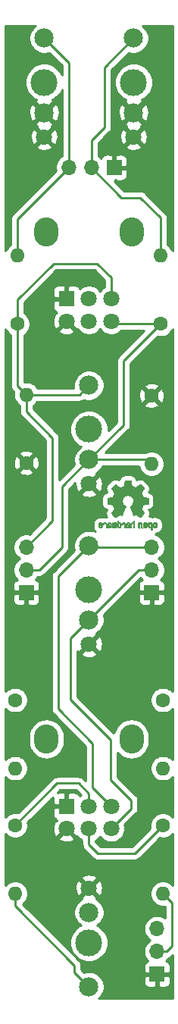
<source format=gbr>
%TF.GenerationSoftware,KiCad,Pcbnew,(5.1.6-0-10_14)*%
%TF.CreationDate,2020-12-13T12:36:34-06:00*%
%TF.ProjectId,nab,6e61622e-6b69-4636-9164-5f7063625858,rev?*%
%TF.SameCoordinates,Original*%
%TF.FileFunction,Copper,L2,Bot*%
%TF.FilePolarity,Positive*%
%FSLAX46Y46*%
G04 Gerber Fmt 4.6, Leading zero omitted, Abs format (unit mm)*
G04 Created by KiCad (PCBNEW (5.1.6-0-10_14)) date 2020-12-13 12:36:34*
%MOMM*%
%LPD*%
G01*
G04 APERTURE LIST*
%TA.AperFunction,EtchedComponent*%
%ADD10C,0.010000*%
%TD*%
%TA.AperFunction,ComponentPad*%
%ADD11O,1.700000X1.700000*%
%TD*%
%TA.AperFunction,ComponentPad*%
%ADD12R,1.700000X1.700000*%
%TD*%
%TA.AperFunction,ComponentPad*%
%ADD13R,1.800000X1.800000*%
%TD*%
%TA.AperFunction,ComponentPad*%
%ADD14C,1.800000*%
%TD*%
%TA.AperFunction,ComponentPad*%
%ADD15O,2.720000X3.240000*%
%TD*%
%TA.AperFunction,ComponentPad*%
%ADD16C,3.000000*%
%TD*%
%TA.AperFunction,ComponentPad*%
%ADD17C,2.150000*%
%TD*%
%TA.AperFunction,ComponentPad*%
%ADD18O,1.600000X1.600000*%
%TD*%
%TA.AperFunction,ComponentPad*%
%ADD19C,1.600000*%
%TD*%
%TA.AperFunction,Conductor*%
%ADD20C,0.250000*%
%TD*%
%TA.AperFunction,Conductor*%
%ADD21C,0.254000*%
%TD*%
G04 APERTURE END LIST*
D10*
%TO.C,REF\u002A\u002A*%
G36*
X64234290Y-101458548D02*
G01*
X64155746Y-101458978D01*
X64098902Y-101460142D01*
X64060095Y-101462407D01*
X64035662Y-101466140D01*
X64021938Y-101471706D01*
X64015260Y-101479473D01*
X64011964Y-101489805D01*
X64011644Y-101491143D01*
X64006638Y-101515279D01*
X63997371Y-101562901D01*
X63984808Y-101628941D01*
X63969913Y-101708328D01*
X63953649Y-101795996D01*
X63953081Y-101799075D01*
X63936790Y-101884989D01*
X63921548Y-101960896D01*
X63908339Y-102022245D01*
X63898146Y-102064482D01*
X63891952Y-102083055D01*
X63891657Y-102083384D01*
X63873412Y-102092453D01*
X63835795Y-102107567D01*
X63786929Y-102125462D01*
X63786657Y-102125558D01*
X63725107Y-102148693D01*
X63652543Y-102178165D01*
X63584143Y-102207797D01*
X63580906Y-102209262D01*
X63469498Y-102259826D01*
X63222801Y-102091360D01*
X63147123Y-102040003D01*
X63078569Y-101994089D01*
X63021112Y-101956230D01*
X62978724Y-101929037D01*
X62955375Y-101915121D01*
X62953158Y-101914089D01*
X62936190Y-101918684D01*
X62904499Y-101940855D01*
X62856848Y-101981647D01*
X62792002Y-102042105D01*
X62725803Y-102106427D01*
X62661986Y-102169812D01*
X62604871Y-102227651D01*
X62557895Y-102276375D01*
X62524497Y-102312410D01*
X62508115Y-102332184D01*
X62507506Y-102333202D01*
X62505695Y-102346772D01*
X62512517Y-102368933D01*
X62529660Y-102402678D01*
X62558807Y-102451000D01*
X62601645Y-102516892D01*
X62658752Y-102601717D01*
X62709434Y-102676377D01*
X62754739Y-102743340D01*
X62792050Y-102798716D01*
X62818748Y-102838620D01*
X62832215Y-102859162D01*
X62833063Y-102860556D01*
X62831419Y-102880238D01*
X62818955Y-102918493D01*
X62798152Y-102968089D01*
X62790738Y-102983928D01*
X62758386Y-103054490D01*
X62723872Y-103134553D01*
X62695835Y-103203829D01*
X62675632Y-103255245D01*
X62659585Y-103294319D01*
X62650312Y-103314741D01*
X62649159Y-103316314D01*
X62632104Y-103318921D01*
X62591902Y-103326063D01*
X62533898Y-103336723D01*
X62463437Y-103349885D01*
X62385865Y-103364533D01*
X62306528Y-103379649D01*
X62230769Y-103394218D01*
X62163936Y-103407222D01*
X62111372Y-103417645D01*
X62078424Y-103424470D01*
X62070343Y-103426399D01*
X62061995Y-103431162D01*
X62055694Y-103441918D01*
X62051155Y-103462298D01*
X62048096Y-103495934D01*
X62046233Y-103546455D01*
X62045282Y-103617492D01*
X62044960Y-103712676D01*
X62044943Y-103751692D01*
X62044943Y-104068999D01*
X62121143Y-104084039D01*
X62163537Y-104092195D01*
X62226800Y-104104099D01*
X62303238Y-104118316D01*
X62385157Y-104133410D01*
X62407800Y-104137555D01*
X62483394Y-104152253D01*
X62549247Y-104166705D01*
X62599834Y-104179575D01*
X62629626Y-104189522D01*
X62634588Y-104192487D01*
X62646774Y-104213483D01*
X62664247Y-104254167D01*
X62683623Y-104306522D01*
X62687466Y-104317800D01*
X62712861Y-104387723D01*
X62744383Y-104466618D01*
X62775231Y-104537466D01*
X62775383Y-104537795D01*
X62826753Y-104648933D01*
X62657801Y-104897453D01*
X62488848Y-105145972D01*
X62705771Y-105363258D01*
X62771381Y-105427926D01*
X62831221Y-105484933D01*
X62881933Y-105531233D01*
X62920154Y-105563784D01*
X62942525Y-105579543D01*
X62945734Y-105580543D01*
X62964574Y-105572669D01*
X63003020Y-105550778D01*
X63056870Y-105517467D01*
X63121924Y-105475331D01*
X63192260Y-105428143D01*
X63263645Y-105380010D01*
X63327292Y-105338128D01*
X63379159Y-105305071D01*
X63415205Y-105283418D01*
X63431333Y-105275743D01*
X63451011Y-105282237D01*
X63488325Y-105299350D01*
X63535579Y-105323526D01*
X63540588Y-105326213D01*
X63604223Y-105358127D01*
X63647859Y-105373779D01*
X63674998Y-105373945D01*
X63689143Y-105359404D01*
X63689225Y-105359200D01*
X63696295Y-105341979D01*
X63713158Y-105301099D01*
X63738505Y-105239725D01*
X63771029Y-105161019D01*
X63809422Y-105068147D01*
X63852378Y-104964272D01*
X63893978Y-104863702D01*
X63939696Y-104752716D01*
X63981674Y-104649903D01*
X64018652Y-104558415D01*
X64049373Y-104481401D01*
X64072578Y-104422015D01*
X64087010Y-104383409D01*
X64091457Y-104369000D01*
X64080304Y-104352472D01*
X64051131Y-104326130D01*
X64012229Y-104297087D01*
X63901443Y-104205239D01*
X63814849Y-104099959D01*
X63753484Y-103983466D01*
X63718385Y-103857976D01*
X63710592Y-103725707D01*
X63716257Y-103664657D01*
X63747122Y-103537995D01*
X63800280Y-103426141D01*
X63872433Y-103330201D01*
X63960283Y-103251276D01*
X64060535Y-103190470D01*
X64169890Y-103148887D01*
X64285053Y-103127628D01*
X64402725Y-103127799D01*
X64519610Y-103150501D01*
X64632411Y-103196838D01*
X64737831Y-103267913D01*
X64781832Y-103308111D01*
X64866221Y-103411329D01*
X64924978Y-103524125D01*
X64958496Y-103643210D01*
X64967165Y-103765295D01*
X64951377Y-103887093D01*
X64911522Y-104005316D01*
X64847993Y-104116675D01*
X64761179Y-104217884D01*
X64664171Y-104297087D01*
X64623763Y-104327362D01*
X64595218Y-104353419D01*
X64584943Y-104369025D01*
X64590323Y-104386043D01*
X64605625Y-104426700D01*
X64629588Y-104487842D01*
X64660956Y-104566319D01*
X64698468Y-104658980D01*
X64740867Y-104762672D01*
X64782537Y-104863726D01*
X64828510Y-104974807D01*
X64871093Y-105077741D01*
X64908979Y-105169365D01*
X64940860Y-105246516D01*
X64965429Y-105306031D01*
X64981380Y-105344744D01*
X64987290Y-105359200D01*
X65001252Y-105373885D01*
X65028260Y-105373842D01*
X65071787Y-105358299D01*
X65135310Y-105326484D01*
X65135812Y-105326213D01*
X65183640Y-105301523D01*
X65222303Y-105283538D01*
X65244105Y-105275814D01*
X65245067Y-105275743D01*
X65261479Y-105283578D01*
X65297713Y-105305365D01*
X65349726Y-105338528D01*
X65413475Y-105380491D01*
X65484140Y-105428143D01*
X65556084Y-105476391D01*
X65620926Y-105518351D01*
X65674465Y-105551427D01*
X65712503Y-105573021D01*
X65730667Y-105580543D01*
X65747392Y-105570657D01*
X65781020Y-105543026D01*
X65828190Y-105500695D01*
X65885542Y-105446705D01*
X65949716Y-105384099D01*
X65970703Y-105363183D01*
X66187701Y-105145823D01*
X66022532Y-104903420D01*
X65972336Y-104828981D01*
X65928281Y-104762172D01*
X65892838Y-104706865D01*
X65868481Y-104666929D01*
X65857678Y-104646236D01*
X65857362Y-104644763D01*
X65863057Y-104625258D01*
X65878374Y-104586022D01*
X65900663Y-104533630D01*
X65916307Y-104498555D01*
X65945559Y-104431401D01*
X65973106Y-104363558D01*
X65994463Y-104306234D01*
X66000265Y-104288772D01*
X66016748Y-104242138D01*
X66032860Y-104206105D01*
X66041710Y-104192487D01*
X66061240Y-104184152D01*
X66103866Y-104172337D01*
X66164055Y-104158381D01*
X66236278Y-104143622D01*
X66268600Y-104137555D01*
X66350678Y-104122473D01*
X66429405Y-104107869D01*
X66497091Y-104095180D01*
X66546040Y-104085842D01*
X66555257Y-104084039D01*
X66631457Y-104068999D01*
X66631457Y-103751692D01*
X66631286Y-103647354D01*
X66630584Y-103568413D01*
X66629066Y-103511238D01*
X66626451Y-103472199D01*
X66622454Y-103447665D01*
X66616791Y-103434005D01*
X66609180Y-103427589D01*
X66606057Y-103426399D01*
X66587222Y-103422180D01*
X66545612Y-103413762D01*
X66486570Y-103402161D01*
X66415443Y-103388395D01*
X66337575Y-103373480D01*
X66258313Y-103358432D01*
X66183002Y-103344269D01*
X66116987Y-103332006D01*
X66065613Y-103322661D01*
X66034225Y-103317250D01*
X66027241Y-103316314D01*
X66020915Y-103303796D01*
X66006910Y-103270446D01*
X65987845Y-103222577D01*
X65980566Y-103203829D01*
X65951204Y-103131395D01*
X65916629Y-103051370D01*
X65885663Y-102983928D01*
X65862877Y-102932359D01*
X65847718Y-102889985D01*
X65842658Y-102864034D01*
X65843464Y-102860556D01*
X65854159Y-102844136D01*
X65878580Y-102807617D01*
X65914105Y-102754887D01*
X65958113Y-102689835D01*
X66007983Y-102616351D01*
X66017844Y-102601845D01*
X66075708Y-102515904D01*
X66118244Y-102450461D01*
X66147146Y-102402504D01*
X66164110Y-102369020D01*
X66170833Y-102346995D01*
X66169010Y-102333417D01*
X66168964Y-102333331D01*
X66154614Y-102315497D01*
X66122877Y-102281017D01*
X66077190Y-102233468D01*
X66020996Y-102176422D01*
X65957732Y-102113455D01*
X65950598Y-102106427D01*
X65870870Y-102029220D01*
X65809343Y-101972530D01*
X65764779Y-101935310D01*
X65735943Y-101916515D01*
X65723242Y-101914089D01*
X65704706Y-101924671D01*
X65666239Y-101949116D01*
X65611814Y-101984812D01*
X65545402Y-102029147D01*
X65470975Y-102079511D01*
X65453599Y-102091360D01*
X65206903Y-102259826D01*
X65095494Y-102209262D01*
X65027743Y-102179795D01*
X64955017Y-102150159D01*
X64892497Y-102126530D01*
X64889743Y-102125558D01*
X64840840Y-102107657D01*
X64803143Y-102092520D01*
X64784775Y-102083410D01*
X64784744Y-102083384D01*
X64778915Y-102066917D01*
X64769008Y-102026419D01*
X64756005Y-101966442D01*
X64740891Y-101891540D01*
X64724648Y-101806264D01*
X64723319Y-101799075D01*
X64707025Y-101711214D01*
X64692067Y-101631460D01*
X64679409Y-101564881D01*
X64670014Y-101516547D01*
X64664846Y-101491525D01*
X64664756Y-101491143D01*
X64661611Y-101480499D01*
X64655496Y-101472462D01*
X64642747Y-101466667D01*
X64619700Y-101462747D01*
X64582691Y-101460335D01*
X64528056Y-101459065D01*
X64452133Y-101458571D01*
X64351256Y-101458486D01*
X64338200Y-101458486D01*
X64234290Y-101458548D01*
G37*
X64234290Y-101458548D02*
X64155746Y-101458978D01*
X64098902Y-101460142D01*
X64060095Y-101462407D01*
X64035662Y-101466140D01*
X64021938Y-101471706D01*
X64015260Y-101479473D01*
X64011964Y-101489805D01*
X64011644Y-101491143D01*
X64006638Y-101515279D01*
X63997371Y-101562901D01*
X63984808Y-101628941D01*
X63969913Y-101708328D01*
X63953649Y-101795996D01*
X63953081Y-101799075D01*
X63936790Y-101884989D01*
X63921548Y-101960896D01*
X63908339Y-102022245D01*
X63898146Y-102064482D01*
X63891952Y-102083055D01*
X63891657Y-102083384D01*
X63873412Y-102092453D01*
X63835795Y-102107567D01*
X63786929Y-102125462D01*
X63786657Y-102125558D01*
X63725107Y-102148693D01*
X63652543Y-102178165D01*
X63584143Y-102207797D01*
X63580906Y-102209262D01*
X63469498Y-102259826D01*
X63222801Y-102091360D01*
X63147123Y-102040003D01*
X63078569Y-101994089D01*
X63021112Y-101956230D01*
X62978724Y-101929037D01*
X62955375Y-101915121D01*
X62953158Y-101914089D01*
X62936190Y-101918684D01*
X62904499Y-101940855D01*
X62856848Y-101981647D01*
X62792002Y-102042105D01*
X62725803Y-102106427D01*
X62661986Y-102169812D01*
X62604871Y-102227651D01*
X62557895Y-102276375D01*
X62524497Y-102312410D01*
X62508115Y-102332184D01*
X62507506Y-102333202D01*
X62505695Y-102346772D01*
X62512517Y-102368933D01*
X62529660Y-102402678D01*
X62558807Y-102451000D01*
X62601645Y-102516892D01*
X62658752Y-102601717D01*
X62709434Y-102676377D01*
X62754739Y-102743340D01*
X62792050Y-102798716D01*
X62818748Y-102838620D01*
X62832215Y-102859162D01*
X62833063Y-102860556D01*
X62831419Y-102880238D01*
X62818955Y-102918493D01*
X62798152Y-102968089D01*
X62790738Y-102983928D01*
X62758386Y-103054490D01*
X62723872Y-103134553D01*
X62695835Y-103203829D01*
X62675632Y-103255245D01*
X62659585Y-103294319D01*
X62650312Y-103314741D01*
X62649159Y-103316314D01*
X62632104Y-103318921D01*
X62591902Y-103326063D01*
X62533898Y-103336723D01*
X62463437Y-103349885D01*
X62385865Y-103364533D01*
X62306528Y-103379649D01*
X62230769Y-103394218D01*
X62163936Y-103407222D01*
X62111372Y-103417645D01*
X62078424Y-103424470D01*
X62070343Y-103426399D01*
X62061995Y-103431162D01*
X62055694Y-103441918D01*
X62051155Y-103462298D01*
X62048096Y-103495934D01*
X62046233Y-103546455D01*
X62045282Y-103617492D01*
X62044960Y-103712676D01*
X62044943Y-103751692D01*
X62044943Y-104068999D01*
X62121143Y-104084039D01*
X62163537Y-104092195D01*
X62226800Y-104104099D01*
X62303238Y-104118316D01*
X62385157Y-104133410D01*
X62407800Y-104137555D01*
X62483394Y-104152253D01*
X62549247Y-104166705D01*
X62599834Y-104179575D01*
X62629626Y-104189522D01*
X62634588Y-104192487D01*
X62646774Y-104213483D01*
X62664247Y-104254167D01*
X62683623Y-104306522D01*
X62687466Y-104317800D01*
X62712861Y-104387723D01*
X62744383Y-104466618D01*
X62775231Y-104537466D01*
X62775383Y-104537795D01*
X62826753Y-104648933D01*
X62657801Y-104897453D01*
X62488848Y-105145972D01*
X62705771Y-105363258D01*
X62771381Y-105427926D01*
X62831221Y-105484933D01*
X62881933Y-105531233D01*
X62920154Y-105563784D01*
X62942525Y-105579543D01*
X62945734Y-105580543D01*
X62964574Y-105572669D01*
X63003020Y-105550778D01*
X63056870Y-105517467D01*
X63121924Y-105475331D01*
X63192260Y-105428143D01*
X63263645Y-105380010D01*
X63327292Y-105338128D01*
X63379159Y-105305071D01*
X63415205Y-105283418D01*
X63431333Y-105275743D01*
X63451011Y-105282237D01*
X63488325Y-105299350D01*
X63535579Y-105323526D01*
X63540588Y-105326213D01*
X63604223Y-105358127D01*
X63647859Y-105373779D01*
X63674998Y-105373945D01*
X63689143Y-105359404D01*
X63689225Y-105359200D01*
X63696295Y-105341979D01*
X63713158Y-105301099D01*
X63738505Y-105239725D01*
X63771029Y-105161019D01*
X63809422Y-105068147D01*
X63852378Y-104964272D01*
X63893978Y-104863702D01*
X63939696Y-104752716D01*
X63981674Y-104649903D01*
X64018652Y-104558415D01*
X64049373Y-104481401D01*
X64072578Y-104422015D01*
X64087010Y-104383409D01*
X64091457Y-104369000D01*
X64080304Y-104352472D01*
X64051131Y-104326130D01*
X64012229Y-104297087D01*
X63901443Y-104205239D01*
X63814849Y-104099959D01*
X63753484Y-103983466D01*
X63718385Y-103857976D01*
X63710592Y-103725707D01*
X63716257Y-103664657D01*
X63747122Y-103537995D01*
X63800280Y-103426141D01*
X63872433Y-103330201D01*
X63960283Y-103251276D01*
X64060535Y-103190470D01*
X64169890Y-103148887D01*
X64285053Y-103127628D01*
X64402725Y-103127799D01*
X64519610Y-103150501D01*
X64632411Y-103196838D01*
X64737831Y-103267913D01*
X64781832Y-103308111D01*
X64866221Y-103411329D01*
X64924978Y-103524125D01*
X64958496Y-103643210D01*
X64967165Y-103765295D01*
X64951377Y-103887093D01*
X64911522Y-104005316D01*
X64847993Y-104116675D01*
X64761179Y-104217884D01*
X64664171Y-104297087D01*
X64623763Y-104327362D01*
X64595218Y-104353419D01*
X64584943Y-104369025D01*
X64590323Y-104386043D01*
X64605625Y-104426700D01*
X64629588Y-104487842D01*
X64660956Y-104566319D01*
X64698468Y-104658980D01*
X64740867Y-104762672D01*
X64782537Y-104863726D01*
X64828510Y-104974807D01*
X64871093Y-105077741D01*
X64908979Y-105169365D01*
X64940860Y-105246516D01*
X64965429Y-105306031D01*
X64981380Y-105344744D01*
X64987290Y-105359200D01*
X65001252Y-105373885D01*
X65028260Y-105373842D01*
X65071787Y-105358299D01*
X65135310Y-105326484D01*
X65135812Y-105326213D01*
X65183640Y-105301523D01*
X65222303Y-105283538D01*
X65244105Y-105275814D01*
X65245067Y-105275743D01*
X65261479Y-105283578D01*
X65297713Y-105305365D01*
X65349726Y-105338528D01*
X65413475Y-105380491D01*
X65484140Y-105428143D01*
X65556084Y-105476391D01*
X65620926Y-105518351D01*
X65674465Y-105551427D01*
X65712503Y-105573021D01*
X65730667Y-105580543D01*
X65747392Y-105570657D01*
X65781020Y-105543026D01*
X65828190Y-105500695D01*
X65885542Y-105446705D01*
X65949716Y-105384099D01*
X65970703Y-105363183D01*
X66187701Y-105145823D01*
X66022532Y-104903420D01*
X65972336Y-104828981D01*
X65928281Y-104762172D01*
X65892838Y-104706865D01*
X65868481Y-104666929D01*
X65857678Y-104646236D01*
X65857362Y-104644763D01*
X65863057Y-104625258D01*
X65878374Y-104586022D01*
X65900663Y-104533630D01*
X65916307Y-104498555D01*
X65945559Y-104431401D01*
X65973106Y-104363558D01*
X65994463Y-104306234D01*
X66000265Y-104288772D01*
X66016748Y-104242138D01*
X66032860Y-104206105D01*
X66041710Y-104192487D01*
X66061240Y-104184152D01*
X66103866Y-104172337D01*
X66164055Y-104158381D01*
X66236278Y-104143622D01*
X66268600Y-104137555D01*
X66350678Y-104122473D01*
X66429405Y-104107869D01*
X66497091Y-104095180D01*
X66546040Y-104085842D01*
X66555257Y-104084039D01*
X66631457Y-104068999D01*
X66631457Y-103751692D01*
X66631286Y-103647354D01*
X66630584Y-103568413D01*
X66629066Y-103511238D01*
X66626451Y-103472199D01*
X66622454Y-103447665D01*
X66616791Y-103434005D01*
X66609180Y-103427589D01*
X66606057Y-103426399D01*
X66587222Y-103422180D01*
X66545612Y-103413762D01*
X66486570Y-103402161D01*
X66415443Y-103388395D01*
X66337575Y-103373480D01*
X66258313Y-103358432D01*
X66183002Y-103344269D01*
X66116987Y-103332006D01*
X66065613Y-103322661D01*
X66034225Y-103317250D01*
X66027241Y-103316314D01*
X66020915Y-103303796D01*
X66006910Y-103270446D01*
X65987845Y-103222577D01*
X65980566Y-103203829D01*
X65951204Y-103131395D01*
X65916629Y-103051370D01*
X65885663Y-102983928D01*
X65862877Y-102932359D01*
X65847718Y-102889985D01*
X65842658Y-102864034D01*
X65843464Y-102860556D01*
X65854159Y-102844136D01*
X65878580Y-102807617D01*
X65914105Y-102754887D01*
X65958113Y-102689835D01*
X66007983Y-102616351D01*
X66017844Y-102601845D01*
X66075708Y-102515904D01*
X66118244Y-102450461D01*
X66147146Y-102402504D01*
X66164110Y-102369020D01*
X66170833Y-102346995D01*
X66169010Y-102333417D01*
X66168964Y-102333331D01*
X66154614Y-102315497D01*
X66122877Y-102281017D01*
X66077190Y-102233468D01*
X66020996Y-102176422D01*
X65957732Y-102113455D01*
X65950598Y-102106427D01*
X65870870Y-102029220D01*
X65809343Y-101972530D01*
X65764779Y-101935310D01*
X65735943Y-101916515D01*
X65723242Y-101914089D01*
X65704706Y-101924671D01*
X65666239Y-101949116D01*
X65611814Y-101984812D01*
X65545402Y-102029147D01*
X65470975Y-102079511D01*
X65453599Y-102091360D01*
X65206903Y-102259826D01*
X65095494Y-102209262D01*
X65027743Y-102179795D01*
X64955017Y-102150159D01*
X64892497Y-102126530D01*
X64889743Y-102125558D01*
X64840840Y-102107657D01*
X64803143Y-102092520D01*
X64784775Y-102083410D01*
X64784744Y-102083384D01*
X64778915Y-102066917D01*
X64769008Y-102026419D01*
X64756005Y-101966442D01*
X64740891Y-101891540D01*
X64724648Y-101806264D01*
X64723319Y-101799075D01*
X64707025Y-101711214D01*
X64692067Y-101631460D01*
X64679409Y-101564881D01*
X64670014Y-101516547D01*
X64664846Y-101491525D01*
X64664756Y-101491143D01*
X64661611Y-101480499D01*
X64655496Y-101472462D01*
X64642747Y-101466667D01*
X64619700Y-101462747D01*
X64582691Y-101460335D01*
X64528056Y-101459065D01*
X64452133Y-101458571D01*
X64351256Y-101458486D01*
X64338200Y-101458486D01*
X64234290Y-101458548D01*
G36*
X61184605Y-106183166D02*
G01*
X61127179Y-106220697D01*
X61099481Y-106254296D01*
X61077538Y-106315264D01*
X61075795Y-106363508D01*
X61079743Y-106428016D01*
X61228514Y-106493134D01*
X61300851Y-106526402D01*
X61348116Y-106553164D01*
X61372693Y-106576344D01*
X61376963Y-106598867D01*
X61363311Y-106623655D01*
X61348257Y-106640086D01*
X61304454Y-106666435D01*
X61256811Y-106668281D01*
X61213055Y-106647746D01*
X61180911Y-106606952D01*
X61175162Y-106592547D01*
X61147624Y-106547556D01*
X61115942Y-106528382D01*
X61072486Y-106511979D01*
X61072486Y-106574166D01*
X61076328Y-106616483D01*
X61091377Y-106652169D01*
X61122920Y-106693143D01*
X61127608Y-106698467D01*
X61162694Y-106734920D01*
X61192853Y-106754483D01*
X61230585Y-106763483D01*
X61261865Y-106766430D01*
X61317815Y-106767165D01*
X61357645Y-106757860D01*
X61382492Y-106744046D01*
X61421544Y-106713667D01*
X61448575Y-106680813D01*
X61465683Y-106639494D01*
X61474962Y-106583721D01*
X61478507Y-106507505D01*
X61478790Y-106468822D01*
X61477828Y-106422447D01*
X61390193Y-106422447D01*
X61389177Y-106447326D01*
X61386644Y-106451400D01*
X61369926Y-106445865D01*
X61333951Y-106431217D01*
X61285869Y-106410390D01*
X61275814Y-106405914D01*
X61215048Y-106375014D01*
X61181568Y-106347857D01*
X61174210Y-106322420D01*
X61191809Y-106296681D01*
X61206344Y-106285309D01*
X61258790Y-106262564D01*
X61307878Y-106266322D01*
X61348973Y-106294084D01*
X61377442Y-106343352D01*
X61386569Y-106382457D01*
X61390193Y-106422447D01*
X61477828Y-106422447D01*
X61476915Y-106378449D01*
X61470004Y-106311584D01*
X61456316Y-106262895D01*
X61434104Y-106227049D01*
X61401626Y-106198713D01*
X61387467Y-106189555D01*
X61323147Y-106165707D01*
X61252727Y-106164206D01*
X61184605Y-106183166D01*
G37*
X61184605Y-106183166D02*
X61127179Y-106220697D01*
X61099481Y-106254296D01*
X61077538Y-106315264D01*
X61075795Y-106363508D01*
X61079743Y-106428016D01*
X61228514Y-106493134D01*
X61300851Y-106526402D01*
X61348116Y-106553164D01*
X61372693Y-106576344D01*
X61376963Y-106598867D01*
X61363311Y-106623655D01*
X61348257Y-106640086D01*
X61304454Y-106666435D01*
X61256811Y-106668281D01*
X61213055Y-106647746D01*
X61180911Y-106606952D01*
X61175162Y-106592547D01*
X61147624Y-106547556D01*
X61115942Y-106528382D01*
X61072486Y-106511979D01*
X61072486Y-106574166D01*
X61076328Y-106616483D01*
X61091377Y-106652169D01*
X61122920Y-106693143D01*
X61127608Y-106698467D01*
X61162694Y-106734920D01*
X61192853Y-106754483D01*
X61230585Y-106763483D01*
X61261865Y-106766430D01*
X61317815Y-106767165D01*
X61357645Y-106757860D01*
X61382492Y-106744046D01*
X61421544Y-106713667D01*
X61448575Y-106680813D01*
X61465683Y-106639494D01*
X61474962Y-106583721D01*
X61478507Y-106507505D01*
X61478790Y-106468822D01*
X61477828Y-106422447D01*
X61390193Y-106422447D01*
X61389177Y-106447326D01*
X61386644Y-106451400D01*
X61369926Y-106445865D01*
X61333951Y-106431217D01*
X61285869Y-106410390D01*
X61275814Y-106405914D01*
X61215048Y-106375014D01*
X61181568Y-106347857D01*
X61174210Y-106322420D01*
X61191809Y-106296681D01*
X61206344Y-106285309D01*
X61258790Y-106262564D01*
X61307878Y-106266322D01*
X61348973Y-106294084D01*
X61377442Y-106343352D01*
X61386569Y-106382457D01*
X61390193Y-106422447D01*
X61477828Y-106422447D01*
X61476915Y-106378449D01*
X61470004Y-106311584D01*
X61456316Y-106262895D01*
X61434104Y-106227049D01*
X61401626Y-106198713D01*
X61387467Y-106189555D01*
X61323147Y-106165707D01*
X61252727Y-106164206D01*
X61184605Y-106183166D01*
G36*
X61685600Y-106174952D02*
G01*
X61668252Y-106182534D01*
X61626844Y-106215328D01*
X61591435Y-106262747D01*
X61569536Y-106313351D01*
X61565971Y-106338298D01*
X61577921Y-106373127D01*
X61604133Y-106391557D01*
X61632236Y-106402716D01*
X61645105Y-106404772D01*
X61651371Y-106389849D01*
X61663744Y-106357375D01*
X61669172Y-106342702D01*
X61699610Y-106291944D01*
X61743680Y-106266627D01*
X61800190Y-106267406D01*
X61804375Y-106268403D01*
X61834545Y-106282707D01*
X61856724Y-106310593D01*
X61871873Y-106355487D01*
X61880950Y-106420815D01*
X61884914Y-106510004D01*
X61885286Y-106557461D01*
X61885470Y-106632271D01*
X61886678Y-106683269D01*
X61889891Y-106715671D01*
X61896091Y-106734695D01*
X61906260Y-106745556D01*
X61921381Y-106753472D01*
X61922254Y-106753870D01*
X61951372Y-106766181D01*
X61965797Y-106770714D01*
X61968014Y-106757009D01*
X61969911Y-106719125D01*
X61971353Y-106661915D01*
X61972202Y-106590227D01*
X61972371Y-106537765D01*
X61971508Y-106436247D01*
X61968130Y-106359232D01*
X61961058Y-106302223D01*
X61949112Y-106260726D01*
X61931110Y-106230243D01*
X61905873Y-106206280D01*
X61880953Y-106189555D01*
X61821029Y-106167297D01*
X61751289Y-106162276D01*
X61685600Y-106174952D01*
G37*
X61685600Y-106174952D02*
X61668252Y-106182534D01*
X61626844Y-106215328D01*
X61591435Y-106262747D01*
X61569536Y-106313351D01*
X61565971Y-106338298D01*
X61577921Y-106373127D01*
X61604133Y-106391557D01*
X61632236Y-106402716D01*
X61645105Y-106404772D01*
X61651371Y-106389849D01*
X61663744Y-106357375D01*
X61669172Y-106342702D01*
X61699610Y-106291944D01*
X61743680Y-106266627D01*
X61800190Y-106267406D01*
X61804375Y-106268403D01*
X61834545Y-106282707D01*
X61856724Y-106310593D01*
X61871873Y-106355487D01*
X61880950Y-106420815D01*
X61884914Y-106510004D01*
X61885286Y-106557461D01*
X61885470Y-106632271D01*
X61886678Y-106683269D01*
X61889891Y-106715671D01*
X61896091Y-106734695D01*
X61906260Y-106745556D01*
X61921381Y-106753472D01*
X61922254Y-106753870D01*
X61951372Y-106766181D01*
X61965797Y-106770714D01*
X61968014Y-106757009D01*
X61969911Y-106719125D01*
X61971353Y-106661915D01*
X61972202Y-106590227D01*
X61972371Y-106537765D01*
X61971508Y-106436247D01*
X61968130Y-106359232D01*
X61961058Y-106302223D01*
X61949112Y-106260726D01*
X61931110Y-106230243D01*
X61905873Y-106206280D01*
X61880953Y-106189555D01*
X61821029Y-106167297D01*
X61751289Y-106162276D01*
X61685600Y-106174952D01*
G36*
X62193324Y-106172535D02*
G01*
X62151533Y-106191544D01*
X62118731Y-106214578D01*
X62094697Y-106240333D01*
X62078103Y-106273558D01*
X62067623Y-106319000D01*
X62061929Y-106381407D01*
X62059693Y-106465527D01*
X62059457Y-106520921D01*
X62059457Y-106737026D01*
X62096426Y-106753870D01*
X62125544Y-106766181D01*
X62139969Y-106770714D01*
X62142728Y-106757225D01*
X62144918Y-106720853D01*
X62146258Y-106667742D01*
X62146543Y-106625572D01*
X62147766Y-106564647D01*
X62151064Y-106516315D01*
X62155879Y-106486718D01*
X62159704Y-106480429D01*
X62185417Y-106486852D01*
X62225782Y-106503325D01*
X62272521Y-106525658D01*
X62317355Y-106549657D01*
X62352007Y-106571130D01*
X62368198Y-106585885D01*
X62368262Y-106586045D01*
X62366870Y-106613352D01*
X62354382Y-106639419D01*
X62332457Y-106660592D01*
X62300457Y-106667674D01*
X62273108Y-106666849D01*
X62234374Y-106666242D01*
X62214042Y-106675316D01*
X62201831Y-106699292D01*
X62200291Y-106703813D01*
X62194997Y-106738006D01*
X62209153Y-106758768D01*
X62246052Y-106768662D01*
X62285911Y-106770492D01*
X62357638Y-106756927D01*
X62394768Y-106737555D01*
X62440624Y-106692045D01*
X62464944Y-106636183D01*
X62467127Y-106577157D01*
X62446571Y-106522153D01*
X62415651Y-106487686D01*
X62384780Y-106468389D01*
X62336258Y-106443959D01*
X62279715Y-106419185D01*
X62270290Y-106415399D01*
X62208181Y-106387991D01*
X62172378Y-106363834D01*
X62160863Y-106339819D01*
X62171620Y-106312835D01*
X62190086Y-106291743D01*
X62233731Y-106265772D01*
X62281754Y-106263824D01*
X62325794Y-106283837D01*
X62357491Y-106323751D01*
X62361651Y-106334048D01*
X62385873Y-106371924D01*
X62421235Y-106400042D01*
X62465857Y-106423117D01*
X62465857Y-106357685D01*
X62463231Y-106317706D01*
X62451970Y-106286197D01*
X62427001Y-106252578D01*
X62403031Y-106226684D01*
X62365759Y-106190017D01*
X62336799Y-106170321D01*
X62305695Y-106162420D01*
X62270487Y-106161114D01*
X62193324Y-106172535D01*
G37*
X62193324Y-106172535D02*
X62151533Y-106191544D01*
X62118731Y-106214578D01*
X62094697Y-106240333D01*
X62078103Y-106273558D01*
X62067623Y-106319000D01*
X62061929Y-106381407D01*
X62059693Y-106465527D01*
X62059457Y-106520921D01*
X62059457Y-106737026D01*
X62096426Y-106753870D01*
X62125544Y-106766181D01*
X62139969Y-106770714D01*
X62142728Y-106757225D01*
X62144918Y-106720853D01*
X62146258Y-106667742D01*
X62146543Y-106625572D01*
X62147766Y-106564647D01*
X62151064Y-106516315D01*
X62155879Y-106486718D01*
X62159704Y-106480429D01*
X62185417Y-106486852D01*
X62225782Y-106503325D01*
X62272521Y-106525658D01*
X62317355Y-106549657D01*
X62352007Y-106571130D01*
X62368198Y-106585885D01*
X62368262Y-106586045D01*
X62366870Y-106613352D01*
X62354382Y-106639419D01*
X62332457Y-106660592D01*
X62300457Y-106667674D01*
X62273108Y-106666849D01*
X62234374Y-106666242D01*
X62214042Y-106675316D01*
X62201831Y-106699292D01*
X62200291Y-106703813D01*
X62194997Y-106738006D01*
X62209153Y-106758768D01*
X62246052Y-106768662D01*
X62285911Y-106770492D01*
X62357638Y-106756927D01*
X62394768Y-106737555D01*
X62440624Y-106692045D01*
X62464944Y-106636183D01*
X62467127Y-106577157D01*
X62446571Y-106522153D01*
X62415651Y-106487686D01*
X62384780Y-106468389D01*
X62336258Y-106443959D01*
X62279715Y-106419185D01*
X62270290Y-106415399D01*
X62208181Y-106387991D01*
X62172378Y-106363834D01*
X62160863Y-106339819D01*
X62171620Y-106312835D01*
X62190086Y-106291743D01*
X62233731Y-106265772D01*
X62281754Y-106263824D01*
X62325794Y-106283837D01*
X62357491Y-106323751D01*
X62361651Y-106334048D01*
X62385873Y-106371924D01*
X62421235Y-106400042D01*
X62465857Y-106423117D01*
X62465857Y-106357685D01*
X62463231Y-106317706D01*
X62451970Y-106286197D01*
X62427001Y-106252578D01*
X62403031Y-106226684D01*
X62365759Y-106190017D01*
X62336799Y-106170321D01*
X62305695Y-106162420D01*
X62270487Y-106161114D01*
X62193324Y-106172535D01*
G36*
X62558367Y-106174863D02*
G01*
X62556152Y-106213050D01*
X62554416Y-106271086D01*
X62553301Y-106344380D01*
X62552943Y-106421255D01*
X62552943Y-106681396D01*
X62598874Y-106727327D01*
X62630525Y-106755629D01*
X62658310Y-106767093D01*
X62696285Y-106766368D01*
X62711360Y-106764521D01*
X62758474Y-106759148D01*
X62797444Y-106756069D01*
X62806943Y-106755785D01*
X62838967Y-106757645D01*
X62884768Y-106762314D01*
X62902526Y-106764521D01*
X62946143Y-106767935D01*
X62975455Y-106760520D01*
X63004520Y-106737627D01*
X63015012Y-106727327D01*
X63060943Y-106681396D01*
X63060943Y-106194802D01*
X63023974Y-106177958D01*
X62992141Y-106165482D01*
X62973517Y-106161114D01*
X62968742Y-106174918D01*
X62964279Y-106213486D01*
X62960425Y-106272556D01*
X62957478Y-106347863D01*
X62956057Y-106411486D01*
X62952086Y-106661857D01*
X62917441Y-106666756D01*
X62885932Y-106663331D01*
X62870492Y-106652241D01*
X62866177Y-106631508D01*
X62862492Y-106587345D01*
X62859731Y-106525346D01*
X62858188Y-106451109D01*
X62857965Y-106412906D01*
X62857743Y-106192983D01*
X62812034Y-106177049D01*
X62779682Y-106166215D01*
X62762085Y-106161162D01*
X62761577Y-106161114D01*
X62759812Y-106174848D01*
X62757871Y-106212930D01*
X62755918Y-106270682D01*
X62754116Y-106343427D01*
X62752857Y-106411486D01*
X62748886Y-106661857D01*
X62661800Y-106661857D01*
X62657804Y-106433440D01*
X62653808Y-106205022D01*
X62611353Y-106183068D01*
X62580008Y-106167993D01*
X62561456Y-106161151D01*
X62560921Y-106161114D01*
X62558367Y-106174863D01*
G37*
X62558367Y-106174863D02*
X62556152Y-106213050D01*
X62554416Y-106271086D01*
X62553301Y-106344380D01*
X62552943Y-106421255D01*
X62552943Y-106681396D01*
X62598874Y-106727327D01*
X62630525Y-106755629D01*
X62658310Y-106767093D01*
X62696285Y-106766368D01*
X62711360Y-106764521D01*
X62758474Y-106759148D01*
X62797444Y-106756069D01*
X62806943Y-106755785D01*
X62838967Y-106757645D01*
X62884768Y-106762314D01*
X62902526Y-106764521D01*
X62946143Y-106767935D01*
X62975455Y-106760520D01*
X63004520Y-106737627D01*
X63015012Y-106727327D01*
X63060943Y-106681396D01*
X63060943Y-106194802D01*
X63023974Y-106177958D01*
X62992141Y-106165482D01*
X62973517Y-106161114D01*
X62968742Y-106174918D01*
X62964279Y-106213486D01*
X62960425Y-106272556D01*
X62957478Y-106347863D01*
X62956057Y-106411486D01*
X62952086Y-106661857D01*
X62917441Y-106666756D01*
X62885932Y-106663331D01*
X62870492Y-106652241D01*
X62866177Y-106631508D01*
X62862492Y-106587345D01*
X62859731Y-106525346D01*
X62858188Y-106451109D01*
X62857965Y-106412906D01*
X62857743Y-106192983D01*
X62812034Y-106177049D01*
X62779682Y-106166215D01*
X62762085Y-106161162D01*
X62761577Y-106161114D01*
X62759812Y-106174848D01*
X62757871Y-106212930D01*
X62755918Y-106270682D01*
X62754116Y-106343427D01*
X62752857Y-106411486D01*
X62748886Y-106661857D01*
X62661800Y-106661857D01*
X62657804Y-106433440D01*
X62653808Y-106205022D01*
X62611353Y-106183068D01*
X62580008Y-106167993D01*
X62561456Y-106161151D01*
X62560921Y-106161114D01*
X62558367Y-106174863D01*
G36*
X63148083Y-106281558D02*
G01*
X63148267Y-106390037D01*
X63148981Y-106473487D01*
X63150525Y-106535904D01*
X63153199Y-106581285D01*
X63157306Y-106613629D01*
X63163145Y-106636933D01*
X63171018Y-106655195D01*
X63176979Y-106665618D01*
X63226345Y-106722145D01*
X63288936Y-106757577D01*
X63358187Y-106770290D01*
X63427532Y-106758663D01*
X63468825Y-106737768D01*
X63512175Y-106701622D01*
X63541719Y-106657476D01*
X63559545Y-106599662D01*
X63567737Y-106522513D01*
X63568898Y-106465914D01*
X63568742Y-106461847D01*
X63467343Y-106461847D01*
X63466724Y-106526750D01*
X63463886Y-106569714D01*
X63457360Y-106597822D01*
X63445677Y-106618153D01*
X63431717Y-106633488D01*
X63384835Y-106663090D01*
X63334499Y-106665619D01*
X63286924Y-106640905D01*
X63283221Y-106637556D01*
X63267417Y-106620135D01*
X63257507Y-106599409D01*
X63252142Y-106568562D01*
X63249972Y-106520777D01*
X63249629Y-106467948D01*
X63250373Y-106401581D01*
X63253452Y-106357306D01*
X63260139Y-106328209D01*
X63271704Y-106307373D01*
X63281187Y-106296307D01*
X63325240Y-106268398D01*
X63375976Y-106265043D01*
X63424404Y-106286359D01*
X63433750Y-106294273D01*
X63449660Y-106311847D01*
X63459590Y-106332787D01*
X63464922Y-106363982D01*
X63467037Y-106412322D01*
X63467343Y-106461847D01*
X63568742Y-106461847D01*
X63565390Y-106374768D01*
X63553474Y-106306286D01*
X63531065Y-106254800D01*
X63496076Y-106214643D01*
X63468825Y-106194061D01*
X63419293Y-106171825D01*
X63361884Y-106161504D01*
X63308518Y-106164267D01*
X63278657Y-106175412D01*
X63266939Y-106178583D01*
X63259163Y-106166757D01*
X63253735Y-106135066D01*
X63249629Y-106086793D01*
X63245133Y-106033029D01*
X63238887Y-106000682D01*
X63227524Y-105982185D01*
X63207672Y-105969970D01*
X63195200Y-105964562D01*
X63148029Y-105944801D01*
X63148083Y-106281558D01*
G37*
X63148083Y-106281558D02*
X63148267Y-106390037D01*
X63148981Y-106473487D01*
X63150525Y-106535904D01*
X63153199Y-106581285D01*
X63157306Y-106613629D01*
X63163145Y-106636933D01*
X63171018Y-106655195D01*
X63176979Y-106665618D01*
X63226345Y-106722145D01*
X63288936Y-106757577D01*
X63358187Y-106770290D01*
X63427532Y-106758663D01*
X63468825Y-106737768D01*
X63512175Y-106701622D01*
X63541719Y-106657476D01*
X63559545Y-106599662D01*
X63567737Y-106522513D01*
X63568898Y-106465914D01*
X63568742Y-106461847D01*
X63467343Y-106461847D01*
X63466724Y-106526750D01*
X63463886Y-106569714D01*
X63457360Y-106597822D01*
X63445677Y-106618153D01*
X63431717Y-106633488D01*
X63384835Y-106663090D01*
X63334499Y-106665619D01*
X63286924Y-106640905D01*
X63283221Y-106637556D01*
X63267417Y-106620135D01*
X63257507Y-106599409D01*
X63252142Y-106568562D01*
X63249972Y-106520777D01*
X63249629Y-106467948D01*
X63250373Y-106401581D01*
X63253452Y-106357306D01*
X63260139Y-106328209D01*
X63271704Y-106307373D01*
X63281187Y-106296307D01*
X63325240Y-106268398D01*
X63375976Y-106265043D01*
X63424404Y-106286359D01*
X63433750Y-106294273D01*
X63449660Y-106311847D01*
X63459590Y-106332787D01*
X63464922Y-106363982D01*
X63467037Y-106412322D01*
X63467343Y-106461847D01*
X63568742Y-106461847D01*
X63565390Y-106374768D01*
X63553474Y-106306286D01*
X63531065Y-106254800D01*
X63496076Y-106214643D01*
X63468825Y-106194061D01*
X63419293Y-106171825D01*
X63361884Y-106161504D01*
X63308518Y-106164267D01*
X63278657Y-106175412D01*
X63266939Y-106178583D01*
X63259163Y-106166757D01*
X63253735Y-106135066D01*
X63249629Y-106086793D01*
X63245133Y-106033029D01*
X63238887Y-106000682D01*
X63227524Y-105982185D01*
X63207672Y-105969970D01*
X63195200Y-105964562D01*
X63148029Y-105944801D01*
X63148083Y-106281558D01*
G36*
X63808274Y-106165955D02*
G01*
X63742342Y-106190284D01*
X63688927Y-106233317D01*
X63668036Y-106263609D01*
X63645261Y-106319194D01*
X63645734Y-106359386D01*
X63669638Y-106386417D01*
X63678483Y-106391013D01*
X63716670Y-106405344D01*
X63736172Y-106401672D01*
X63742778Y-106377607D01*
X63743114Y-106364314D01*
X63755208Y-106315410D01*
X63786729Y-106281199D01*
X63830541Y-106264676D01*
X63879505Y-106268834D01*
X63919306Y-106290427D01*
X63932750Y-106302744D01*
X63942279Y-106317687D01*
X63948715Y-106340275D01*
X63952883Y-106375528D01*
X63955603Y-106428466D01*
X63957698Y-106504107D01*
X63958240Y-106528057D01*
X63960219Y-106609990D01*
X63962469Y-106667655D01*
X63965843Y-106705808D01*
X63971194Y-106729204D01*
X63979376Y-106742598D01*
X63991241Y-106750745D01*
X63998838Y-106754344D01*
X64031098Y-106766652D01*
X64050089Y-106770714D01*
X64056364Y-106757148D01*
X64060194Y-106716134D01*
X64061600Y-106647199D01*
X64060602Y-106549869D01*
X64060292Y-106534857D01*
X64058099Y-106446059D01*
X64055507Y-106381219D01*
X64051818Y-106335267D01*
X64046336Y-106303135D01*
X64038365Y-106279753D01*
X64027207Y-106260052D01*
X64021370Y-106251610D01*
X63987904Y-106214257D01*
X63950473Y-106185203D01*
X63945891Y-106182667D01*
X63878774Y-106162643D01*
X63808274Y-106165955D01*
G37*
X63808274Y-106165955D02*
X63742342Y-106190284D01*
X63688927Y-106233317D01*
X63668036Y-106263609D01*
X63645261Y-106319194D01*
X63645734Y-106359386D01*
X63669638Y-106386417D01*
X63678483Y-106391013D01*
X63716670Y-106405344D01*
X63736172Y-106401672D01*
X63742778Y-106377607D01*
X63743114Y-106364314D01*
X63755208Y-106315410D01*
X63786729Y-106281199D01*
X63830541Y-106264676D01*
X63879505Y-106268834D01*
X63919306Y-106290427D01*
X63932750Y-106302744D01*
X63942279Y-106317687D01*
X63948715Y-106340275D01*
X63952883Y-106375528D01*
X63955603Y-106428466D01*
X63957698Y-106504107D01*
X63958240Y-106528057D01*
X63960219Y-106609990D01*
X63962469Y-106667655D01*
X63965843Y-106705808D01*
X63971194Y-106729204D01*
X63979376Y-106742598D01*
X63991241Y-106750745D01*
X63998838Y-106754344D01*
X64031098Y-106766652D01*
X64050089Y-106770714D01*
X64056364Y-106757148D01*
X64060194Y-106716134D01*
X64061600Y-106647199D01*
X64060602Y-106549869D01*
X64060292Y-106534857D01*
X64058099Y-106446059D01*
X64055507Y-106381219D01*
X64051818Y-106335267D01*
X64046336Y-106303135D01*
X64038365Y-106279753D01*
X64027207Y-106260052D01*
X64021370Y-106251610D01*
X63987904Y-106214257D01*
X63950473Y-106185203D01*
X63945891Y-106182667D01*
X63878774Y-106162643D01*
X63808274Y-106165955D01*
G36*
X64298456Y-106167168D02*
G01*
X64241584Y-106188287D01*
X64240933Y-106188693D01*
X64205760Y-106214580D01*
X64179793Y-106244833D01*
X64161530Y-106284258D01*
X64149468Y-106337662D01*
X64142104Y-106409851D01*
X64137936Y-106505632D01*
X64137571Y-106519278D01*
X64132324Y-106725042D01*
X64176484Y-106747878D01*
X64208437Y-106763310D01*
X64227730Y-106770623D01*
X64228622Y-106770714D01*
X64231961Y-106757222D01*
X64234613Y-106720826D01*
X64236244Y-106667652D01*
X64236600Y-106624593D01*
X64236608Y-106554841D01*
X64239797Y-106511037D01*
X64250912Y-106490144D01*
X64274699Y-106489125D01*
X64315904Y-106504941D01*
X64378114Y-106534015D01*
X64423859Y-106558163D01*
X64447387Y-106579113D01*
X64454304Y-106601947D01*
X64454314Y-106603077D01*
X64442901Y-106642412D01*
X64409108Y-106663662D01*
X64357391Y-106666739D01*
X64320139Y-106666206D01*
X64300497Y-106676935D01*
X64288248Y-106702705D01*
X64281198Y-106735537D01*
X64291358Y-106754166D01*
X64295183Y-106756832D01*
X64331199Y-106767540D01*
X64381634Y-106769056D01*
X64433574Y-106761959D01*
X64470378Y-106748988D01*
X64521262Y-106705785D01*
X64550186Y-106645646D01*
X64555914Y-106598662D01*
X64551543Y-106556282D01*
X64535725Y-106521688D01*
X64504403Y-106490963D01*
X64453522Y-106460190D01*
X64379024Y-106425452D01*
X64374486Y-106423488D01*
X64307379Y-106392487D01*
X64265968Y-106367062D01*
X64248219Y-106344214D01*
X64252093Y-106320945D01*
X64275557Y-106294256D01*
X64282573Y-106288114D01*
X64329570Y-106264300D01*
X64378267Y-106265303D01*
X64420678Y-106288651D01*
X64448816Y-106331875D01*
X64451431Y-106340360D01*
X64476892Y-106381508D01*
X64509199Y-106401328D01*
X64555914Y-106420970D01*
X64555914Y-106370150D01*
X64541704Y-106296282D01*
X64499525Y-106228527D01*
X64477576Y-106205861D01*
X64427683Y-106176769D01*
X64364233Y-106163600D01*
X64298456Y-106167168D01*
G37*
X64298456Y-106167168D02*
X64241584Y-106188287D01*
X64240933Y-106188693D01*
X64205760Y-106214580D01*
X64179793Y-106244833D01*
X64161530Y-106284258D01*
X64149468Y-106337662D01*
X64142104Y-106409851D01*
X64137936Y-106505632D01*
X64137571Y-106519278D01*
X64132324Y-106725042D01*
X64176484Y-106747878D01*
X64208437Y-106763310D01*
X64227730Y-106770623D01*
X64228622Y-106770714D01*
X64231961Y-106757222D01*
X64234613Y-106720826D01*
X64236244Y-106667652D01*
X64236600Y-106624593D01*
X64236608Y-106554841D01*
X64239797Y-106511037D01*
X64250912Y-106490144D01*
X64274699Y-106489125D01*
X64315904Y-106504941D01*
X64378114Y-106534015D01*
X64423859Y-106558163D01*
X64447387Y-106579113D01*
X64454304Y-106601947D01*
X64454314Y-106603077D01*
X64442901Y-106642412D01*
X64409108Y-106663662D01*
X64357391Y-106666739D01*
X64320139Y-106666206D01*
X64300497Y-106676935D01*
X64288248Y-106702705D01*
X64281198Y-106735537D01*
X64291358Y-106754166D01*
X64295183Y-106756832D01*
X64331199Y-106767540D01*
X64381634Y-106769056D01*
X64433574Y-106761959D01*
X64470378Y-106748988D01*
X64521262Y-106705785D01*
X64550186Y-106645646D01*
X64555914Y-106598662D01*
X64551543Y-106556282D01*
X64535725Y-106521688D01*
X64504403Y-106490963D01*
X64453522Y-106460190D01*
X64379024Y-106425452D01*
X64374486Y-106423488D01*
X64307379Y-106392487D01*
X64265968Y-106367062D01*
X64248219Y-106344214D01*
X64252093Y-106320945D01*
X64275557Y-106294256D01*
X64282573Y-106288114D01*
X64329570Y-106264300D01*
X64378267Y-106265303D01*
X64420678Y-106288651D01*
X64448816Y-106331875D01*
X64451431Y-106340360D01*
X64476892Y-106381508D01*
X64509199Y-106401328D01*
X64555914Y-106420970D01*
X64555914Y-106370150D01*
X64541704Y-106296282D01*
X64499525Y-106228527D01*
X64477576Y-106205861D01*
X64427683Y-106176769D01*
X64364233Y-106163600D01*
X64298456Y-106167168D01*
G36*
X64962314Y-106067489D02*
G01*
X64958061Y-106126813D01*
X64953175Y-106161772D01*
X64946405Y-106177020D01*
X64936498Y-106177215D01*
X64933286Y-106175395D01*
X64890556Y-106162215D01*
X64834973Y-106162985D01*
X64778463Y-106176533D01*
X64743118Y-106194061D01*
X64706879Y-106222061D01*
X64680387Y-106253749D01*
X64662201Y-106294013D01*
X64650878Y-106347743D01*
X64644978Y-106419826D01*
X64643057Y-106515151D01*
X64643023Y-106533437D01*
X64643000Y-106738846D01*
X64688709Y-106754780D01*
X64721173Y-106765620D01*
X64738985Y-106770668D01*
X64739509Y-106770714D01*
X64741263Y-106757028D01*
X64742756Y-106719276D01*
X64743874Y-106662424D01*
X64744503Y-106591434D01*
X64744600Y-106548273D01*
X64744802Y-106463173D01*
X64745842Y-106402181D01*
X64748369Y-106360377D01*
X64753036Y-106332842D01*
X64760493Y-106314656D01*
X64771389Y-106300898D01*
X64778193Y-106294273D01*
X64824928Y-106267575D01*
X64875928Y-106265575D01*
X64922199Y-106288155D01*
X64930756Y-106296307D01*
X64943307Y-106311636D01*
X64952012Y-106329818D01*
X64957569Y-106356109D01*
X64960674Y-106395762D01*
X64962024Y-106454032D01*
X64962314Y-106534373D01*
X64962314Y-106738846D01*
X65008023Y-106754780D01*
X65040487Y-106765620D01*
X65058299Y-106770668D01*
X65058823Y-106770714D01*
X65060163Y-106756823D01*
X65061372Y-106717639D01*
X65062399Y-106656900D01*
X65063198Y-106578341D01*
X65063719Y-106485698D01*
X65063914Y-106382709D01*
X65063914Y-105985542D01*
X65016743Y-105965644D01*
X64969571Y-105945747D01*
X64962314Y-106067489D01*
G37*
X64962314Y-106067489D02*
X64958061Y-106126813D01*
X64953175Y-106161772D01*
X64946405Y-106177020D01*
X64936498Y-106177215D01*
X64933286Y-106175395D01*
X64890556Y-106162215D01*
X64834973Y-106162985D01*
X64778463Y-106176533D01*
X64743118Y-106194061D01*
X64706879Y-106222061D01*
X64680387Y-106253749D01*
X64662201Y-106294013D01*
X64650878Y-106347743D01*
X64644978Y-106419826D01*
X64643057Y-106515151D01*
X64643023Y-106533437D01*
X64643000Y-106738846D01*
X64688709Y-106754780D01*
X64721173Y-106765620D01*
X64738985Y-106770668D01*
X64739509Y-106770714D01*
X64741263Y-106757028D01*
X64742756Y-106719276D01*
X64743874Y-106662424D01*
X64744503Y-106591434D01*
X64744600Y-106548273D01*
X64744802Y-106463173D01*
X64745842Y-106402181D01*
X64748369Y-106360377D01*
X64753036Y-106332842D01*
X64760493Y-106314656D01*
X64771389Y-106300898D01*
X64778193Y-106294273D01*
X64824928Y-106267575D01*
X64875928Y-106265575D01*
X64922199Y-106288155D01*
X64930756Y-106296307D01*
X64943307Y-106311636D01*
X64952012Y-106329818D01*
X64957569Y-106356109D01*
X64960674Y-106395762D01*
X64962024Y-106454032D01*
X64962314Y-106534373D01*
X64962314Y-106738846D01*
X65008023Y-106754780D01*
X65040487Y-106765620D01*
X65058299Y-106770668D01*
X65058823Y-106770714D01*
X65060163Y-106756823D01*
X65061372Y-106717639D01*
X65062399Y-106656900D01*
X65063198Y-106578341D01*
X65063719Y-106485698D01*
X65063914Y-106382709D01*
X65063914Y-105985542D01*
X65016743Y-105965644D01*
X64969571Y-105945747D01*
X64962314Y-106067489D01*
G36*
X66169897Y-106147439D02*
G01*
X66112673Y-106185935D01*
X66068451Y-106241535D01*
X66042033Y-106312286D01*
X66036690Y-106364362D01*
X66037297Y-106386093D01*
X66042378Y-106402731D01*
X66056345Y-106417637D01*
X66083611Y-106434173D01*
X66128588Y-106455698D01*
X66195689Y-106485574D01*
X66196029Y-106485724D01*
X66257793Y-106514013D01*
X66308441Y-106539133D01*
X66342796Y-106558379D01*
X66355682Y-106569048D01*
X66355686Y-106569134D01*
X66344328Y-106592366D01*
X66317769Y-106617974D01*
X66287277Y-106636421D01*
X66271830Y-106640086D01*
X66229685Y-106627412D01*
X66193392Y-106595671D01*
X66175683Y-106560772D01*
X66158648Y-106535045D01*
X66125278Y-106505746D01*
X66086051Y-106480435D01*
X66051444Y-106466671D01*
X66044207Y-106465914D01*
X66036061Y-106478360D01*
X66035570Y-106510172D01*
X66041557Y-106553066D01*
X66052843Y-106598758D01*
X66068250Y-106638961D01*
X66069029Y-106640522D01*
X66115396Y-106705262D01*
X66175489Y-106749297D01*
X66243735Y-106770911D01*
X66314562Y-106768385D01*
X66382396Y-106740004D01*
X66385412Y-106738008D01*
X66438773Y-106689648D01*
X66473860Y-106626552D01*
X66493278Y-106543587D01*
X66495884Y-106520278D01*
X66500499Y-106410255D01*
X66494967Y-106358948D01*
X66355686Y-106358948D01*
X66353876Y-106390953D01*
X66343978Y-106400293D01*
X66319302Y-106393305D01*
X66280405Y-106376787D01*
X66236925Y-106356081D01*
X66235844Y-106355533D01*
X66198991Y-106336149D01*
X66184200Y-106323213D01*
X66187847Y-106309651D01*
X66203205Y-106291832D01*
X66242277Y-106266045D01*
X66284354Y-106264150D01*
X66322097Y-106282917D01*
X66348166Y-106319115D01*
X66355686Y-106358948D01*
X66494967Y-106358948D01*
X66491006Y-106322227D01*
X66466650Y-106252412D01*
X66432744Y-106203502D01*
X66371547Y-106154078D01*
X66304137Y-106129559D01*
X66235320Y-106127997D01*
X66169897Y-106147439D01*
G37*
X66169897Y-106147439D02*
X66112673Y-106185935D01*
X66068451Y-106241535D01*
X66042033Y-106312286D01*
X66036690Y-106364362D01*
X66037297Y-106386093D01*
X66042378Y-106402731D01*
X66056345Y-106417637D01*
X66083611Y-106434173D01*
X66128588Y-106455698D01*
X66195689Y-106485574D01*
X66196029Y-106485724D01*
X66257793Y-106514013D01*
X66308441Y-106539133D01*
X66342796Y-106558379D01*
X66355682Y-106569048D01*
X66355686Y-106569134D01*
X66344328Y-106592366D01*
X66317769Y-106617974D01*
X66287277Y-106636421D01*
X66271830Y-106640086D01*
X66229685Y-106627412D01*
X66193392Y-106595671D01*
X66175683Y-106560772D01*
X66158648Y-106535045D01*
X66125278Y-106505746D01*
X66086051Y-106480435D01*
X66051444Y-106466671D01*
X66044207Y-106465914D01*
X66036061Y-106478360D01*
X66035570Y-106510172D01*
X66041557Y-106553066D01*
X66052843Y-106598758D01*
X66068250Y-106638961D01*
X66069029Y-106640522D01*
X66115396Y-106705262D01*
X66175489Y-106749297D01*
X66243735Y-106770911D01*
X66314562Y-106768385D01*
X66382396Y-106740004D01*
X66385412Y-106738008D01*
X66438773Y-106689648D01*
X66473860Y-106626552D01*
X66493278Y-106543587D01*
X66495884Y-106520278D01*
X66500499Y-106410255D01*
X66494967Y-106358948D01*
X66355686Y-106358948D01*
X66353876Y-106390953D01*
X66343978Y-106400293D01*
X66319302Y-106393305D01*
X66280405Y-106376787D01*
X66236925Y-106356081D01*
X66235844Y-106355533D01*
X66198991Y-106336149D01*
X66184200Y-106323213D01*
X66187847Y-106309651D01*
X66203205Y-106291832D01*
X66242277Y-106266045D01*
X66284354Y-106264150D01*
X66322097Y-106282917D01*
X66348166Y-106319115D01*
X66355686Y-106358948D01*
X66494967Y-106358948D01*
X66491006Y-106322227D01*
X66466650Y-106252412D01*
X66432744Y-106203502D01*
X66371547Y-106154078D01*
X66304137Y-106129559D01*
X66235320Y-106127997D01*
X66169897Y-106147439D01*
G36*
X67297085Y-106138162D02*
G01*
X67229055Y-106173933D01*
X67178849Y-106231501D01*
X67161015Y-106268512D01*
X67147137Y-106324082D01*
X67140033Y-106394296D01*
X67139360Y-106470927D01*
X67144773Y-106545752D01*
X67155930Y-106610542D01*
X67172486Y-106657073D01*
X67177574Y-106665087D01*
X67237845Y-106724907D01*
X67309431Y-106760735D01*
X67387108Y-106771220D01*
X67465652Y-106755010D01*
X67487511Y-106745292D01*
X67530078Y-106715343D01*
X67567437Y-106675633D01*
X67570968Y-106670597D01*
X67585319Y-106646324D01*
X67594806Y-106620378D01*
X67600410Y-106586222D01*
X67603114Y-106537319D01*
X67603901Y-106467135D01*
X67603914Y-106451400D01*
X67603878Y-106446392D01*
X67458771Y-106446392D01*
X67457927Y-106512630D01*
X67454604Y-106556586D01*
X67447617Y-106584979D01*
X67435784Y-106604525D01*
X67429743Y-106611057D01*
X67395014Y-106635880D01*
X67361297Y-106634748D01*
X67327205Y-106613216D01*
X67306871Y-106590229D01*
X67294829Y-106556678D01*
X67288066Y-106503769D01*
X67287602Y-106497599D01*
X67286448Y-106401713D01*
X67298512Y-106330499D01*
X67323630Y-106284394D01*
X67361640Y-106263835D01*
X67375208Y-106262714D01*
X67410836Y-106268352D01*
X67435206Y-106287886D01*
X67450107Y-106325242D01*
X67457325Y-106384350D01*
X67458771Y-106446392D01*
X67603878Y-106446392D01*
X67603374Y-106376613D01*
X67601104Y-106324359D01*
X67596132Y-106288149D01*
X67587487Y-106261499D01*
X67574195Y-106237922D01*
X67571257Y-106233538D01*
X67521887Y-106174449D01*
X67468091Y-106140147D01*
X67402598Y-106126531D01*
X67380358Y-106125865D01*
X67297085Y-106138162D01*
G37*
X67297085Y-106138162D02*
X67229055Y-106173933D01*
X67178849Y-106231501D01*
X67161015Y-106268512D01*
X67147137Y-106324082D01*
X67140033Y-106394296D01*
X67139360Y-106470927D01*
X67144773Y-106545752D01*
X67155930Y-106610542D01*
X67172486Y-106657073D01*
X67177574Y-106665087D01*
X67237845Y-106724907D01*
X67309431Y-106760735D01*
X67387108Y-106771220D01*
X67465652Y-106755010D01*
X67487511Y-106745292D01*
X67530078Y-106715343D01*
X67567437Y-106675633D01*
X67570968Y-106670597D01*
X67585319Y-106646324D01*
X67594806Y-106620378D01*
X67600410Y-106586222D01*
X67603114Y-106537319D01*
X67603901Y-106467135D01*
X67603914Y-106451400D01*
X67603878Y-106446392D01*
X67458771Y-106446392D01*
X67457927Y-106512630D01*
X67454604Y-106556586D01*
X67447617Y-106584979D01*
X67435784Y-106604525D01*
X67429743Y-106611057D01*
X67395014Y-106635880D01*
X67361297Y-106634748D01*
X67327205Y-106613216D01*
X67306871Y-106590229D01*
X67294829Y-106556678D01*
X67288066Y-106503769D01*
X67287602Y-106497599D01*
X67286448Y-106401713D01*
X67298512Y-106330499D01*
X67323630Y-106284394D01*
X67361640Y-106263835D01*
X67375208Y-106262714D01*
X67410836Y-106268352D01*
X67435206Y-106287886D01*
X67450107Y-106325242D01*
X67457325Y-106384350D01*
X67458771Y-106446392D01*
X67603878Y-106446392D01*
X67603374Y-106376613D01*
X67601104Y-106324359D01*
X67596132Y-106288149D01*
X67587487Y-106261499D01*
X67574195Y-106237922D01*
X67571257Y-106233538D01*
X67521887Y-106174449D01*
X67468091Y-106140147D01*
X67402598Y-106126531D01*
X67380358Y-106125865D01*
X67297085Y-106138162D01*
G36*
X65622107Y-106143980D02*
G01*
X65575528Y-106170923D01*
X65543143Y-106197666D01*
X65519458Y-106225684D01*
X65503141Y-106259948D01*
X65492861Y-106305427D01*
X65487286Y-106367092D01*
X65485084Y-106449911D01*
X65484829Y-106509446D01*
X65484829Y-106728591D01*
X65546514Y-106756244D01*
X65608200Y-106783897D01*
X65615457Y-106543870D01*
X65618456Y-106454228D01*
X65621602Y-106389162D01*
X65625499Y-106344226D01*
X65630753Y-106314970D01*
X65637969Y-106296948D01*
X65647750Y-106285711D01*
X65650888Y-106283279D01*
X65698439Y-106264283D01*
X65746503Y-106271800D01*
X65775114Y-106291743D01*
X65786753Y-106305875D01*
X65794809Y-106324420D01*
X65799929Y-106352534D01*
X65802759Y-106395373D01*
X65803944Y-106458095D01*
X65804143Y-106523461D01*
X65804182Y-106605468D01*
X65805586Y-106663516D01*
X65810286Y-106702665D01*
X65820213Y-106727980D01*
X65837297Y-106744523D01*
X65863468Y-106757356D01*
X65898425Y-106770691D01*
X65936604Y-106785207D01*
X65932059Y-106527589D01*
X65930229Y-106434719D01*
X65928088Y-106366089D01*
X65925019Y-106316911D01*
X65920406Y-106282398D01*
X65913632Y-106257762D01*
X65904081Y-106238216D01*
X65892566Y-106220970D01*
X65837010Y-106165880D01*
X65769220Y-106134022D01*
X65695487Y-106126391D01*
X65622107Y-106143980D01*
G37*
X65622107Y-106143980D02*
X65575528Y-106170923D01*
X65543143Y-106197666D01*
X65519458Y-106225684D01*
X65503141Y-106259948D01*
X65492861Y-106305427D01*
X65487286Y-106367092D01*
X65485084Y-106449911D01*
X65484829Y-106509446D01*
X65484829Y-106728591D01*
X65546514Y-106756244D01*
X65608200Y-106783897D01*
X65615457Y-106543870D01*
X65618456Y-106454228D01*
X65621602Y-106389162D01*
X65625499Y-106344226D01*
X65630753Y-106314970D01*
X65637969Y-106296948D01*
X65647750Y-106285711D01*
X65650888Y-106283279D01*
X65698439Y-106264283D01*
X65746503Y-106271800D01*
X65775114Y-106291743D01*
X65786753Y-106305875D01*
X65794809Y-106324420D01*
X65799929Y-106352534D01*
X65802759Y-106395373D01*
X65803944Y-106458095D01*
X65804143Y-106523461D01*
X65804182Y-106605468D01*
X65805586Y-106663516D01*
X65810286Y-106702665D01*
X65820213Y-106727980D01*
X65837297Y-106744523D01*
X65863468Y-106757356D01*
X65898425Y-106770691D01*
X65936604Y-106785207D01*
X65932059Y-106527589D01*
X65930229Y-106434719D01*
X65928088Y-106366089D01*
X65925019Y-106316911D01*
X65920406Y-106282398D01*
X65913632Y-106257762D01*
X65904081Y-106238216D01*
X65892566Y-106220970D01*
X65837010Y-106165880D01*
X65769220Y-106134022D01*
X65695487Y-106126391D01*
X65622107Y-106143980D01*
G36*
X66738456Y-106136118D02*
G01*
X66682999Y-106163768D01*
X66634052Y-106214680D01*
X66620571Y-106233538D01*
X66605886Y-106258215D01*
X66596358Y-106285016D01*
X66590907Y-106320787D01*
X66588453Y-106372369D01*
X66587914Y-106440467D01*
X66590348Y-106533788D01*
X66598806Y-106603857D01*
X66615026Y-106656131D01*
X66640746Y-106696069D01*
X66677703Y-106729129D01*
X66680418Y-106731086D01*
X66716840Y-106751108D01*
X66760698Y-106761015D01*
X66816476Y-106763457D01*
X66907152Y-106763457D01*
X66907190Y-106851483D01*
X66908034Y-106900508D01*
X66913176Y-106929265D01*
X66926613Y-106946511D01*
X66952342Y-106961008D01*
X66958521Y-106963969D01*
X66987436Y-106977848D01*
X67009824Y-106986614D01*
X67026471Y-106987371D01*
X67038164Y-106977223D01*
X67045690Y-106953273D01*
X67049834Y-106912626D01*
X67051385Y-106852386D01*
X67051129Y-106769655D01*
X67049851Y-106661539D01*
X67049452Y-106629200D01*
X67048015Y-106517724D01*
X67046728Y-106444803D01*
X66907229Y-106444803D01*
X66906445Y-106506699D01*
X66902960Y-106547197D01*
X66895076Y-106573908D01*
X66881095Y-106594444D01*
X66871603Y-106604460D01*
X66832796Y-106633767D01*
X66798437Y-106636152D01*
X66762984Y-106611950D01*
X66762086Y-106611057D01*
X66747661Y-106592353D01*
X66738887Y-106566932D01*
X66734461Y-106527784D01*
X66733082Y-106467897D01*
X66733057Y-106454630D01*
X66736388Y-106372101D01*
X66747231Y-106314891D01*
X66766860Y-106279966D01*
X66796550Y-106264294D01*
X66813709Y-106262714D01*
X66854434Y-106270126D01*
X66882368Y-106294530D01*
X66899183Y-106339180D01*
X66906550Y-106407330D01*
X66907229Y-106444803D01*
X67046728Y-106444803D01*
X67046492Y-106431445D01*
X67044523Y-106366533D01*
X67041750Y-106319158D01*
X67037812Y-106285490D01*
X67032351Y-106261698D01*
X67025008Y-106243953D01*
X67015423Y-106228424D01*
X67011313Y-106222581D01*
X66956795Y-106167385D01*
X66887864Y-106136090D01*
X66808128Y-106127365D01*
X66738456Y-106136118D01*
G37*
X66738456Y-106136118D02*
X66682999Y-106163768D01*
X66634052Y-106214680D01*
X66620571Y-106233538D01*
X66605886Y-106258215D01*
X66596358Y-106285016D01*
X66590907Y-106320787D01*
X66588453Y-106372369D01*
X66587914Y-106440467D01*
X66590348Y-106533788D01*
X66598806Y-106603857D01*
X66615026Y-106656131D01*
X66640746Y-106696069D01*
X66677703Y-106729129D01*
X66680418Y-106731086D01*
X66716840Y-106751108D01*
X66760698Y-106761015D01*
X66816476Y-106763457D01*
X66907152Y-106763457D01*
X66907190Y-106851483D01*
X66908034Y-106900508D01*
X66913176Y-106929265D01*
X66926613Y-106946511D01*
X66952342Y-106961008D01*
X66958521Y-106963969D01*
X66987436Y-106977848D01*
X67009824Y-106986614D01*
X67026471Y-106987371D01*
X67038164Y-106977223D01*
X67045690Y-106953273D01*
X67049834Y-106912626D01*
X67051385Y-106852386D01*
X67051129Y-106769655D01*
X67049851Y-106661539D01*
X67049452Y-106629200D01*
X67048015Y-106517724D01*
X67046728Y-106444803D01*
X66907229Y-106444803D01*
X66906445Y-106506699D01*
X66902960Y-106547197D01*
X66895076Y-106573908D01*
X66881095Y-106594444D01*
X66871603Y-106604460D01*
X66832796Y-106633767D01*
X66798437Y-106636152D01*
X66762984Y-106611950D01*
X66762086Y-106611057D01*
X66747661Y-106592353D01*
X66738887Y-106566932D01*
X66734461Y-106527784D01*
X66733082Y-106467897D01*
X66733057Y-106454630D01*
X66736388Y-106372101D01*
X66747231Y-106314891D01*
X66766860Y-106279966D01*
X66796550Y-106264294D01*
X66813709Y-106262714D01*
X66854434Y-106270126D01*
X66882368Y-106294530D01*
X66899183Y-106339180D01*
X66906550Y-106407330D01*
X66907229Y-106444803D01*
X67046728Y-106444803D01*
X67046492Y-106431445D01*
X67044523Y-106366533D01*
X67041750Y-106319158D01*
X67037812Y-106285490D01*
X67032351Y-106261698D01*
X67025008Y-106243953D01*
X67015423Y-106228424D01*
X67011313Y-106222581D01*
X66956795Y-106167385D01*
X66887864Y-106136090D01*
X66808128Y-106127365D01*
X66738456Y-106136118D01*
%TD*%
D11*
%TO.P,J9,3*%
%TO.N,Net-(J4-Pad3)*%
X57734200Y-66522600D03*
%TO.P,J9,2*%
%TO.N,Net-(J5-Pad3)*%
X60274200Y-66522600D03*
D12*
%TO.P,J9,1*%
%TO.N,GND*%
X62814200Y-66522600D03*
%TD*%
D11*
%TO.P,J8,3*%
%TO.N,Net-(J3-PadT)*%
X53000000Y-108920000D03*
%TO.P,J8,2*%
%TO.N,Net-(J3-PadR)*%
X53000000Y-111460000D03*
D12*
%TO.P,J8,1*%
%TO.N,GND*%
X53000000Y-114000000D03*
%TD*%
D11*
%TO.P,J7,3*%
%TO.N,Net-(J2-PadT)*%
X67000000Y-108920000D03*
%TO.P,J7,2*%
%TO.N,Net-(J2-PadR)*%
X67000000Y-111460000D03*
D12*
%TO.P,J7,1*%
%TO.N,GND*%
X67000000Y-114000000D03*
%TD*%
D11*
%TO.P,J6,3*%
%TO.N,Net-(J1-PadT)*%
X67614800Y-151549100D03*
%TO.P,J6,2*%
%TO.N,Net-(J1-PadR)*%
X67614800Y-154089100D03*
D12*
%TO.P,J6,1*%
%TO.N,GND*%
X67614800Y-156629100D03*
%TD*%
D13*
%TO.P,RV1,1*%
%TO.N,GND*%
X57500000Y-137854597D03*
D14*
%TO.P,RV1,2*%
%TO.N,Net-(R1-Pad1)*%
X60000000Y-137854597D03*
%TO.P,RV1,3*%
%TO.N,Net-(J2-PadT)*%
X62500000Y-137854597D03*
D15*
%TO.P,RV1,*%
%TO.N,*%
X64750000Y-130354597D03*
X55250000Y-130354597D03*
D14*
%TO.P,RV1,6*%
%TO.N,Net-(J2-PadR)*%
X62500000Y-140354597D03*
%TO.P,RV1,5*%
%TO.N,Net-(R5-Pad1)*%
X60000000Y-140354597D03*
%TO.P,RV1,4*%
%TO.N,GND*%
X57500000Y-140354597D03*
%TD*%
D16*
%TO.P,J3,*%
%TO.N,*%
X60000000Y-95766799D03*
D17*
%TO.P,J3,T*%
%TO.N,Net-(J3-PadT)*%
X60000000Y-90846799D03*
%TO.P,J3,R*%
%TO.N,Net-(J3-PadR)*%
X60000000Y-99146799D03*
D14*
%TO.P,J3,S*%
%TO.N,GND*%
X60000000Y-101862799D03*
%TD*%
D16*
%TO.P,J2,*%
%TO.N,*%
X60000000Y-113660698D03*
D17*
%TO.P,J2,T*%
%TO.N,Net-(J2-PadT)*%
X60000000Y-108740698D03*
%TO.P,J2,R*%
%TO.N,Net-(J2-PadR)*%
X60000000Y-117040698D03*
D14*
%TO.P,J2,S*%
%TO.N,GND*%
X60000000Y-119756698D03*
%TD*%
D16*
%TO.P,J1,*%
%TO.N,*%
X60000000Y-153098500D03*
D17*
%TO.P,J1,T*%
%TO.N,Net-(J1-PadT)*%
X60000000Y-158018500D03*
%TO.P,J1,R*%
%TO.N,Net-(J1-PadR)*%
X60000000Y-149718500D03*
D14*
%TO.P,J1,S*%
%TO.N,GND*%
X60000000Y-147002500D03*
%TD*%
D13*
%TO.P,RV2,1*%
%TO.N,GND*%
X57500000Y-81193899D03*
D14*
%TO.P,RV2,2*%
%TO.N,Net-(R2-Pad1)*%
X60000000Y-81193899D03*
%TO.P,RV2,3*%
%TO.N,Net-(J3-PadT)*%
X62500000Y-81193899D03*
D15*
%TO.P,RV2,*%
%TO.N,*%
X64750000Y-73693899D03*
X55250000Y-73693899D03*
D14*
%TO.P,RV2,6*%
%TO.N,Net-(J3-PadR)*%
X62500000Y-83693899D03*
%TO.P,RV2,5*%
%TO.N,Net-(R6-Pad1)*%
X60000000Y-83693899D03*
%TO.P,RV2,4*%
%TO.N,GND*%
X57500000Y-83693899D03*
%TD*%
D18*
%TO.P,R8,2*%
%TO.N,Net-(J3-PadR)*%
X67000000Y-99620000D03*
D19*
%TO.P,R8,1*%
%TO.N,GND*%
X67000000Y-92000000D03*
%TD*%
D18*
%TO.P,R7,2*%
%TO.N,Net-(J5-Pad3)*%
X68000000Y-76380000D03*
D19*
%TO.P,R7,1*%
%TO.N,Net-(J3-PadR)*%
X68000000Y-84000000D03*
%TD*%
D18*
%TO.P,R6,2*%
%TO.N,Net-(J1-PadR)*%
X68250000Y-133620000D03*
D19*
%TO.P,R6,1*%
%TO.N,Net-(R6-Pad1)*%
X68250000Y-126000000D03*
%TD*%
D18*
%TO.P,R5,2*%
%TO.N,Net-(J1-PadR)*%
X68250000Y-147620000D03*
D19*
%TO.P,R5,1*%
%TO.N,Net-(R5-Pad1)*%
X68250000Y-140000000D03*
%TD*%
D18*
%TO.P,R4,2*%
%TO.N,Net-(J3-PadT)*%
X53000000Y-91880000D03*
D19*
%TO.P,R4,1*%
%TO.N,GND*%
X53000000Y-99500000D03*
%TD*%
D18*
%TO.P,R3,2*%
%TO.N,Net-(J4-Pad3)*%
X52000000Y-76380000D03*
D19*
%TO.P,R3,1*%
%TO.N,Net-(J3-PadT)*%
X52000000Y-84000000D03*
%TD*%
D18*
%TO.P,R2,2*%
%TO.N,Net-(J1-PadT)*%
X51750000Y-133620000D03*
D19*
%TO.P,R2,1*%
%TO.N,Net-(R2-Pad1)*%
X51750000Y-126000000D03*
%TD*%
D18*
%TO.P,R1,2*%
%TO.N,Net-(J1-PadT)*%
X51750000Y-147620000D03*
D19*
%TO.P,R1,1*%
%TO.N,Net-(R1-Pad1)*%
X51750000Y-140000000D03*
%TD*%
D16*
%TO.P,J5,*%
%TO.N,*%
X65000000Y-57000000D03*
D17*
%TO.P,J5,3*%
%TO.N,Net-(J5-Pad3)*%
X65000000Y-52080000D03*
%TO.P,J5,2*%
%TO.N,GND*%
X65000000Y-60380000D03*
D14*
%TO.P,J5,1*%
X65000000Y-63096000D03*
%TD*%
D16*
%TO.P,J4,*%
%TO.N,*%
X55000000Y-57000000D03*
D17*
%TO.P,J4,3*%
%TO.N,Net-(J4-Pad3)*%
X55000000Y-52080000D03*
%TO.P,J4,2*%
%TO.N,GND*%
X55000000Y-60380000D03*
D14*
%TO.P,J4,1*%
X55000000Y-63096000D03*
%TD*%
D20*
%TO.N,Net-(J4-Pad3)*%
X57734200Y-54814200D02*
X57734200Y-66522600D01*
X55000000Y-52080000D02*
X57734200Y-54814200D01*
X52000000Y-72256800D02*
X52000000Y-76380000D01*
X57734200Y-66522600D02*
X52000000Y-72256800D01*
%TO.N,GND*%
X53000000Y-99500000D02*
X53000000Y-99418500D01*
%TO.N,Net-(J5-Pad3)*%
X60274200Y-66522600D02*
X63639700Y-69888100D01*
X63639700Y-69888100D02*
X65760600Y-69888100D01*
X68000000Y-72127500D02*
X68000000Y-76380000D01*
X65760600Y-69888100D02*
X68000000Y-72127500D01*
X65000000Y-52080000D02*
X61760100Y-55319900D01*
X61760100Y-55319900D02*
X61760100Y-62001400D01*
X60274200Y-63487300D02*
X60274200Y-66522600D01*
X61760100Y-62001400D02*
X60274200Y-63487300D01*
%TO.N,Net-(J1-PadT)*%
X51750000Y-133620000D02*
X51641500Y-133620000D01*
X60000000Y-158018500D02*
X58381900Y-156400400D01*
X58381900Y-156400400D02*
X58381900Y-155638500D01*
X51750000Y-149006600D02*
X51750000Y-147620000D01*
X58381900Y-155638500D02*
X51750000Y-149006600D01*
%TO.N,Net-(R1-Pad1)*%
X60000000Y-137854597D02*
X60000000Y-136466700D01*
X60000000Y-136466700D02*
X58839100Y-135305800D01*
X56444200Y-135305800D02*
X51750000Y-140000000D01*
X58839100Y-135305800D02*
X56444200Y-135305800D01*
%TO.N,Net-(J3-PadT)*%
X52000000Y-90880000D02*
X53000000Y-91880000D01*
X52000000Y-84000000D02*
X52000000Y-90880000D01*
X58966799Y-91880000D02*
X60000000Y-90846799D01*
X53000000Y-91880000D02*
X58966799Y-91880000D01*
X53000000Y-91880000D02*
X53000000Y-93779700D01*
X53000000Y-93779700D02*
X55930800Y-96710500D01*
X55930800Y-105989200D02*
X53000000Y-108920000D01*
X55930800Y-96710500D02*
X55930800Y-105989200D01*
X62500000Y-81193899D02*
X62500000Y-78806800D01*
X62500000Y-78806800D02*
X60921900Y-77228700D01*
X60921900Y-77228700D02*
X56045100Y-77228700D01*
X52000000Y-81273800D02*
X52000000Y-84000000D01*
X56045100Y-77228700D02*
X52000000Y-81273800D01*
%TO.N,Net-(J1-PadR)*%
X67614800Y-154089100D02*
X68656200Y-154089100D01*
X68656200Y-154089100D02*
X69240400Y-153504900D01*
X69240400Y-148610400D02*
X68250000Y-147620000D01*
X69240400Y-153504900D02*
X69240400Y-148610400D01*
%TO.N,Net-(R5-Pad1)*%
X60000000Y-140354597D02*
X60000000Y-142156300D01*
X60000000Y-142156300D02*
X60972700Y-143129000D01*
X65121000Y-143129000D02*
X68250000Y-140000000D01*
X60972700Y-143129000D02*
X65121000Y-143129000D01*
%TO.N,Net-(J3-PadR)*%
X68000000Y-84000000D02*
X63881000Y-88119000D01*
X63881000Y-95265799D02*
X60000000Y-99146799D01*
X63881000Y-88119000D02*
X63881000Y-95265799D01*
X66526799Y-99146799D02*
X67000000Y-99620000D01*
X60000000Y-99146799D02*
X66526799Y-99146799D01*
X60000000Y-99146799D02*
X56997600Y-102149199D01*
X56997600Y-102149199D02*
X56997600Y-108927900D01*
X54465500Y-111460000D02*
X53000000Y-111460000D01*
X56997600Y-108927900D02*
X54465500Y-111460000D01*
X62806101Y-84000000D02*
X62500000Y-83693899D01*
X68000000Y-84000000D02*
X62806101Y-84000000D01*
%TO.N,Net-(J2-PadT)*%
X60179302Y-108920000D02*
X60000000Y-108740698D01*
X67000000Y-108920000D02*
X60179302Y-108920000D01*
X60000000Y-108740698D02*
X56553100Y-112187598D01*
X56553100Y-112187598D02*
X56553100Y-126987300D01*
X56553100Y-126987300D02*
X60413900Y-130848100D01*
X60413900Y-135768497D02*
X62500000Y-137854597D01*
X60413900Y-130848100D02*
X60413900Y-135768497D01*
%TO.N,Net-(J2-PadR)*%
X65580698Y-111460000D02*
X67000000Y-111460000D01*
X60000000Y-117040698D02*
X65580698Y-111460000D01*
X60000000Y-117040698D02*
X57924700Y-119115998D01*
X57924700Y-119115998D02*
X57924700Y-125920500D01*
X57924700Y-125920500D02*
X62445900Y-130441700D01*
X62445900Y-130441700D02*
X62445900Y-134912100D01*
X62445900Y-134912100D02*
X64731900Y-137198100D01*
X64731900Y-138122697D02*
X62500000Y-140354597D01*
X64731900Y-137198100D02*
X64731900Y-138122697D01*
%TD*%
D21*
%TO.N,GND*%
G36*
X59081014Y-136622516D02*
G01*
X59021495Y-136662285D01*
X58983880Y-136699900D01*
X58930537Y-136600103D01*
X58851185Y-136503412D01*
X58754494Y-136424060D01*
X58644180Y-136365095D01*
X58524482Y-136328785D01*
X58400000Y-136316525D01*
X57785750Y-136319597D01*
X57627000Y-136478347D01*
X57627000Y-137727597D01*
X57647000Y-137727597D01*
X57647000Y-137981597D01*
X57627000Y-137981597D01*
X57627000Y-138001597D01*
X57373000Y-138001597D01*
X57373000Y-137981597D01*
X56123750Y-137981597D01*
X55965000Y-138140347D01*
X55961928Y-138754597D01*
X55974188Y-138879079D01*
X56010498Y-138998777D01*
X56069463Y-139109091D01*
X56148815Y-139205782D01*
X56245506Y-139285134D01*
X56339024Y-139335121D01*
X56319970Y-139354175D01*
X56435918Y-139470123D01*
X56181739Y-139553805D01*
X56050842Y-139826372D01*
X55975635Y-140119239D01*
X55959009Y-140421150D01*
X56001603Y-140720504D01*
X56101778Y-141005796D01*
X56181739Y-141155389D01*
X56435920Y-141239072D01*
X57320395Y-140354597D01*
X57306253Y-140340455D01*
X57485858Y-140160850D01*
X57500000Y-140174992D01*
X57514143Y-140160850D01*
X57693748Y-140340455D01*
X57679605Y-140354597D01*
X58564080Y-141239072D01*
X58712262Y-141190287D01*
X58807688Y-141333102D01*
X59021495Y-141546909D01*
X59240001Y-141692910D01*
X59240001Y-142118968D01*
X59236324Y-142156300D01*
X59250998Y-142305285D01*
X59294454Y-142448546D01*
X59365026Y-142580576D01*
X59395738Y-142617998D01*
X59460000Y-142696301D01*
X59488998Y-142720099D01*
X60408901Y-143640003D01*
X60432699Y-143669001D01*
X60461697Y-143692799D01*
X60548424Y-143763974D01*
X60680453Y-143834546D01*
X60823714Y-143878003D01*
X60972700Y-143892677D01*
X61010033Y-143889000D01*
X65083678Y-143889000D01*
X65121000Y-143892676D01*
X65158322Y-143889000D01*
X65158333Y-143889000D01*
X65269986Y-143878003D01*
X65413247Y-143834546D01*
X65545276Y-143763974D01*
X65661001Y-143669001D01*
X65684804Y-143639997D01*
X67926114Y-141398688D01*
X68108665Y-141435000D01*
X68391335Y-141435000D01*
X68668574Y-141379853D01*
X68929727Y-141271680D01*
X69164759Y-141114637D01*
X69340001Y-140939395D01*
X69340001Y-146680605D01*
X69164759Y-146505363D01*
X68929727Y-146348320D01*
X68668574Y-146240147D01*
X68391335Y-146185000D01*
X68108665Y-146185000D01*
X67831426Y-146240147D01*
X67570273Y-146348320D01*
X67335241Y-146505363D01*
X67135363Y-146705241D01*
X66978320Y-146940273D01*
X66870147Y-147201426D01*
X66815000Y-147478665D01*
X66815000Y-147761335D01*
X66870147Y-148038574D01*
X66978320Y-148299727D01*
X67135363Y-148534759D01*
X67335241Y-148734637D01*
X67570273Y-148891680D01*
X67831426Y-148999853D01*
X68108665Y-149055000D01*
X68391335Y-149055000D01*
X68480401Y-149037283D01*
X68480401Y-150341482D01*
X68318211Y-150233110D01*
X68047958Y-150121168D01*
X67761060Y-150064100D01*
X67468540Y-150064100D01*
X67181642Y-150121168D01*
X66911389Y-150233110D01*
X66668168Y-150395625D01*
X66461325Y-150602468D01*
X66298810Y-150845689D01*
X66186868Y-151115942D01*
X66129800Y-151402840D01*
X66129800Y-151695360D01*
X66186868Y-151982258D01*
X66298810Y-152252511D01*
X66461325Y-152495732D01*
X66668168Y-152702575D01*
X66842560Y-152819100D01*
X66668168Y-152935625D01*
X66461325Y-153142468D01*
X66298810Y-153385689D01*
X66186868Y-153655942D01*
X66129800Y-153942840D01*
X66129800Y-154235360D01*
X66186868Y-154522258D01*
X66298810Y-154792511D01*
X66461325Y-155035732D01*
X66593180Y-155167587D01*
X66520620Y-155189598D01*
X66410306Y-155248563D01*
X66313615Y-155327915D01*
X66234263Y-155424606D01*
X66175298Y-155534920D01*
X66138988Y-155654618D01*
X66126728Y-155779100D01*
X66129800Y-156343350D01*
X66288550Y-156502100D01*
X67487800Y-156502100D01*
X67487800Y-156482100D01*
X67741800Y-156482100D01*
X67741800Y-156502100D01*
X68941050Y-156502100D01*
X69099800Y-156343350D01*
X69102872Y-155779100D01*
X69090612Y-155654618D01*
X69054302Y-155534920D01*
X68995337Y-155424606D01*
X68915985Y-155327915D01*
X68819294Y-155248563D01*
X68708980Y-155189598D01*
X68636420Y-155167587D01*
X68768275Y-155035732D01*
X68924512Y-154801906D01*
X68948447Y-154794646D01*
X69080476Y-154724074D01*
X69196201Y-154629101D01*
X69220003Y-154600098D01*
X69340001Y-154480100D01*
X69340001Y-159340000D01*
X61096805Y-159340000D01*
X61328244Y-159108561D01*
X61515382Y-158828489D01*
X61644286Y-158517289D01*
X61710000Y-158186920D01*
X61710000Y-157850080D01*
X61644286Y-157519711D01*
X61627465Y-157479100D01*
X66126728Y-157479100D01*
X66138988Y-157603582D01*
X66175298Y-157723280D01*
X66234263Y-157833594D01*
X66313615Y-157930285D01*
X66410306Y-158009637D01*
X66520620Y-158068602D01*
X66640318Y-158104912D01*
X66764800Y-158117172D01*
X67329050Y-158114100D01*
X67487800Y-157955350D01*
X67487800Y-156756100D01*
X67741800Y-156756100D01*
X67741800Y-157955350D01*
X67900550Y-158114100D01*
X68464800Y-158117172D01*
X68589282Y-158104912D01*
X68708980Y-158068602D01*
X68819294Y-158009637D01*
X68915985Y-157930285D01*
X68995337Y-157833594D01*
X69054302Y-157723280D01*
X69090612Y-157603582D01*
X69102872Y-157479100D01*
X69099800Y-156914850D01*
X68941050Y-156756100D01*
X67741800Y-156756100D01*
X67487800Y-156756100D01*
X66288550Y-156756100D01*
X66129800Y-156914850D01*
X66126728Y-157479100D01*
X61627465Y-157479100D01*
X61515382Y-157208511D01*
X61328244Y-156928439D01*
X61090061Y-156690256D01*
X60809989Y-156503118D01*
X60498789Y-156374214D01*
X60168420Y-156308500D01*
X59831580Y-156308500D01*
X59501211Y-156374214D01*
X59451222Y-156394920D01*
X59141900Y-156085599D01*
X59141900Y-155675823D01*
X59145576Y-155638500D01*
X59141900Y-155601177D01*
X59141900Y-155601167D01*
X59130903Y-155489514D01*
X59087446Y-155346253D01*
X59035229Y-155248563D01*
X59016874Y-155214223D01*
X58945699Y-155127497D01*
X58921901Y-155098499D01*
X58892903Y-155074701D01*
X56706423Y-152888221D01*
X57865000Y-152888221D01*
X57865000Y-153308779D01*
X57947047Y-153721256D01*
X58107988Y-154109802D01*
X58341637Y-154459483D01*
X58639017Y-154756863D01*
X58988698Y-154990512D01*
X59377244Y-155151453D01*
X59789721Y-155233500D01*
X60210279Y-155233500D01*
X60622756Y-155151453D01*
X61011302Y-154990512D01*
X61360983Y-154756863D01*
X61658363Y-154459483D01*
X61892012Y-154109802D01*
X62052953Y-153721256D01*
X62135000Y-153308779D01*
X62135000Y-152888221D01*
X62052953Y-152475744D01*
X61892012Y-152087198D01*
X61658363Y-151737517D01*
X61360983Y-151440137D01*
X61011302Y-151206488D01*
X60912337Y-151165495D01*
X61090061Y-151046744D01*
X61328244Y-150808561D01*
X61515382Y-150528489D01*
X61644286Y-150217289D01*
X61710000Y-149886920D01*
X61710000Y-149550080D01*
X61644286Y-149219711D01*
X61515382Y-148908511D01*
X61328244Y-148628439D01*
X61090061Y-148390256D01*
X60834198Y-148219294D01*
X60884475Y-148066580D01*
X60000000Y-147182105D01*
X59115525Y-148066580D01*
X59165802Y-148219294D01*
X58909939Y-148390256D01*
X58671756Y-148628439D01*
X58484618Y-148908511D01*
X58355714Y-149219711D01*
X58290000Y-149550080D01*
X58290000Y-149886920D01*
X58355714Y-150217289D01*
X58484618Y-150528489D01*
X58671756Y-150808561D01*
X58909939Y-151046744D01*
X59087663Y-151165495D01*
X58988698Y-151206488D01*
X58639017Y-151440137D01*
X58341637Y-151737517D01*
X58107988Y-152087198D01*
X57947047Y-152475744D01*
X57865000Y-152888221D01*
X56706423Y-152888221D01*
X52597667Y-148779466D01*
X52664759Y-148734637D01*
X52864637Y-148534759D01*
X53021680Y-148299727D01*
X53129853Y-148038574D01*
X53185000Y-147761335D01*
X53185000Y-147478665D01*
X53129853Y-147201426D01*
X53075023Y-147069053D01*
X58459009Y-147069053D01*
X58501603Y-147368407D01*
X58601778Y-147653699D01*
X58681739Y-147803292D01*
X58935920Y-147886975D01*
X59820395Y-147002500D01*
X60179605Y-147002500D01*
X61064080Y-147886975D01*
X61318261Y-147803292D01*
X61449158Y-147530725D01*
X61524365Y-147237858D01*
X61540991Y-146935947D01*
X61498397Y-146636593D01*
X61398222Y-146351301D01*
X61318261Y-146201708D01*
X61064080Y-146118025D01*
X60179605Y-147002500D01*
X59820395Y-147002500D01*
X58935920Y-146118025D01*
X58681739Y-146201708D01*
X58550842Y-146474275D01*
X58475635Y-146767142D01*
X58459009Y-147069053D01*
X53075023Y-147069053D01*
X53021680Y-146940273D01*
X52864637Y-146705241D01*
X52664759Y-146505363D01*
X52429727Y-146348320D01*
X52168574Y-146240147D01*
X51891335Y-146185000D01*
X51608665Y-146185000D01*
X51331426Y-146240147D01*
X51070273Y-146348320D01*
X50835241Y-146505363D01*
X50660000Y-146680604D01*
X50660000Y-145938420D01*
X59115525Y-145938420D01*
X60000000Y-146822895D01*
X60884475Y-145938420D01*
X60800792Y-145684239D01*
X60528225Y-145553342D01*
X60235358Y-145478135D01*
X59933447Y-145461509D01*
X59634093Y-145504103D01*
X59348801Y-145604278D01*
X59199208Y-145684239D01*
X59115525Y-145938420D01*
X50660000Y-145938420D01*
X50660000Y-140939396D01*
X50835241Y-141114637D01*
X51070273Y-141271680D01*
X51331426Y-141379853D01*
X51608665Y-141435000D01*
X51891335Y-141435000D01*
X51973395Y-141418677D01*
X56615525Y-141418677D01*
X56699208Y-141672858D01*
X56971775Y-141803755D01*
X57264642Y-141878962D01*
X57566553Y-141895588D01*
X57865907Y-141852994D01*
X58151199Y-141752819D01*
X58300792Y-141672858D01*
X58384475Y-141418677D01*
X57500000Y-140534202D01*
X56615525Y-141418677D01*
X51973395Y-141418677D01*
X52168574Y-141379853D01*
X52429727Y-141271680D01*
X52664759Y-141114637D01*
X52864637Y-140914759D01*
X53021680Y-140679727D01*
X53129853Y-140418574D01*
X53185000Y-140141335D01*
X53185000Y-139858665D01*
X53148688Y-139676113D01*
X55971949Y-136852853D01*
X55961928Y-136954597D01*
X55965000Y-137568847D01*
X56123750Y-137727597D01*
X57373000Y-137727597D01*
X57373000Y-136478347D01*
X57214250Y-136319597D01*
X56600000Y-136316525D01*
X56498256Y-136326546D01*
X56759002Y-136065800D01*
X58524299Y-136065800D01*
X59081014Y-136622516D01*
G37*
X59081014Y-136622516D02*
X59021495Y-136662285D01*
X58983880Y-136699900D01*
X58930537Y-136600103D01*
X58851185Y-136503412D01*
X58754494Y-136424060D01*
X58644180Y-136365095D01*
X58524482Y-136328785D01*
X58400000Y-136316525D01*
X57785750Y-136319597D01*
X57627000Y-136478347D01*
X57627000Y-137727597D01*
X57647000Y-137727597D01*
X57647000Y-137981597D01*
X57627000Y-137981597D01*
X57627000Y-138001597D01*
X57373000Y-138001597D01*
X57373000Y-137981597D01*
X56123750Y-137981597D01*
X55965000Y-138140347D01*
X55961928Y-138754597D01*
X55974188Y-138879079D01*
X56010498Y-138998777D01*
X56069463Y-139109091D01*
X56148815Y-139205782D01*
X56245506Y-139285134D01*
X56339024Y-139335121D01*
X56319970Y-139354175D01*
X56435918Y-139470123D01*
X56181739Y-139553805D01*
X56050842Y-139826372D01*
X55975635Y-140119239D01*
X55959009Y-140421150D01*
X56001603Y-140720504D01*
X56101778Y-141005796D01*
X56181739Y-141155389D01*
X56435920Y-141239072D01*
X57320395Y-140354597D01*
X57306253Y-140340455D01*
X57485858Y-140160850D01*
X57500000Y-140174992D01*
X57514143Y-140160850D01*
X57693748Y-140340455D01*
X57679605Y-140354597D01*
X58564080Y-141239072D01*
X58712262Y-141190287D01*
X58807688Y-141333102D01*
X59021495Y-141546909D01*
X59240001Y-141692910D01*
X59240001Y-142118968D01*
X59236324Y-142156300D01*
X59250998Y-142305285D01*
X59294454Y-142448546D01*
X59365026Y-142580576D01*
X59395738Y-142617998D01*
X59460000Y-142696301D01*
X59488998Y-142720099D01*
X60408901Y-143640003D01*
X60432699Y-143669001D01*
X60461697Y-143692799D01*
X60548424Y-143763974D01*
X60680453Y-143834546D01*
X60823714Y-143878003D01*
X60972700Y-143892677D01*
X61010033Y-143889000D01*
X65083678Y-143889000D01*
X65121000Y-143892676D01*
X65158322Y-143889000D01*
X65158333Y-143889000D01*
X65269986Y-143878003D01*
X65413247Y-143834546D01*
X65545276Y-143763974D01*
X65661001Y-143669001D01*
X65684804Y-143639997D01*
X67926114Y-141398688D01*
X68108665Y-141435000D01*
X68391335Y-141435000D01*
X68668574Y-141379853D01*
X68929727Y-141271680D01*
X69164759Y-141114637D01*
X69340001Y-140939395D01*
X69340001Y-146680605D01*
X69164759Y-146505363D01*
X68929727Y-146348320D01*
X68668574Y-146240147D01*
X68391335Y-146185000D01*
X68108665Y-146185000D01*
X67831426Y-146240147D01*
X67570273Y-146348320D01*
X67335241Y-146505363D01*
X67135363Y-146705241D01*
X66978320Y-146940273D01*
X66870147Y-147201426D01*
X66815000Y-147478665D01*
X66815000Y-147761335D01*
X66870147Y-148038574D01*
X66978320Y-148299727D01*
X67135363Y-148534759D01*
X67335241Y-148734637D01*
X67570273Y-148891680D01*
X67831426Y-148999853D01*
X68108665Y-149055000D01*
X68391335Y-149055000D01*
X68480401Y-149037283D01*
X68480401Y-150341482D01*
X68318211Y-150233110D01*
X68047958Y-150121168D01*
X67761060Y-150064100D01*
X67468540Y-150064100D01*
X67181642Y-150121168D01*
X66911389Y-150233110D01*
X66668168Y-150395625D01*
X66461325Y-150602468D01*
X66298810Y-150845689D01*
X66186868Y-151115942D01*
X66129800Y-151402840D01*
X66129800Y-151695360D01*
X66186868Y-151982258D01*
X66298810Y-152252511D01*
X66461325Y-152495732D01*
X66668168Y-152702575D01*
X66842560Y-152819100D01*
X66668168Y-152935625D01*
X66461325Y-153142468D01*
X66298810Y-153385689D01*
X66186868Y-153655942D01*
X66129800Y-153942840D01*
X66129800Y-154235360D01*
X66186868Y-154522258D01*
X66298810Y-154792511D01*
X66461325Y-155035732D01*
X66593180Y-155167587D01*
X66520620Y-155189598D01*
X66410306Y-155248563D01*
X66313615Y-155327915D01*
X66234263Y-155424606D01*
X66175298Y-155534920D01*
X66138988Y-155654618D01*
X66126728Y-155779100D01*
X66129800Y-156343350D01*
X66288550Y-156502100D01*
X67487800Y-156502100D01*
X67487800Y-156482100D01*
X67741800Y-156482100D01*
X67741800Y-156502100D01*
X68941050Y-156502100D01*
X69099800Y-156343350D01*
X69102872Y-155779100D01*
X69090612Y-155654618D01*
X69054302Y-155534920D01*
X68995337Y-155424606D01*
X68915985Y-155327915D01*
X68819294Y-155248563D01*
X68708980Y-155189598D01*
X68636420Y-155167587D01*
X68768275Y-155035732D01*
X68924512Y-154801906D01*
X68948447Y-154794646D01*
X69080476Y-154724074D01*
X69196201Y-154629101D01*
X69220003Y-154600098D01*
X69340001Y-154480100D01*
X69340001Y-159340000D01*
X61096805Y-159340000D01*
X61328244Y-159108561D01*
X61515382Y-158828489D01*
X61644286Y-158517289D01*
X61710000Y-158186920D01*
X61710000Y-157850080D01*
X61644286Y-157519711D01*
X61627465Y-157479100D01*
X66126728Y-157479100D01*
X66138988Y-157603582D01*
X66175298Y-157723280D01*
X66234263Y-157833594D01*
X66313615Y-157930285D01*
X66410306Y-158009637D01*
X66520620Y-158068602D01*
X66640318Y-158104912D01*
X66764800Y-158117172D01*
X67329050Y-158114100D01*
X67487800Y-157955350D01*
X67487800Y-156756100D01*
X67741800Y-156756100D01*
X67741800Y-157955350D01*
X67900550Y-158114100D01*
X68464800Y-158117172D01*
X68589282Y-158104912D01*
X68708980Y-158068602D01*
X68819294Y-158009637D01*
X68915985Y-157930285D01*
X68995337Y-157833594D01*
X69054302Y-157723280D01*
X69090612Y-157603582D01*
X69102872Y-157479100D01*
X69099800Y-156914850D01*
X68941050Y-156756100D01*
X67741800Y-156756100D01*
X67487800Y-156756100D01*
X66288550Y-156756100D01*
X66129800Y-156914850D01*
X66126728Y-157479100D01*
X61627465Y-157479100D01*
X61515382Y-157208511D01*
X61328244Y-156928439D01*
X61090061Y-156690256D01*
X60809989Y-156503118D01*
X60498789Y-156374214D01*
X60168420Y-156308500D01*
X59831580Y-156308500D01*
X59501211Y-156374214D01*
X59451222Y-156394920D01*
X59141900Y-156085599D01*
X59141900Y-155675823D01*
X59145576Y-155638500D01*
X59141900Y-155601177D01*
X59141900Y-155601167D01*
X59130903Y-155489514D01*
X59087446Y-155346253D01*
X59035229Y-155248563D01*
X59016874Y-155214223D01*
X58945699Y-155127497D01*
X58921901Y-155098499D01*
X58892903Y-155074701D01*
X56706423Y-152888221D01*
X57865000Y-152888221D01*
X57865000Y-153308779D01*
X57947047Y-153721256D01*
X58107988Y-154109802D01*
X58341637Y-154459483D01*
X58639017Y-154756863D01*
X58988698Y-154990512D01*
X59377244Y-155151453D01*
X59789721Y-155233500D01*
X60210279Y-155233500D01*
X60622756Y-155151453D01*
X61011302Y-154990512D01*
X61360983Y-154756863D01*
X61658363Y-154459483D01*
X61892012Y-154109802D01*
X62052953Y-153721256D01*
X62135000Y-153308779D01*
X62135000Y-152888221D01*
X62052953Y-152475744D01*
X61892012Y-152087198D01*
X61658363Y-151737517D01*
X61360983Y-151440137D01*
X61011302Y-151206488D01*
X60912337Y-151165495D01*
X61090061Y-151046744D01*
X61328244Y-150808561D01*
X61515382Y-150528489D01*
X61644286Y-150217289D01*
X61710000Y-149886920D01*
X61710000Y-149550080D01*
X61644286Y-149219711D01*
X61515382Y-148908511D01*
X61328244Y-148628439D01*
X61090061Y-148390256D01*
X60834198Y-148219294D01*
X60884475Y-148066580D01*
X60000000Y-147182105D01*
X59115525Y-148066580D01*
X59165802Y-148219294D01*
X58909939Y-148390256D01*
X58671756Y-148628439D01*
X58484618Y-148908511D01*
X58355714Y-149219711D01*
X58290000Y-149550080D01*
X58290000Y-149886920D01*
X58355714Y-150217289D01*
X58484618Y-150528489D01*
X58671756Y-150808561D01*
X58909939Y-151046744D01*
X59087663Y-151165495D01*
X58988698Y-151206488D01*
X58639017Y-151440137D01*
X58341637Y-151737517D01*
X58107988Y-152087198D01*
X57947047Y-152475744D01*
X57865000Y-152888221D01*
X56706423Y-152888221D01*
X52597667Y-148779466D01*
X52664759Y-148734637D01*
X52864637Y-148534759D01*
X53021680Y-148299727D01*
X53129853Y-148038574D01*
X53185000Y-147761335D01*
X53185000Y-147478665D01*
X53129853Y-147201426D01*
X53075023Y-147069053D01*
X58459009Y-147069053D01*
X58501603Y-147368407D01*
X58601778Y-147653699D01*
X58681739Y-147803292D01*
X58935920Y-147886975D01*
X59820395Y-147002500D01*
X60179605Y-147002500D01*
X61064080Y-147886975D01*
X61318261Y-147803292D01*
X61449158Y-147530725D01*
X61524365Y-147237858D01*
X61540991Y-146935947D01*
X61498397Y-146636593D01*
X61398222Y-146351301D01*
X61318261Y-146201708D01*
X61064080Y-146118025D01*
X60179605Y-147002500D01*
X59820395Y-147002500D01*
X58935920Y-146118025D01*
X58681739Y-146201708D01*
X58550842Y-146474275D01*
X58475635Y-146767142D01*
X58459009Y-147069053D01*
X53075023Y-147069053D01*
X53021680Y-146940273D01*
X52864637Y-146705241D01*
X52664759Y-146505363D01*
X52429727Y-146348320D01*
X52168574Y-146240147D01*
X51891335Y-146185000D01*
X51608665Y-146185000D01*
X51331426Y-146240147D01*
X51070273Y-146348320D01*
X50835241Y-146505363D01*
X50660000Y-146680604D01*
X50660000Y-145938420D01*
X59115525Y-145938420D01*
X60000000Y-146822895D01*
X60884475Y-145938420D01*
X60800792Y-145684239D01*
X60528225Y-145553342D01*
X60235358Y-145478135D01*
X59933447Y-145461509D01*
X59634093Y-145504103D01*
X59348801Y-145604278D01*
X59199208Y-145684239D01*
X59115525Y-145938420D01*
X50660000Y-145938420D01*
X50660000Y-140939396D01*
X50835241Y-141114637D01*
X51070273Y-141271680D01*
X51331426Y-141379853D01*
X51608665Y-141435000D01*
X51891335Y-141435000D01*
X51973395Y-141418677D01*
X56615525Y-141418677D01*
X56699208Y-141672858D01*
X56971775Y-141803755D01*
X57264642Y-141878962D01*
X57566553Y-141895588D01*
X57865907Y-141852994D01*
X58151199Y-141752819D01*
X58300792Y-141672858D01*
X58384475Y-141418677D01*
X57500000Y-140534202D01*
X56615525Y-141418677D01*
X51973395Y-141418677D01*
X52168574Y-141379853D01*
X52429727Y-141271680D01*
X52664759Y-141114637D01*
X52864637Y-140914759D01*
X53021680Y-140679727D01*
X53129853Y-140418574D01*
X53185000Y-140141335D01*
X53185000Y-139858665D01*
X53148688Y-139676113D01*
X55971949Y-136852853D01*
X55961928Y-136954597D01*
X55965000Y-137568847D01*
X56123750Y-137727597D01*
X57373000Y-137727597D01*
X57373000Y-136478347D01*
X57214250Y-136319597D01*
X56600000Y-136316525D01*
X56498256Y-136326546D01*
X56759002Y-136065800D01*
X58524299Y-136065800D01*
X59081014Y-136622516D01*
G36*
X69340001Y-125060605D02*
G01*
X69164759Y-124885363D01*
X68929727Y-124728320D01*
X68668574Y-124620147D01*
X68391335Y-124565000D01*
X68108665Y-124565000D01*
X67831426Y-124620147D01*
X67570273Y-124728320D01*
X67335241Y-124885363D01*
X67135363Y-125085241D01*
X66978320Y-125320273D01*
X66870147Y-125581426D01*
X66815000Y-125858665D01*
X66815000Y-126141335D01*
X66870147Y-126418574D01*
X66978320Y-126679727D01*
X67135363Y-126914759D01*
X67335241Y-127114637D01*
X67570273Y-127271680D01*
X67831426Y-127379853D01*
X68108665Y-127435000D01*
X68391335Y-127435000D01*
X68668574Y-127379853D01*
X68929727Y-127271680D01*
X69164759Y-127114637D01*
X69340001Y-126939395D01*
X69340001Y-132680605D01*
X69164759Y-132505363D01*
X68929727Y-132348320D01*
X68668574Y-132240147D01*
X68391335Y-132185000D01*
X68108665Y-132185000D01*
X67831426Y-132240147D01*
X67570273Y-132348320D01*
X67335241Y-132505363D01*
X67135363Y-132705241D01*
X66978320Y-132940273D01*
X66870147Y-133201426D01*
X66815000Y-133478665D01*
X66815000Y-133761335D01*
X66870147Y-134038574D01*
X66978320Y-134299727D01*
X67135363Y-134534759D01*
X67335241Y-134734637D01*
X67570273Y-134891680D01*
X67831426Y-134999853D01*
X68108665Y-135055000D01*
X68391335Y-135055000D01*
X68668574Y-134999853D01*
X68929727Y-134891680D01*
X69164759Y-134734637D01*
X69340001Y-134559395D01*
X69340001Y-139060605D01*
X69164759Y-138885363D01*
X68929727Y-138728320D01*
X68668574Y-138620147D01*
X68391335Y-138565000D01*
X68108665Y-138565000D01*
X67831426Y-138620147D01*
X67570273Y-138728320D01*
X67335241Y-138885363D01*
X67135363Y-139085241D01*
X66978320Y-139320273D01*
X66870147Y-139581426D01*
X66815000Y-139858665D01*
X66815000Y-140141335D01*
X66851312Y-140323886D01*
X64806199Y-142369000D01*
X61287502Y-142369000D01*
X60760000Y-141841499D01*
X60760000Y-141692910D01*
X60978505Y-141546909D01*
X61192312Y-141333102D01*
X61250000Y-141246766D01*
X61307688Y-141333102D01*
X61521495Y-141546909D01*
X61772905Y-141714896D01*
X62052257Y-141830608D01*
X62348816Y-141889597D01*
X62651184Y-141889597D01*
X62947743Y-141830608D01*
X63227095Y-141714896D01*
X63478505Y-141546909D01*
X63692312Y-141333102D01*
X63860299Y-141081692D01*
X63976011Y-140802340D01*
X64035000Y-140505781D01*
X64035000Y-140203413D01*
X63983731Y-139945667D01*
X65242903Y-138686496D01*
X65271901Y-138662698D01*
X65366874Y-138546973D01*
X65437446Y-138414944D01*
X65480903Y-138271683D01*
X65491900Y-138160030D01*
X65491900Y-138160021D01*
X65495576Y-138122698D01*
X65491900Y-138085375D01*
X65491900Y-137235422D01*
X65495576Y-137198099D01*
X65491900Y-137160776D01*
X65491900Y-137160767D01*
X65480903Y-137049114D01*
X65437446Y-136905853D01*
X65366874Y-136773824D01*
X65271901Y-136658099D01*
X65242904Y-136634302D01*
X63205900Y-134597299D01*
X63205900Y-131877841D01*
X63332497Y-132032100D01*
X63636275Y-132281404D01*
X63982853Y-132466654D01*
X64358912Y-132580730D01*
X64750000Y-132619249D01*
X65141087Y-132580730D01*
X65517146Y-132466654D01*
X65863725Y-132281404D01*
X66167503Y-132032100D01*
X66416807Y-131728322D01*
X66602057Y-131381744D01*
X66716133Y-131005685D01*
X66745000Y-130712595D01*
X66745000Y-129996600D01*
X66716133Y-129703510D01*
X66602057Y-129327450D01*
X66416807Y-128980872D01*
X66167503Y-128677094D01*
X65863725Y-128427790D01*
X65517147Y-128242540D01*
X65141088Y-128128464D01*
X64750000Y-128089945D01*
X64358913Y-128128464D01*
X63982854Y-128242540D01*
X63636276Y-128427790D01*
X63332498Y-128677094D01*
X63083193Y-128980872D01*
X62897943Y-129327450D01*
X62783867Y-129703509D01*
X62783745Y-129704743D01*
X58684700Y-125605699D01*
X58684700Y-120820778D01*
X59115525Y-120820778D01*
X59199208Y-121074959D01*
X59471775Y-121205856D01*
X59764642Y-121281063D01*
X60066553Y-121297689D01*
X60365907Y-121255095D01*
X60651199Y-121154920D01*
X60800792Y-121074959D01*
X60884475Y-120820778D01*
X60000000Y-119936303D01*
X59115525Y-120820778D01*
X58684700Y-120820778D01*
X58684700Y-120558465D01*
X58935920Y-120641173D01*
X59820395Y-119756698D01*
X60179605Y-119756698D01*
X61064080Y-120641173D01*
X61318261Y-120557490D01*
X61449158Y-120284923D01*
X61524365Y-119992056D01*
X61540991Y-119690145D01*
X61498397Y-119390791D01*
X61398222Y-119105499D01*
X61318261Y-118955906D01*
X61064080Y-118872223D01*
X60179605Y-119756698D01*
X59820395Y-119756698D01*
X59806253Y-119742556D01*
X59985858Y-119562951D01*
X60000000Y-119577093D01*
X60884475Y-118692618D01*
X60834198Y-118539904D01*
X61090061Y-118368942D01*
X61328244Y-118130759D01*
X61515382Y-117850687D01*
X61644286Y-117539487D01*
X61710000Y-117209118D01*
X61710000Y-116872278D01*
X61644286Y-116541909D01*
X61623580Y-116491920D01*
X63265500Y-114850000D01*
X65511928Y-114850000D01*
X65524188Y-114974482D01*
X65560498Y-115094180D01*
X65619463Y-115204494D01*
X65698815Y-115301185D01*
X65795506Y-115380537D01*
X65905820Y-115439502D01*
X66025518Y-115475812D01*
X66150000Y-115488072D01*
X66714250Y-115485000D01*
X66873000Y-115326250D01*
X66873000Y-114127000D01*
X67127000Y-114127000D01*
X67127000Y-115326250D01*
X67285750Y-115485000D01*
X67850000Y-115488072D01*
X67974482Y-115475812D01*
X68094180Y-115439502D01*
X68204494Y-115380537D01*
X68301185Y-115301185D01*
X68380537Y-115204494D01*
X68439502Y-115094180D01*
X68475812Y-114974482D01*
X68488072Y-114850000D01*
X68485000Y-114285750D01*
X68326250Y-114127000D01*
X67127000Y-114127000D01*
X66873000Y-114127000D01*
X65673750Y-114127000D01*
X65515000Y-114285750D01*
X65511928Y-114850000D01*
X63265500Y-114850000D01*
X65791387Y-112324113D01*
X65846525Y-112406632D01*
X65978380Y-112538487D01*
X65905820Y-112560498D01*
X65795506Y-112619463D01*
X65698815Y-112698815D01*
X65619463Y-112795506D01*
X65560498Y-112905820D01*
X65524188Y-113025518D01*
X65511928Y-113150000D01*
X65515000Y-113714250D01*
X65673750Y-113873000D01*
X66873000Y-113873000D01*
X66873000Y-113853000D01*
X67127000Y-113853000D01*
X67127000Y-113873000D01*
X68326250Y-113873000D01*
X68485000Y-113714250D01*
X68488072Y-113150000D01*
X68475812Y-113025518D01*
X68439502Y-112905820D01*
X68380537Y-112795506D01*
X68301185Y-112698815D01*
X68204494Y-112619463D01*
X68094180Y-112560498D01*
X68021620Y-112538487D01*
X68153475Y-112406632D01*
X68315990Y-112163411D01*
X68427932Y-111893158D01*
X68485000Y-111606260D01*
X68485000Y-111313740D01*
X68427932Y-111026842D01*
X68315990Y-110756589D01*
X68153475Y-110513368D01*
X67946632Y-110306525D01*
X67772240Y-110190000D01*
X67946632Y-110073475D01*
X68153475Y-109866632D01*
X68315990Y-109623411D01*
X68427932Y-109353158D01*
X68485000Y-109066260D01*
X68485000Y-108773740D01*
X68427932Y-108486842D01*
X68315990Y-108216589D01*
X68153475Y-107973368D01*
X67946632Y-107766525D01*
X67703411Y-107604010D01*
X67433158Y-107492068D01*
X67420320Y-107489514D01*
X67431989Y-107481478D01*
X67433553Y-107480480D01*
X67433845Y-107480200D01*
X67439169Y-107476534D01*
X67445959Y-107470724D01*
X67457652Y-107460576D01*
X67489892Y-107426537D01*
X67520571Y-107397164D01*
X67595010Y-107381801D01*
X67596664Y-107381287D01*
X67598375Y-107381096D01*
X67656218Y-107362782D01*
X67714290Y-107344738D01*
X67715807Y-107343916D01*
X67717455Y-107343394D01*
X67725645Y-107339821D01*
X67747504Y-107330103D01*
X67797747Y-107301597D01*
X67848437Y-107273812D01*
X67855781Y-107268720D01*
X67898348Y-107238771D01*
X67944058Y-107199414D01*
X67990046Y-107160348D01*
X67992883Y-107157375D01*
X67993002Y-107157272D01*
X67993100Y-107157147D01*
X67996215Y-107153882D01*
X68033573Y-107114173D01*
X68040512Y-107105180D01*
X68042123Y-107103739D01*
X68059505Y-107080667D01*
X68086281Y-107050335D01*
X68091462Y-107043054D01*
X68094993Y-107038017D01*
X68102236Y-107025181D01*
X68109875Y-107015281D01*
X68112032Y-107010945D01*
X68117282Y-107003977D01*
X68121883Y-106996316D01*
X68136234Y-106972043D01*
X68155284Y-106931176D01*
X68156379Y-106929236D01*
X68156838Y-106927842D01*
X68159119Y-106922950D01*
X68183271Y-106874476D01*
X68186398Y-106866105D01*
X68195885Y-106840159D01*
X68209796Y-106786312D01*
X68224854Y-106732806D01*
X68226362Y-106723998D01*
X68231966Y-106689842D01*
X68233906Y-106659988D01*
X68238879Y-106630475D01*
X68239434Y-106621556D01*
X68242138Y-106572652D01*
X68241728Y-106563013D01*
X68242912Y-106553430D01*
X68243074Y-106544495D01*
X68243861Y-106474312D01*
X68243850Y-106474184D01*
X68243901Y-106467664D01*
X68243914Y-106451929D01*
X68243899Y-106451771D01*
X68243897Y-106446799D01*
X68243861Y-106441791D01*
X68243861Y-106441770D01*
X68243357Y-106371991D01*
X68242609Y-106364895D01*
X68243097Y-106357767D01*
X68242771Y-106348836D01*
X68240501Y-106296583D01*
X68236936Y-106271497D01*
X68236309Y-106246159D01*
X68235155Y-106237298D01*
X68230183Y-106201087D01*
X68218068Y-106150305D01*
X68207601Y-106099189D01*
X68204903Y-106090670D01*
X68196258Y-106064020D01*
X68172535Y-106009649D01*
X68149327Y-105955009D01*
X68146356Y-105949652D01*
X68146306Y-105949537D01*
X68146238Y-105949439D01*
X68144993Y-105947194D01*
X68131701Y-105923617D01*
X68120089Y-105907041D01*
X68110770Y-105889085D01*
X68105847Y-105881627D01*
X68102909Y-105877244D01*
X68084269Y-105854574D01*
X68068072Y-105830084D01*
X68062390Y-105823186D01*
X68013020Y-105764098D01*
X67990713Y-105742162D01*
X67970651Y-105718148D01*
X67946286Y-105698471D01*
X67923962Y-105676518D01*
X67897826Y-105659336D01*
X67873476Y-105639672D01*
X67865974Y-105634816D01*
X67812178Y-105600514D01*
X67768505Y-105578336D01*
X67725792Y-105554323D01*
X67712900Y-105550098D01*
X67700809Y-105543958D01*
X67653663Y-105530685D01*
X67607097Y-105515425D01*
X67598361Y-105513545D01*
X67532869Y-105499929D01*
X67481671Y-105494417D01*
X67430685Y-105487147D01*
X67421755Y-105486818D01*
X67399515Y-105486152D01*
X67347664Y-105489673D01*
X67295712Y-105491487D01*
X67286862Y-105492731D01*
X67203590Y-105505028D01*
X67163835Y-105514940D01*
X67123514Y-105522149D01*
X67103378Y-105530014D01*
X67096226Y-105531797D01*
X67088232Y-105528264D01*
X67060810Y-105522112D01*
X67034207Y-105513046D01*
X67000018Y-105508473D01*
X66966356Y-105500921D01*
X66957480Y-105499887D01*
X66877744Y-105491162D01*
X66869862Y-105491073D01*
X66862120Y-105489647D01*
X66807493Y-105490372D01*
X66752845Y-105489757D01*
X66745104Y-105491199D01*
X66737225Y-105491304D01*
X66728351Y-105492357D01*
X66724432Y-105492849D01*
X66749884Y-105445242D01*
X66778760Y-105391279D01*
X66778796Y-105391160D01*
X66778854Y-105391052D01*
X66796802Y-105332093D01*
X66815181Y-105271801D01*
X66815194Y-105271676D01*
X66815229Y-105271560D01*
X66821486Y-105209201D01*
X66827699Y-105147523D01*
X66827687Y-105147402D01*
X66827700Y-105147277D01*
X66821486Y-105082382D01*
X66815840Y-105023181D01*
X66815806Y-105023068D01*
X66815794Y-105022940D01*
X66797145Y-104960661D01*
X66780056Y-104903511D01*
X66779999Y-104903403D01*
X66779963Y-104903283D01*
X66750266Y-104847123D01*
X66721710Y-104793070D01*
X66721634Y-104792976D01*
X66721575Y-104792865D01*
X66716594Y-104785445D01*
X66667988Y-104714110D01*
X66668906Y-104713937D01*
X66678123Y-104712134D01*
X66678177Y-104712118D01*
X66679186Y-104711926D01*
X66755386Y-104696886D01*
X66813216Y-104679464D01*
X66871205Y-104662397D01*
X66873023Y-104661446D01*
X66874983Y-104660856D01*
X66928317Y-104632539D01*
X66981897Y-104604528D01*
X66983494Y-104603244D01*
X66985304Y-104602283D01*
X67032148Y-104564126D01*
X67079242Y-104526262D01*
X67080559Y-104524692D01*
X67082148Y-104523398D01*
X67120673Y-104476886D01*
X67159530Y-104430578D01*
X67160518Y-104428781D01*
X67161824Y-104427204D01*
X67190555Y-104374143D01*
X67219704Y-104321122D01*
X67220325Y-104319165D01*
X67221299Y-104317366D01*
X67239207Y-104259640D01*
X67257471Y-104202062D01*
X67257699Y-104200029D01*
X67258307Y-104198069D01*
X67264655Y-104138019D01*
X67271395Y-104077935D01*
X67271422Y-104074004D01*
X67271438Y-104073855D01*
X67271424Y-104073704D01*
X67271457Y-104068999D01*
X67271457Y-103751692D01*
X67271451Y-103751629D01*
X67271456Y-103750643D01*
X67271285Y-103646305D01*
X67271270Y-103646150D01*
X67271261Y-103641663D01*
X67270559Y-103562722D01*
X67270433Y-103561544D01*
X67270534Y-103560361D01*
X67270359Y-103551427D01*
X67268841Y-103494252D01*
X67267791Y-103485844D01*
X67268170Y-103477384D01*
X67267635Y-103468463D01*
X67265020Y-103429425D01*
X67260785Y-103403935D01*
X67259499Y-103378118D01*
X67258123Y-103369289D01*
X67254126Y-103344755D01*
X67252308Y-103337901D01*
X67251701Y-103330843D01*
X67236312Y-103277585D01*
X67235668Y-103275156D01*
X67233606Y-103263302D01*
X67230134Y-103254289D01*
X67222107Y-103224023D01*
X67218997Y-103217662D01*
X67217028Y-103210847D01*
X67213663Y-103202568D01*
X67208000Y-103188909D01*
X67197056Y-103168427D01*
X67188703Y-103146746D01*
X67169321Y-103116051D01*
X67167247Y-103111809D01*
X67165751Y-103109842D01*
X67149134Y-103078744D01*
X67134417Y-103060775D01*
X67122014Y-103041132D01*
X67094930Y-103012561D01*
X67069991Y-102982110D01*
X67058366Y-102972533D01*
X67054236Y-102967670D01*
X67046709Y-102961692D01*
X67036084Y-102950483D01*
X67029292Y-102944676D01*
X67021680Y-102938259D01*
X66993788Y-102919068D01*
X66980663Y-102907486D01*
X66976383Y-102904992D01*
X66973587Y-102902689D01*
X66969978Y-102900747D01*
X66956427Y-102889984D01*
X66936886Y-102879916D01*
X66918779Y-102867457D01*
X66892509Y-102856127D01*
X66872738Y-102844608D01*
X66859498Y-102840042D01*
X66845393Y-102832775D01*
X66837065Y-102829535D01*
X66833942Y-102828345D01*
X66818031Y-102824005D01*
X66804086Y-102817990D01*
X66781418Y-102813118D01*
X66754656Y-102803889D01*
X66745949Y-102801875D01*
X66727114Y-102797656D01*
X66724951Y-102797389D01*
X66722874Y-102796721D01*
X66714128Y-102794888D01*
X66672518Y-102786470D01*
X66672367Y-102786455D01*
X66669005Y-102785770D01*
X66663965Y-102784780D01*
X66666394Y-102780812D01*
X66695296Y-102732855D01*
X66703501Y-102715634D01*
X66713963Y-102699688D01*
X66718057Y-102691745D01*
X66735021Y-102658261D01*
X66753430Y-102610968D01*
X66773560Y-102564394D01*
X66776228Y-102555865D01*
X66782951Y-102533841D01*
X66784522Y-102526034D01*
X66787398Y-102518600D01*
X66796828Y-102464861D01*
X66807585Y-102411388D01*
X66807609Y-102403419D01*
X66808986Y-102395573D01*
X66807799Y-102341021D01*
X66807965Y-102286482D01*
X66806617Y-102279565D01*
X66806632Y-102278288D01*
X66806408Y-102277084D01*
X66806269Y-102270697D01*
X66805142Y-102261832D01*
X66803318Y-102248254D01*
X66792995Y-102204402D01*
X66785323Y-102160989D01*
X66784324Y-102158415D01*
X66783779Y-102155489D01*
X66778167Y-102141417D01*
X66774696Y-102126671D01*
X66756185Y-102085953D01*
X66740109Y-102044553D01*
X66738578Y-102042143D01*
X66737512Y-102039469D01*
X66733352Y-102031560D01*
X66733306Y-102031474D01*
X66727398Y-102022629D01*
X66723004Y-102012964D01*
X66697132Y-101976887D01*
X66673142Y-101939117D01*
X66667588Y-101932116D01*
X66653239Y-101914282D01*
X66641457Y-101902260D01*
X66631511Y-101888684D01*
X66625505Y-101882067D01*
X66593768Y-101847587D01*
X66591981Y-101845991D01*
X66590518Y-101844081D01*
X66584371Y-101837595D01*
X66538684Y-101790046D01*
X66538637Y-101790006D01*
X66533130Y-101784337D01*
X66476936Y-101727291D01*
X66476833Y-101727205D01*
X66472478Y-101722810D01*
X66409214Y-101659843D01*
X66409103Y-101659753D01*
X66406880Y-101657532D01*
X66399747Y-101650504D01*
X66399625Y-101650405D01*
X66395819Y-101646668D01*
X66316091Y-101569461D01*
X66313358Y-101567289D01*
X66311069Y-101564650D01*
X66304539Y-101558549D01*
X66243012Y-101501859D01*
X66234126Y-101495149D01*
X66226422Y-101487096D01*
X66219603Y-101481321D01*
X66175039Y-101444100D01*
X66147454Y-101425305D01*
X66121698Y-101404076D01*
X66114245Y-101399145D01*
X66085410Y-101380350D01*
X66034566Y-101353887D01*
X65984094Y-101326582D01*
X65979175Y-101325058D01*
X65974612Y-101322683D01*
X65919632Y-101306610D01*
X65916354Y-101305595D01*
X65898344Y-101298508D01*
X65886617Y-101296382D01*
X65864784Y-101289617D01*
X65856018Y-101287880D01*
X65843317Y-101285454D01*
X65809181Y-101282339D01*
X65775442Y-101276221D01*
X65747121Y-101276677D01*
X65718927Y-101274104D01*
X65684838Y-101277678D01*
X65650553Y-101278230D01*
X65622866Y-101284177D01*
X65594702Y-101287130D01*
X65561941Y-101297262D01*
X65528431Y-101304460D01*
X65502434Y-101315667D01*
X65475373Y-101324037D01*
X65445210Y-101340337D01*
X65413730Y-101353908D01*
X65405939Y-101358284D01*
X65387403Y-101368866D01*
X65378655Y-101375065D01*
X65369021Y-101379771D01*
X65361446Y-101384512D01*
X65322979Y-101408957D01*
X65322874Y-101409039D01*
X65322746Y-101409104D01*
X65315239Y-101413953D01*
X65303542Y-101421625D01*
X65298256Y-101394431D01*
X65298230Y-101394345D01*
X65296785Y-101387095D01*
X65291617Y-101362073D01*
X65290307Y-101357858D01*
X65289779Y-101353470D01*
X65287790Y-101344758D01*
X65287700Y-101344376D01*
X65283469Y-101331987D01*
X65282422Y-101324955D01*
X65281909Y-101323520D01*
X65280997Y-101318379D01*
X65278525Y-101309792D01*
X65275379Y-101299148D01*
X65261103Y-101263923D01*
X65254536Y-101242798D01*
X65250405Y-101235180D01*
X65247329Y-101226174D01*
X65246780Y-101225226D01*
X65240386Y-101207334D01*
X65233502Y-101195817D01*
X65228465Y-101183387D01*
X65209355Y-101154252D01*
X65203183Y-101141344D01*
X65191983Y-101126348D01*
X65176306Y-101100119D01*
X65170945Y-101092970D01*
X65164830Y-101084932D01*
X65161619Y-101081473D01*
X65159960Y-101078943D01*
X65147250Y-101065991D01*
X65145466Y-101064070D01*
X65128438Y-101041271D01*
X65103087Y-101018410D01*
X65079858Y-100993383D01*
X65056808Y-100976677D01*
X65035678Y-100957622D01*
X65006372Y-100940121D01*
X64978722Y-100920081D01*
X64952871Y-100908172D01*
X64928439Y-100893582D01*
X64920330Y-100889827D01*
X64907581Y-100884032D01*
X64892785Y-100878982D01*
X64878895Y-100871828D01*
X64865794Y-100868058D01*
X64865275Y-100867819D01*
X64863366Y-100867359D01*
X64833792Y-100858850D01*
X64789369Y-100843689D01*
X64773884Y-100841611D01*
X64758861Y-100837288D01*
X64750062Y-100835728D01*
X64727015Y-100831808D01*
X64698439Y-100829783D01*
X64670236Y-100824745D01*
X64661323Y-100824102D01*
X64624314Y-100821690D01*
X64615372Y-100821982D01*
X64606496Y-100820777D01*
X64597564Y-100820508D01*
X64542929Y-100819238D01*
X64542042Y-100819304D01*
X64541156Y-100819199D01*
X64532221Y-100819079D01*
X64456297Y-100818585D01*
X64456152Y-100818598D01*
X64452672Y-100818571D01*
X64351795Y-100818486D01*
X64351759Y-100818489D01*
X64351256Y-100818486D01*
X64338200Y-100818486D01*
X64338177Y-100818488D01*
X64337818Y-100818486D01*
X64233908Y-100818548D01*
X64233763Y-100818562D01*
X64230786Y-100818558D01*
X64152242Y-100818988D01*
X64151916Y-100819022D01*
X64151579Y-100818991D01*
X64142643Y-100819112D01*
X64085799Y-100820276D01*
X64078188Y-100821180D01*
X64070536Y-100820771D01*
X64061611Y-100821229D01*
X64022804Y-100823494D01*
X63997687Y-100827445D01*
X63972277Y-100828460D01*
X63963435Y-100829749D01*
X63939001Y-100833482D01*
X63931456Y-100835403D01*
X63923693Y-100836011D01*
X63870973Y-100850805D01*
X63868741Y-100851374D01*
X63857250Y-100853258D01*
X63848526Y-100856522D01*
X63817958Y-100864306D01*
X63810935Y-100867654D01*
X63803433Y-100869759D01*
X63795129Y-100873060D01*
X63781404Y-100878626D01*
X63761408Y-100889113D01*
X63740263Y-100897024D01*
X63709684Y-100915919D01*
X63705207Y-100918053D01*
X63702774Y-100919866D01*
X63670789Y-100936641D01*
X63653206Y-100950817D01*
X63634005Y-100962681D01*
X63604703Y-100989920D01*
X63573549Y-101015037D01*
X63559061Y-101032349D01*
X63542522Y-101047724D01*
X63536649Y-101054459D01*
X63529971Y-101062226D01*
X63508598Y-101092650D01*
X63493387Y-101110826D01*
X63484984Y-101126159D01*
X63459298Y-101162447D01*
X63458831Y-101163491D01*
X63458170Y-101164432D01*
X63440881Y-101203467D01*
X63434071Y-101214779D01*
X63429996Y-101226066D01*
X63425699Y-101233718D01*
X63420989Y-101248112D01*
X63408308Y-101276470D01*
X63407633Y-101278537D01*
X63407588Y-101278638D01*
X63407562Y-101278754D01*
X63405533Y-101284965D01*
X63402237Y-101295297D01*
X63398201Y-101314137D01*
X63391657Y-101332262D01*
X63389518Y-101340939D01*
X63389198Y-101342277D01*
X63388483Y-101347460D01*
X63386857Y-101352431D01*
X63384981Y-101361168D01*
X63379975Y-101385304D01*
X63379967Y-101385375D01*
X63378422Y-101393032D01*
X63372868Y-101421574D01*
X63366690Y-101417550D01*
X63324301Y-101390357D01*
X63318881Y-101387586D01*
X63314027Y-101383902D01*
X63306382Y-101379273D01*
X63283034Y-101365358D01*
X63279014Y-101363467D01*
X63277477Y-101362348D01*
X63255878Y-101352346D01*
X63233538Y-101338730D01*
X63225462Y-101334903D01*
X63223246Y-101333871D01*
X63195026Y-101323955D01*
X63170011Y-101312186D01*
X63168148Y-101311722D01*
X63164134Y-101309863D01*
X63134336Y-101302628D01*
X63105404Y-101292461D01*
X63073793Y-101287927D01*
X63042754Y-101280391D01*
X63012112Y-101279082D01*
X62981763Y-101274729D01*
X62949871Y-101276422D01*
X62917962Y-101275058D01*
X62887657Y-101279724D01*
X62857032Y-101281349D01*
X62826076Y-101289204D01*
X62810082Y-101291667D01*
X62805569Y-101292155D01*
X62804271Y-101292561D01*
X62794510Y-101294064D01*
X62785869Y-101296340D01*
X62768901Y-101300935D01*
X62746707Y-101309345D01*
X62735963Y-101312071D01*
X62724493Y-101317527D01*
X62686363Y-101329459D01*
X62669768Y-101338498D01*
X62652099Y-101345193D01*
X62615040Y-101368307D01*
X62576673Y-101389205D01*
X62569316Y-101394277D01*
X62537624Y-101416448D01*
X62517288Y-101433864D01*
X62495125Y-101448906D01*
X62488296Y-101454670D01*
X62440646Y-101495462D01*
X62434327Y-101502044D01*
X62426993Y-101507489D01*
X62420415Y-101513538D01*
X62355569Y-101573996D01*
X62354155Y-101575599D01*
X62352460Y-101576913D01*
X62346008Y-101583096D01*
X62279809Y-101647418D01*
X62279740Y-101647499D01*
X62274794Y-101652344D01*
X62210977Y-101715729D01*
X62210889Y-101715836D01*
X62206596Y-101720123D01*
X62149481Y-101777962D01*
X62149431Y-101778024D01*
X62144133Y-101783443D01*
X62097158Y-101832167D01*
X62096016Y-101833611D01*
X62094618Y-101834816D01*
X62088498Y-101841328D01*
X62055100Y-101877363D01*
X62047023Y-101887994D01*
X62037405Y-101897269D01*
X62031656Y-101904111D01*
X62015275Y-101923885D01*
X61990427Y-101960667D01*
X61963532Y-101995985D01*
X61958891Y-102003621D01*
X61958283Y-102004639D01*
X61958074Y-102005081D01*
X61957780Y-102005480D01*
X61952329Y-102017064D01*
X61945355Y-102027387D01*
X61927450Y-102069899D01*
X61904924Y-102117575D01*
X61904804Y-102118053D01*
X61904595Y-102118497D01*
X61901133Y-102132381D01*
X61896871Y-102142500D01*
X61888637Y-102182466D01*
X61874518Y-102238723D01*
X61874493Y-102239214D01*
X61874374Y-102239692D01*
X61873130Y-102248541D01*
X61871319Y-102262111D01*
X61871023Y-102270579D01*
X61869306Y-102278878D01*
X61868845Y-102332917D01*
X61866957Y-102386941D01*
X61868312Y-102395310D01*
X61868240Y-102403780D01*
X61878283Y-102456882D01*
X61886924Y-102510240D01*
X61889877Y-102518180D01*
X61891452Y-102526510D01*
X61894022Y-102535068D01*
X61900843Y-102557229D01*
X61920278Y-102603666D01*
X61937933Y-102650808D01*
X61941925Y-102658803D01*
X61959068Y-102692548D01*
X61969199Y-102708431D01*
X61977073Y-102725553D01*
X61981636Y-102733237D01*
X62010783Y-102781559D01*
X62013102Y-102784670D01*
X61986889Y-102789868D01*
X61986747Y-102789911D01*
X61981555Y-102790949D01*
X61948607Y-102797774D01*
X61943666Y-102799313D01*
X61938532Y-102799946D01*
X61929826Y-102801960D01*
X61921745Y-102803889D01*
X61899098Y-102811698D01*
X61875685Y-102816721D01*
X61844073Y-102830339D01*
X61829354Y-102834925D01*
X61825199Y-102837181D01*
X61803662Y-102844608D01*
X61792797Y-102850938D01*
X61789115Y-102852252D01*
X61778502Y-102858588D01*
X61760972Y-102866140D01*
X61753180Y-102870515D01*
X61744832Y-102875278D01*
X61716128Y-102895607D01*
X61695737Y-102907487D01*
X61693943Y-102909070D01*
X61681868Y-102916279D01*
X61663299Y-102933021D01*
X61642900Y-102947468D01*
X61617020Y-102974747D01*
X61589100Y-102999920D01*
X61574139Y-103019946D01*
X61556932Y-103038083D01*
X61542474Y-103060960D01*
X61536325Y-103067945D01*
X61529488Y-103079713D01*
X61514344Y-103099984D01*
X61509773Y-103107663D01*
X61503472Y-103118420D01*
X61496214Y-103134154D01*
X61490201Y-103143669D01*
X61485994Y-103154577D01*
X61473578Y-103175947D01*
X61463784Y-103204462D01*
X61451155Y-103231841D01*
X61443546Y-103263384D01*
X61442225Y-103267231D01*
X61439765Y-103273083D01*
X61439098Y-103276334D01*
X61433003Y-103294079D01*
X61431000Y-103302788D01*
X61426461Y-103323167D01*
X61423736Y-103345505D01*
X61421864Y-103353264D01*
X61421500Y-103362089D01*
X61414656Y-103395439D01*
X61413785Y-103404333D01*
X61410726Y-103437969D01*
X61410816Y-103450767D01*
X61408922Y-103463422D01*
X61408531Y-103472350D01*
X61406668Y-103522871D01*
X61406854Y-103525918D01*
X61406472Y-103528954D01*
X61406290Y-103537888D01*
X61405339Y-103608925D01*
X61405351Y-103609061D01*
X61405286Y-103615326D01*
X61404964Y-103710511D01*
X61404973Y-103710608D01*
X61404960Y-103712397D01*
X61404943Y-103751413D01*
X61404945Y-103751432D01*
X61404943Y-103751692D01*
X61404943Y-104068999D01*
X61410837Y-104129113D01*
X61416352Y-104189304D01*
X61416932Y-104191271D01*
X61417132Y-104193309D01*
X61434585Y-104251116D01*
X61451691Y-104309107D01*
X61452642Y-104310924D01*
X61453234Y-104312884D01*
X61481597Y-104366228D01*
X61509626Y-104419764D01*
X61510910Y-104421359D01*
X61511873Y-104423170D01*
X61550060Y-104469991D01*
X61587952Y-104517061D01*
X61589524Y-104518379D01*
X61590818Y-104519965D01*
X61637296Y-104558415D01*
X61683684Y-104597291D01*
X61685484Y-104598279D01*
X61687060Y-104599583D01*
X61740171Y-104628300D01*
X61793177Y-104657398D01*
X61795130Y-104658016D01*
X61796933Y-104658991D01*
X61854643Y-104676855D01*
X61912259Y-104695094D01*
X61916105Y-104695881D01*
X61916253Y-104695927D01*
X61916409Y-104695943D01*
X61921014Y-104696886D01*
X61997214Y-104711926D01*
X61997357Y-104711940D01*
X62000233Y-104712514D01*
X62008550Y-104714114D01*
X61959823Y-104785789D01*
X61959817Y-104785796D01*
X61959813Y-104785804D01*
X61959576Y-104786152D01*
X61930657Y-104839173D01*
X61899934Y-104895411D01*
X61899868Y-104895621D01*
X61899766Y-104895808D01*
X61881438Y-104954261D01*
X61862483Y-105014571D01*
X61862459Y-105014787D01*
X61862395Y-105014992D01*
X61855813Y-105075485D01*
X61848888Y-105138735D01*
X61848907Y-105138954D01*
X61848884Y-105139165D01*
X61854246Y-105200574D01*
X61859671Y-105263175D01*
X61859731Y-105263383D01*
X61859750Y-105263598D01*
X61876793Y-105322295D01*
X61894418Y-105383151D01*
X61894519Y-105383346D01*
X61894578Y-105383550D01*
X61922893Y-105438196D01*
X61951808Y-105494092D01*
X61951944Y-105494262D01*
X61952042Y-105494452D01*
X61989984Y-105541997D01*
X61998250Y-105552370D01*
X61960579Y-105545376D01*
X61923098Y-105535489D01*
X61899324Y-105534003D01*
X61875896Y-105529653D01*
X61866988Y-105528949D01*
X61797247Y-105523928D01*
X61780227Y-105524368D01*
X61763328Y-105522390D01*
X61717925Y-105525981D01*
X61672383Y-105527159D01*
X61655781Y-105530895D01*
X61638811Y-105532237D01*
X61630026Y-105533869D01*
X61564336Y-105546545D01*
X61560645Y-105547640D01*
X61556824Y-105548042D01*
X61520990Y-105559139D01*
X61507164Y-105555501D01*
X61469520Y-105542671D01*
X61446913Y-105539646D01*
X61424846Y-105533839D01*
X61385146Y-105531381D01*
X61345718Y-105526105D01*
X61336785Y-105525852D01*
X61266365Y-105524351D01*
X61239739Y-105526390D01*
X61213063Y-105525437D01*
X61177618Y-105531148D01*
X61141824Y-105533889D01*
X61116116Y-105541057D01*
X61089747Y-105545305D01*
X61081122Y-105547642D01*
X61013000Y-105566601D01*
X60983734Y-105577925D01*
X60953511Y-105586345D01*
X60925630Y-105600408D01*
X60896510Y-105611676D01*
X60870010Y-105628463D01*
X60841989Y-105642597D01*
X60834475Y-105647434D01*
X60777049Y-105684965D01*
X60753808Y-105703629D01*
X60728780Y-105719820D01*
X60705228Y-105742643D01*
X60679660Y-105763175D01*
X60660491Y-105785992D01*
X60639079Y-105806741D01*
X60633347Y-105813597D01*
X60605649Y-105847196D01*
X60581648Y-105882913D01*
X60555517Y-105917098D01*
X60546886Y-105934643D01*
X60535982Y-105950869D01*
X60519382Y-105990550D01*
X60500380Y-106029176D01*
X60497296Y-106037563D01*
X60475353Y-106098531D01*
X60467507Y-106129552D01*
X60456736Y-106159686D01*
X60452229Y-106189954D01*
X60444725Y-106219624D01*
X60443054Y-106251573D01*
X60438340Y-106283229D01*
X60437955Y-106292157D01*
X60436212Y-106340401D01*
X60437855Y-106367031D01*
X60436506Y-106393681D01*
X60436990Y-106402604D01*
X60439219Y-106439024D01*
X60438196Y-106452692D01*
X60432548Y-106503043D01*
X60432486Y-106511979D01*
X60432486Y-106574166D01*
X60434881Y-106598588D01*
X60434361Y-106623129D01*
X60435108Y-106632034D01*
X60438950Y-106674351D01*
X60444889Y-106705520D01*
X60447802Y-106737125D01*
X60456552Y-106766731D01*
X60462329Y-106797050D01*
X60474207Y-106826467D01*
X60483204Y-106856909D01*
X60486619Y-106865167D01*
X60501668Y-106900852D01*
X60508941Y-106914266D01*
X60514157Y-106928605D01*
X60538655Y-106969072D01*
X60561202Y-107010658D01*
X60570941Y-107022403D01*
X60578843Y-107035456D01*
X60584244Y-107042575D01*
X60615787Y-107083549D01*
X60627187Y-107095692D01*
X60636733Y-107109344D01*
X60642592Y-107116091D01*
X60647280Y-107121415D01*
X60654404Y-107128067D01*
X60660344Y-107135806D01*
X60666496Y-107142287D01*
X60701582Y-107178740D01*
X60705385Y-107181987D01*
X60498789Y-107096412D01*
X60168420Y-107030698D01*
X59831580Y-107030698D01*
X59501211Y-107096412D01*
X59190011Y-107225316D01*
X58909939Y-107412454D01*
X58671756Y-107650637D01*
X58484618Y-107930709D01*
X58355714Y-108241909D01*
X58290000Y-108572278D01*
X58290000Y-108909118D01*
X58355714Y-109239487D01*
X58376420Y-109289476D01*
X56042103Y-111623794D01*
X56013099Y-111647597D01*
X55957971Y-111714772D01*
X55918126Y-111763322D01*
X55915259Y-111768686D01*
X55847554Y-111895352D01*
X55804097Y-112038613D01*
X55793100Y-112150266D01*
X55793100Y-112150276D01*
X55789424Y-112187598D01*
X55793100Y-112224920D01*
X55793101Y-126949968D01*
X55789424Y-126987300D01*
X55804098Y-127136285D01*
X55847554Y-127279546D01*
X55918126Y-127411576D01*
X55989301Y-127498302D01*
X56013100Y-127527301D01*
X56042098Y-127551099D01*
X59653900Y-131162902D01*
X59653901Y-135045800D01*
X59402904Y-134794803D01*
X59379101Y-134765799D01*
X59263376Y-134670826D01*
X59131347Y-134600254D01*
X58988086Y-134556797D01*
X58876433Y-134545800D01*
X58876422Y-134545800D01*
X58839100Y-134542124D01*
X58801778Y-134545800D01*
X56481522Y-134545800D01*
X56444199Y-134542124D01*
X56406876Y-134545800D01*
X56406867Y-134545800D01*
X56295214Y-134556797D01*
X56151953Y-134600254D01*
X56019924Y-134670826D01*
X55904199Y-134765799D01*
X55880401Y-134794797D01*
X52073887Y-138601312D01*
X51891335Y-138565000D01*
X51608665Y-138565000D01*
X51331426Y-138620147D01*
X51070273Y-138728320D01*
X50835241Y-138885363D01*
X50660000Y-139060604D01*
X50660000Y-134559396D01*
X50835241Y-134734637D01*
X51070273Y-134891680D01*
X51331426Y-134999853D01*
X51608665Y-135055000D01*
X51891335Y-135055000D01*
X52168574Y-134999853D01*
X52429727Y-134891680D01*
X52664759Y-134734637D01*
X52864637Y-134534759D01*
X53021680Y-134299727D01*
X53129853Y-134038574D01*
X53185000Y-133761335D01*
X53185000Y-133478665D01*
X53129853Y-133201426D01*
X53021680Y-132940273D01*
X52864637Y-132705241D01*
X52664759Y-132505363D01*
X52429727Y-132348320D01*
X52168574Y-132240147D01*
X51891335Y-132185000D01*
X51608665Y-132185000D01*
X51331426Y-132240147D01*
X51070273Y-132348320D01*
X50835241Y-132505363D01*
X50660000Y-132680604D01*
X50660000Y-129996599D01*
X53255000Y-129996599D01*
X53255000Y-130712594D01*
X53283867Y-131005684D01*
X53397943Y-131381743D01*
X53583193Y-131728322D01*
X53832497Y-132032100D01*
X54136275Y-132281404D01*
X54482853Y-132466654D01*
X54858912Y-132580730D01*
X55250000Y-132619249D01*
X55641087Y-132580730D01*
X56017146Y-132466654D01*
X56363725Y-132281404D01*
X56667503Y-132032100D01*
X56916807Y-131728322D01*
X57102057Y-131381744D01*
X57216133Y-131005685D01*
X57245000Y-130712595D01*
X57245000Y-129996600D01*
X57216133Y-129703510D01*
X57102057Y-129327450D01*
X56916807Y-128980872D01*
X56667503Y-128677094D01*
X56363725Y-128427790D01*
X56017147Y-128242540D01*
X55641088Y-128128464D01*
X55250000Y-128089945D01*
X54858913Y-128128464D01*
X54482854Y-128242540D01*
X54136276Y-128427790D01*
X53832498Y-128677094D01*
X53583193Y-128980872D01*
X53397943Y-129327450D01*
X53283867Y-129703509D01*
X53255000Y-129996599D01*
X50660000Y-129996599D01*
X50660000Y-126939396D01*
X50835241Y-127114637D01*
X51070273Y-127271680D01*
X51331426Y-127379853D01*
X51608665Y-127435000D01*
X51891335Y-127435000D01*
X52168574Y-127379853D01*
X52429727Y-127271680D01*
X52664759Y-127114637D01*
X52864637Y-126914759D01*
X53021680Y-126679727D01*
X53129853Y-126418574D01*
X53185000Y-126141335D01*
X53185000Y-125858665D01*
X53129853Y-125581426D01*
X53021680Y-125320273D01*
X52864637Y-125085241D01*
X52664759Y-124885363D01*
X52429727Y-124728320D01*
X52168574Y-124620147D01*
X51891335Y-124565000D01*
X51608665Y-124565000D01*
X51331426Y-124620147D01*
X51070273Y-124728320D01*
X50835241Y-124885363D01*
X50660000Y-125060604D01*
X50660000Y-114850000D01*
X51511928Y-114850000D01*
X51524188Y-114974482D01*
X51560498Y-115094180D01*
X51619463Y-115204494D01*
X51698815Y-115301185D01*
X51795506Y-115380537D01*
X51905820Y-115439502D01*
X52025518Y-115475812D01*
X52150000Y-115488072D01*
X52714250Y-115485000D01*
X52873000Y-115326250D01*
X52873000Y-114127000D01*
X53127000Y-114127000D01*
X53127000Y-115326250D01*
X53285750Y-115485000D01*
X53850000Y-115488072D01*
X53974482Y-115475812D01*
X54094180Y-115439502D01*
X54204494Y-115380537D01*
X54301185Y-115301185D01*
X54380537Y-115204494D01*
X54439502Y-115094180D01*
X54475812Y-114974482D01*
X54488072Y-114850000D01*
X54485000Y-114285750D01*
X54326250Y-114127000D01*
X53127000Y-114127000D01*
X52873000Y-114127000D01*
X51673750Y-114127000D01*
X51515000Y-114285750D01*
X51511928Y-114850000D01*
X50660000Y-114850000D01*
X50660000Y-100492702D01*
X52186903Y-100492702D01*
X52258486Y-100736671D01*
X52513996Y-100857571D01*
X52788184Y-100926300D01*
X53070512Y-100940217D01*
X53350130Y-100898787D01*
X53616292Y-100803603D01*
X53741514Y-100736671D01*
X53813097Y-100492702D01*
X53000000Y-99679605D01*
X52186903Y-100492702D01*
X50660000Y-100492702D01*
X50660000Y-99570512D01*
X51559783Y-99570512D01*
X51601213Y-99850130D01*
X51696397Y-100116292D01*
X51763329Y-100241514D01*
X52007298Y-100313097D01*
X52820395Y-99500000D01*
X53179605Y-99500000D01*
X53992702Y-100313097D01*
X54236671Y-100241514D01*
X54357571Y-99986004D01*
X54426300Y-99711816D01*
X54440217Y-99429488D01*
X54398787Y-99149870D01*
X54303603Y-98883708D01*
X54236671Y-98758486D01*
X53992702Y-98686903D01*
X53179605Y-99500000D01*
X52820395Y-99500000D01*
X52007298Y-98686903D01*
X51763329Y-98758486D01*
X51642429Y-99013996D01*
X51573700Y-99288184D01*
X51559783Y-99570512D01*
X50660000Y-99570512D01*
X50660000Y-98507298D01*
X52186903Y-98507298D01*
X53000000Y-99320395D01*
X53813097Y-98507298D01*
X53741514Y-98263329D01*
X53486004Y-98142429D01*
X53211816Y-98073700D01*
X52929488Y-98059783D01*
X52649870Y-98101213D01*
X52383708Y-98196397D01*
X52258486Y-98263329D01*
X52186903Y-98507298D01*
X50660000Y-98507298D01*
X50660000Y-84514788D01*
X50728320Y-84679727D01*
X50885363Y-84914759D01*
X51085241Y-85114637D01*
X51240000Y-85218044D01*
X51240001Y-90842668D01*
X51236324Y-90880000D01*
X51250998Y-91028985D01*
X51294454Y-91172246D01*
X51365026Y-91304276D01*
X51418142Y-91368997D01*
X51460000Y-91420001D01*
X51488998Y-91443799D01*
X51601312Y-91556113D01*
X51565000Y-91738665D01*
X51565000Y-92021335D01*
X51620147Y-92298574D01*
X51728320Y-92559727D01*
X51885363Y-92794759D01*
X52085241Y-92994637D01*
X52240001Y-93098044D01*
X52240001Y-93742368D01*
X52236324Y-93779700D01*
X52250998Y-93928685D01*
X52294454Y-94071946D01*
X52365026Y-94203976D01*
X52436201Y-94290702D01*
X52460000Y-94319701D01*
X52488998Y-94343499D01*
X55170800Y-97025302D01*
X55170801Y-105674397D01*
X53366408Y-107478791D01*
X53146260Y-107435000D01*
X52853740Y-107435000D01*
X52566842Y-107492068D01*
X52296589Y-107604010D01*
X52053368Y-107766525D01*
X51846525Y-107973368D01*
X51684010Y-108216589D01*
X51572068Y-108486842D01*
X51515000Y-108773740D01*
X51515000Y-109066260D01*
X51572068Y-109353158D01*
X51684010Y-109623411D01*
X51846525Y-109866632D01*
X52053368Y-110073475D01*
X52227760Y-110190000D01*
X52053368Y-110306525D01*
X51846525Y-110513368D01*
X51684010Y-110756589D01*
X51572068Y-111026842D01*
X51515000Y-111313740D01*
X51515000Y-111606260D01*
X51572068Y-111893158D01*
X51684010Y-112163411D01*
X51846525Y-112406632D01*
X51978380Y-112538487D01*
X51905820Y-112560498D01*
X51795506Y-112619463D01*
X51698815Y-112698815D01*
X51619463Y-112795506D01*
X51560498Y-112905820D01*
X51524188Y-113025518D01*
X51511928Y-113150000D01*
X51515000Y-113714250D01*
X51673750Y-113873000D01*
X52873000Y-113873000D01*
X52873000Y-113853000D01*
X53127000Y-113853000D01*
X53127000Y-113873000D01*
X54326250Y-113873000D01*
X54485000Y-113714250D01*
X54488072Y-113150000D01*
X54475812Y-113025518D01*
X54439502Y-112905820D01*
X54380537Y-112795506D01*
X54301185Y-112698815D01*
X54204494Y-112619463D01*
X54094180Y-112560498D01*
X54021620Y-112538487D01*
X54153475Y-112406632D01*
X54278178Y-112220000D01*
X54428178Y-112220000D01*
X54465500Y-112223676D01*
X54502822Y-112220000D01*
X54502833Y-112220000D01*
X54614486Y-112209003D01*
X54757747Y-112165546D01*
X54889776Y-112094974D01*
X55005501Y-112000001D01*
X55029304Y-111970997D01*
X57508603Y-109491699D01*
X57537601Y-109467901D01*
X57632574Y-109352176D01*
X57703146Y-109220147D01*
X57746603Y-109076886D01*
X57757600Y-108965233D01*
X57757600Y-108965224D01*
X57761276Y-108927901D01*
X57757600Y-108890578D01*
X57757600Y-102926879D01*
X59115525Y-102926879D01*
X59199208Y-103181060D01*
X59471775Y-103311957D01*
X59764642Y-103387164D01*
X60066553Y-103403790D01*
X60365907Y-103361196D01*
X60651199Y-103261021D01*
X60800792Y-103181060D01*
X60884475Y-102926879D01*
X60000000Y-102042404D01*
X59115525Y-102926879D01*
X57757600Y-102926879D01*
X57757600Y-102464000D01*
X58468728Y-101752873D01*
X58459009Y-101929352D01*
X58501603Y-102228706D01*
X58601778Y-102513998D01*
X58681739Y-102663591D01*
X58935920Y-102747274D01*
X59820395Y-101862799D01*
X60179605Y-101862799D01*
X61064080Y-102747274D01*
X61318261Y-102663591D01*
X61449158Y-102391024D01*
X61524365Y-102098157D01*
X61540991Y-101796246D01*
X61498397Y-101496892D01*
X61398222Y-101211600D01*
X61318261Y-101062007D01*
X61064080Y-100978324D01*
X60179605Y-101862799D01*
X59820395Y-101862799D01*
X59806253Y-101848657D01*
X59985858Y-101669052D01*
X60000000Y-101683194D01*
X60884475Y-100798719D01*
X60834198Y-100646005D01*
X61090061Y-100475043D01*
X61328244Y-100236860D01*
X61515382Y-99956788D01*
X61536088Y-99906799D01*
X65593935Y-99906799D01*
X65620147Y-100038574D01*
X65728320Y-100299727D01*
X65885363Y-100534759D01*
X66085241Y-100734637D01*
X66320273Y-100891680D01*
X66581426Y-100999853D01*
X66858665Y-101055000D01*
X67141335Y-101055000D01*
X67418574Y-100999853D01*
X67679727Y-100891680D01*
X67914759Y-100734637D01*
X68114637Y-100534759D01*
X68271680Y-100299727D01*
X68379853Y-100038574D01*
X68435000Y-99761335D01*
X68435000Y-99478665D01*
X68379853Y-99201426D01*
X68271680Y-98940273D01*
X68114637Y-98705241D01*
X67914759Y-98505363D01*
X67679727Y-98348320D01*
X67418574Y-98240147D01*
X67141335Y-98185000D01*
X66858665Y-98185000D01*
X66581426Y-98240147D01*
X66320273Y-98348320D01*
X66262685Y-98386799D01*
X61834801Y-98386799D01*
X64392003Y-95829598D01*
X64421001Y-95805800D01*
X64515974Y-95690075D01*
X64586546Y-95558046D01*
X64630003Y-95414785D01*
X64641000Y-95303132D01*
X64641000Y-95303122D01*
X64644676Y-95265799D01*
X64641000Y-95228476D01*
X64641000Y-92992702D01*
X66186903Y-92992702D01*
X66258486Y-93236671D01*
X66513996Y-93357571D01*
X66788184Y-93426300D01*
X67070512Y-93440217D01*
X67350130Y-93398787D01*
X67616292Y-93303603D01*
X67741514Y-93236671D01*
X67813097Y-92992702D01*
X67000000Y-92179605D01*
X66186903Y-92992702D01*
X64641000Y-92992702D01*
X64641000Y-92070512D01*
X65559783Y-92070512D01*
X65601213Y-92350130D01*
X65696397Y-92616292D01*
X65763329Y-92741514D01*
X66007298Y-92813097D01*
X66820395Y-92000000D01*
X67179605Y-92000000D01*
X67992702Y-92813097D01*
X68236671Y-92741514D01*
X68357571Y-92486004D01*
X68426300Y-92211816D01*
X68440217Y-91929488D01*
X68398787Y-91649870D01*
X68303603Y-91383708D01*
X68236671Y-91258486D01*
X67992702Y-91186903D01*
X67179605Y-92000000D01*
X66820395Y-92000000D01*
X66007298Y-91186903D01*
X65763329Y-91258486D01*
X65642429Y-91513996D01*
X65573700Y-91788184D01*
X65559783Y-92070512D01*
X64641000Y-92070512D01*
X64641000Y-91007298D01*
X66186903Y-91007298D01*
X67000000Y-91820395D01*
X67813097Y-91007298D01*
X67741514Y-90763329D01*
X67486004Y-90642429D01*
X67211816Y-90573700D01*
X66929488Y-90559783D01*
X66649870Y-90601213D01*
X66383708Y-90696397D01*
X66258486Y-90763329D01*
X66186903Y-91007298D01*
X64641000Y-91007298D01*
X64641000Y-88433801D01*
X67676114Y-85398688D01*
X67858665Y-85435000D01*
X68141335Y-85435000D01*
X68418574Y-85379853D01*
X68679727Y-85271680D01*
X68914759Y-85114637D01*
X69114637Y-84914759D01*
X69271680Y-84679727D01*
X69340000Y-84514788D01*
X69340001Y-125060605D01*
G37*
X69340001Y-125060605D02*
X69164759Y-124885363D01*
X68929727Y-124728320D01*
X68668574Y-124620147D01*
X68391335Y-124565000D01*
X68108665Y-124565000D01*
X67831426Y-124620147D01*
X67570273Y-124728320D01*
X67335241Y-124885363D01*
X67135363Y-125085241D01*
X66978320Y-125320273D01*
X66870147Y-125581426D01*
X66815000Y-125858665D01*
X66815000Y-126141335D01*
X66870147Y-126418574D01*
X66978320Y-126679727D01*
X67135363Y-126914759D01*
X67335241Y-127114637D01*
X67570273Y-127271680D01*
X67831426Y-127379853D01*
X68108665Y-127435000D01*
X68391335Y-127435000D01*
X68668574Y-127379853D01*
X68929727Y-127271680D01*
X69164759Y-127114637D01*
X69340001Y-126939395D01*
X69340001Y-132680605D01*
X69164759Y-132505363D01*
X68929727Y-132348320D01*
X68668574Y-132240147D01*
X68391335Y-132185000D01*
X68108665Y-132185000D01*
X67831426Y-132240147D01*
X67570273Y-132348320D01*
X67335241Y-132505363D01*
X67135363Y-132705241D01*
X66978320Y-132940273D01*
X66870147Y-133201426D01*
X66815000Y-133478665D01*
X66815000Y-133761335D01*
X66870147Y-134038574D01*
X66978320Y-134299727D01*
X67135363Y-134534759D01*
X67335241Y-134734637D01*
X67570273Y-134891680D01*
X67831426Y-134999853D01*
X68108665Y-135055000D01*
X68391335Y-135055000D01*
X68668574Y-134999853D01*
X68929727Y-134891680D01*
X69164759Y-134734637D01*
X69340001Y-134559395D01*
X69340001Y-139060605D01*
X69164759Y-138885363D01*
X68929727Y-138728320D01*
X68668574Y-138620147D01*
X68391335Y-138565000D01*
X68108665Y-138565000D01*
X67831426Y-138620147D01*
X67570273Y-138728320D01*
X67335241Y-138885363D01*
X67135363Y-139085241D01*
X66978320Y-139320273D01*
X66870147Y-139581426D01*
X66815000Y-139858665D01*
X66815000Y-140141335D01*
X66851312Y-140323886D01*
X64806199Y-142369000D01*
X61287502Y-142369000D01*
X60760000Y-141841499D01*
X60760000Y-141692910D01*
X60978505Y-141546909D01*
X61192312Y-141333102D01*
X61250000Y-141246766D01*
X61307688Y-141333102D01*
X61521495Y-141546909D01*
X61772905Y-141714896D01*
X62052257Y-141830608D01*
X62348816Y-141889597D01*
X62651184Y-141889597D01*
X62947743Y-141830608D01*
X63227095Y-141714896D01*
X63478505Y-141546909D01*
X63692312Y-141333102D01*
X63860299Y-141081692D01*
X63976011Y-140802340D01*
X64035000Y-140505781D01*
X64035000Y-140203413D01*
X63983731Y-139945667D01*
X65242903Y-138686496D01*
X65271901Y-138662698D01*
X65366874Y-138546973D01*
X65437446Y-138414944D01*
X65480903Y-138271683D01*
X65491900Y-138160030D01*
X65491900Y-138160021D01*
X65495576Y-138122698D01*
X65491900Y-138085375D01*
X65491900Y-137235422D01*
X65495576Y-137198099D01*
X65491900Y-137160776D01*
X65491900Y-137160767D01*
X65480903Y-137049114D01*
X65437446Y-136905853D01*
X65366874Y-136773824D01*
X65271901Y-136658099D01*
X65242904Y-136634302D01*
X63205900Y-134597299D01*
X63205900Y-131877841D01*
X63332497Y-132032100D01*
X63636275Y-132281404D01*
X63982853Y-132466654D01*
X64358912Y-132580730D01*
X64750000Y-132619249D01*
X65141087Y-132580730D01*
X65517146Y-132466654D01*
X65863725Y-132281404D01*
X66167503Y-132032100D01*
X66416807Y-131728322D01*
X66602057Y-131381744D01*
X66716133Y-131005685D01*
X66745000Y-130712595D01*
X66745000Y-129996600D01*
X66716133Y-129703510D01*
X66602057Y-129327450D01*
X66416807Y-128980872D01*
X66167503Y-128677094D01*
X65863725Y-128427790D01*
X65517147Y-128242540D01*
X65141088Y-128128464D01*
X64750000Y-128089945D01*
X64358913Y-128128464D01*
X63982854Y-128242540D01*
X63636276Y-128427790D01*
X63332498Y-128677094D01*
X63083193Y-128980872D01*
X62897943Y-129327450D01*
X62783867Y-129703509D01*
X62783745Y-129704743D01*
X58684700Y-125605699D01*
X58684700Y-120820778D01*
X59115525Y-120820778D01*
X59199208Y-121074959D01*
X59471775Y-121205856D01*
X59764642Y-121281063D01*
X60066553Y-121297689D01*
X60365907Y-121255095D01*
X60651199Y-121154920D01*
X60800792Y-121074959D01*
X60884475Y-120820778D01*
X60000000Y-119936303D01*
X59115525Y-120820778D01*
X58684700Y-120820778D01*
X58684700Y-120558465D01*
X58935920Y-120641173D01*
X59820395Y-119756698D01*
X60179605Y-119756698D01*
X61064080Y-120641173D01*
X61318261Y-120557490D01*
X61449158Y-120284923D01*
X61524365Y-119992056D01*
X61540991Y-119690145D01*
X61498397Y-119390791D01*
X61398222Y-119105499D01*
X61318261Y-118955906D01*
X61064080Y-118872223D01*
X60179605Y-119756698D01*
X59820395Y-119756698D01*
X59806253Y-119742556D01*
X59985858Y-119562951D01*
X60000000Y-119577093D01*
X60884475Y-118692618D01*
X60834198Y-118539904D01*
X61090061Y-118368942D01*
X61328244Y-118130759D01*
X61515382Y-117850687D01*
X61644286Y-117539487D01*
X61710000Y-117209118D01*
X61710000Y-116872278D01*
X61644286Y-116541909D01*
X61623580Y-116491920D01*
X63265500Y-114850000D01*
X65511928Y-114850000D01*
X65524188Y-114974482D01*
X65560498Y-115094180D01*
X65619463Y-115204494D01*
X65698815Y-115301185D01*
X65795506Y-115380537D01*
X65905820Y-115439502D01*
X66025518Y-115475812D01*
X66150000Y-115488072D01*
X66714250Y-115485000D01*
X66873000Y-115326250D01*
X66873000Y-114127000D01*
X67127000Y-114127000D01*
X67127000Y-115326250D01*
X67285750Y-115485000D01*
X67850000Y-115488072D01*
X67974482Y-115475812D01*
X68094180Y-115439502D01*
X68204494Y-115380537D01*
X68301185Y-115301185D01*
X68380537Y-115204494D01*
X68439502Y-115094180D01*
X68475812Y-114974482D01*
X68488072Y-114850000D01*
X68485000Y-114285750D01*
X68326250Y-114127000D01*
X67127000Y-114127000D01*
X66873000Y-114127000D01*
X65673750Y-114127000D01*
X65515000Y-114285750D01*
X65511928Y-114850000D01*
X63265500Y-114850000D01*
X65791387Y-112324113D01*
X65846525Y-112406632D01*
X65978380Y-112538487D01*
X65905820Y-112560498D01*
X65795506Y-112619463D01*
X65698815Y-112698815D01*
X65619463Y-112795506D01*
X65560498Y-112905820D01*
X65524188Y-113025518D01*
X65511928Y-113150000D01*
X65515000Y-113714250D01*
X65673750Y-113873000D01*
X66873000Y-113873000D01*
X66873000Y-113853000D01*
X67127000Y-113853000D01*
X67127000Y-113873000D01*
X68326250Y-113873000D01*
X68485000Y-113714250D01*
X68488072Y-113150000D01*
X68475812Y-113025518D01*
X68439502Y-112905820D01*
X68380537Y-112795506D01*
X68301185Y-112698815D01*
X68204494Y-112619463D01*
X68094180Y-112560498D01*
X68021620Y-112538487D01*
X68153475Y-112406632D01*
X68315990Y-112163411D01*
X68427932Y-111893158D01*
X68485000Y-111606260D01*
X68485000Y-111313740D01*
X68427932Y-111026842D01*
X68315990Y-110756589D01*
X68153475Y-110513368D01*
X67946632Y-110306525D01*
X67772240Y-110190000D01*
X67946632Y-110073475D01*
X68153475Y-109866632D01*
X68315990Y-109623411D01*
X68427932Y-109353158D01*
X68485000Y-109066260D01*
X68485000Y-108773740D01*
X68427932Y-108486842D01*
X68315990Y-108216589D01*
X68153475Y-107973368D01*
X67946632Y-107766525D01*
X67703411Y-107604010D01*
X67433158Y-107492068D01*
X67420320Y-107489514D01*
X67431989Y-107481478D01*
X67433553Y-107480480D01*
X67433845Y-107480200D01*
X67439169Y-107476534D01*
X67445959Y-107470724D01*
X67457652Y-107460576D01*
X67489892Y-107426537D01*
X67520571Y-107397164D01*
X67595010Y-107381801D01*
X67596664Y-107381287D01*
X67598375Y-107381096D01*
X67656218Y-107362782D01*
X67714290Y-107344738D01*
X67715807Y-107343916D01*
X67717455Y-107343394D01*
X67725645Y-107339821D01*
X67747504Y-107330103D01*
X67797747Y-107301597D01*
X67848437Y-107273812D01*
X67855781Y-107268720D01*
X67898348Y-107238771D01*
X67944058Y-107199414D01*
X67990046Y-107160348D01*
X67992883Y-107157375D01*
X67993002Y-107157272D01*
X67993100Y-107157147D01*
X67996215Y-107153882D01*
X68033573Y-107114173D01*
X68040512Y-107105180D01*
X68042123Y-107103739D01*
X68059505Y-107080667D01*
X68086281Y-107050335D01*
X68091462Y-107043054D01*
X68094993Y-107038017D01*
X68102236Y-107025181D01*
X68109875Y-107015281D01*
X68112032Y-107010945D01*
X68117282Y-107003977D01*
X68121883Y-106996316D01*
X68136234Y-106972043D01*
X68155284Y-106931176D01*
X68156379Y-106929236D01*
X68156838Y-106927842D01*
X68159119Y-106922950D01*
X68183271Y-106874476D01*
X68186398Y-106866105D01*
X68195885Y-106840159D01*
X68209796Y-106786312D01*
X68224854Y-106732806D01*
X68226362Y-106723998D01*
X68231966Y-106689842D01*
X68233906Y-106659988D01*
X68238879Y-106630475D01*
X68239434Y-106621556D01*
X68242138Y-106572652D01*
X68241728Y-106563013D01*
X68242912Y-106553430D01*
X68243074Y-106544495D01*
X68243861Y-106474312D01*
X68243850Y-106474184D01*
X68243901Y-106467664D01*
X68243914Y-106451929D01*
X68243899Y-106451771D01*
X68243897Y-106446799D01*
X68243861Y-106441791D01*
X68243861Y-106441770D01*
X68243357Y-106371991D01*
X68242609Y-106364895D01*
X68243097Y-106357767D01*
X68242771Y-106348836D01*
X68240501Y-106296583D01*
X68236936Y-106271497D01*
X68236309Y-106246159D01*
X68235155Y-106237298D01*
X68230183Y-106201087D01*
X68218068Y-106150305D01*
X68207601Y-106099189D01*
X68204903Y-106090670D01*
X68196258Y-106064020D01*
X68172535Y-106009649D01*
X68149327Y-105955009D01*
X68146356Y-105949652D01*
X68146306Y-105949537D01*
X68146238Y-105949439D01*
X68144993Y-105947194D01*
X68131701Y-105923617D01*
X68120089Y-105907041D01*
X68110770Y-105889085D01*
X68105847Y-105881627D01*
X68102909Y-105877244D01*
X68084269Y-105854574D01*
X68068072Y-105830084D01*
X68062390Y-105823186D01*
X68013020Y-105764098D01*
X67990713Y-105742162D01*
X67970651Y-105718148D01*
X67946286Y-105698471D01*
X67923962Y-105676518D01*
X67897826Y-105659336D01*
X67873476Y-105639672D01*
X67865974Y-105634816D01*
X67812178Y-105600514D01*
X67768505Y-105578336D01*
X67725792Y-105554323D01*
X67712900Y-105550098D01*
X67700809Y-105543958D01*
X67653663Y-105530685D01*
X67607097Y-105515425D01*
X67598361Y-105513545D01*
X67532869Y-105499929D01*
X67481671Y-105494417D01*
X67430685Y-105487147D01*
X67421755Y-105486818D01*
X67399515Y-105486152D01*
X67347664Y-105489673D01*
X67295712Y-105491487D01*
X67286862Y-105492731D01*
X67203590Y-105505028D01*
X67163835Y-105514940D01*
X67123514Y-105522149D01*
X67103378Y-105530014D01*
X67096226Y-105531797D01*
X67088232Y-105528264D01*
X67060810Y-105522112D01*
X67034207Y-105513046D01*
X67000018Y-105508473D01*
X66966356Y-105500921D01*
X66957480Y-105499887D01*
X66877744Y-105491162D01*
X66869862Y-105491073D01*
X66862120Y-105489647D01*
X66807493Y-105490372D01*
X66752845Y-105489757D01*
X66745104Y-105491199D01*
X66737225Y-105491304D01*
X66728351Y-105492357D01*
X66724432Y-105492849D01*
X66749884Y-105445242D01*
X66778760Y-105391279D01*
X66778796Y-105391160D01*
X66778854Y-105391052D01*
X66796802Y-105332093D01*
X66815181Y-105271801D01*
X66815194Y-105271676D01*
X66815229Y-105271560D01*
X66821486Y-105209201D01*
X66827699Y-105147523D01*
X66827687Y-105147402D01*
X66827700Y-105147277D01*
X66821486Y-105082382D01*
X66815840Y-105023181D01*
X66815806Y-105023068D01*
X66815794Y-105022940D01*
X66797145Y-104960661D01*
X66780056Y-104903511D01*
X66779999Y-104903403D01*
X66779963Y-104903283D01*
X66750266Y-104847123D01*
X66721710Y-104793070D01*
X66721634Y-104792976D01*
X66721575Y-104792865D01*
X66716594Y-104785445D01*
X66667988Y-104714110D01*
X66668906Y-104713937D01*
X66678123Y-104712134D01*
X66678177Y-104712118D01*
X66679186Y-104711926D01*
X66755386Y-104696886D01*
X66813216Y-104679464D01*
X66871205Y-104662397D01*
X66873023Y-104661446D01*
X66874983Y-104660856D01*
X66928317Y-104632539D01*
X66981897Y-104604528D01*
X66983494Y-104603244D01*
X66985304Y-104602283D01*
X67032148Y-104564126D01*
X67079242Y-104526262D01*
X67080559Y-104524692D01*
X67082148Y-104523398D01*
X67120673Y-104476886D01*
X67159530Y-104430578D01*
X67160518Y-104428781D01*
X67161824Y-104427204D01*
X67190555Y-104374143D01*
X67219704Y-104321122D01*
X67220325Y-104319165D01*
X67221299Y-104317366D01*
X67239207Y-104259640D01*
X67257471Y-104202062D01*
X67257699Y-104200029D01*
X67258307Y-104198069D01*
X67264655Y-104138019D01*
X67271395Y-104077935D01*
X67271422Y-104074004D01*
X67271438Y-104073855D01*
X67271424Y-104073704D01*
X67271457Y-104068999D01*
X67271457Y-103751692D01*
X67271451Y-103751629D01*
X67271456Y-103750643D01*
X67271285Y-103646305D01*
X67271270Y-103646150D01*
X67271261Y-103641663D01*
X67270559Y-103562722D01*
X67270433Y-103561544D01*
X67270534Y-103560361D01*
X67270359Y-103551427D01*
X67268841Y-103494252D01*
X67267791Y-103485844D01*
X67268170Y-103477384D01*
X67267635Y-103468463D01*
X67265020Y-103429425D01*
X67260785Y-103403935D01*
X67259499Y-103378118D01*
X67258123Y-103369289D01*
X67254126Y-103344755D01*
X67252308Y-103337901D01*
X67251701Y-103330843D01*
X67236312Y-103277585D01*
X67235668Y-103275156D01*
X67233606Y-103263302D01*
X67230134Y-103254289D01*
X67222107Y-103224023D01*
X67218997Y-103217662D01*
X67217028Y-103210847D01*
X67213663Y-103202568D01*
X67208000Y-103188909D01*
X67197056Y-103168427D01*
X67188703Y-103146746D01*
X67169321Y-103116051D01*
X67167247Y-103111809D01*
X67165751Y-103109842D01*
X67149134Y-103078744D01*
X67134417Y-103060775D01*
X67122014Y-103041132D01*
X67094930Y-103012561D01*
X67069991Y-102982110D01*
X67058366Y-102972533D01*
X67054236Y-102967670D01*
X67046709Y-102961692D01*
X67036084Y-102950483D01*
X67029292Y-102944676D01*
X67021680Y-102938259D01*
X66993788Y-102919068D01*
X66980663Y-102907486D01*
X66976383Y-102904992D01*
X66973587Y-102902689D01*
X66969978Y-102900747D01*
X66956427Y-102889984D01*
X66936886Y-102879916D01*
X66918779Y-102867457D01*
X66892509Y-102856127D01*
X66872738Y-102844608D01*
X66859498Y-102840042D01*
X66845393Y-102832775D01*
X66837065Y-102829535D01*
X66833942Y-102828345D01*
X66818031Y-102824005D01*
X66804086Y-102817990D01*
X66781418Y-102813118D01*
X66754656Y-102803889D01*
X66745949Y-102801875D01*
X66727114Y-102797656D01*
X66724951Y-102797389D01*
X66722874Y-102796721D01*
X66714128Y-102794888D01*
X66672518Y-102786470D01*
X66672367Y-102786455D01*
X66669005Y-102785770D01*
X66663965Y-102784780D01*
X66666394Y-102780812D01*
X66695296Y-102732855D01*
X66703501Y-102715634D01*
X66713963Y-102699688D01*
X66718057Y-102691745D01*
X66735021Y-102658261D01*
X66753430Y-102610968D01*
X66773560Y-102564394D01*
X66776228Y-102555865D01*
X66782951Y-102533841D01*
X66784522Y-102526034D01*
X66787398Y-102518600D01*
X66796828Y-102464861D01*
X66807585Y-102411388D01*
X66807609Y-102403419D01*
X66808986Y-102395573D01*
X66807799Y-102341021D01*
X66807965Y-102286482D01*
X66806617Y-102279565D01*
X66806632Y-102278288D01*
X66806408Y-102277084D01*
X66806269Y-102270697D01*
X66805142Y-102261832D01*
X66803318Y-102248254D01*
X66792995Y-102204402D01*
X66785323Y-102160989D01*
X66784324Y-102158415D01*
X66783779Y-102155489D01*
X66778167Y-102141417D01*
X66774696Y-102126671D01*
X66756185Y-102085953D01*
X66740109Y-102044553D01*
X66738578Y-102042143D01*
X66737512Y-102039469D01*
X66733352Y-102031560D01*
X66733306Y-102031474D01*
X66727398Y-102022629D01*
X66723004Y-102012964D01*
X66697132Y-101976887D01*
X66673142Y-101939117D01*
X66667588Y-101932116D01*
X66653239Y-101914282D01*
X66641457Y-101902260D01*
X66631511Y-101888684D01*
X66625505Y-101882067D01*
X66593768Y-101847587D01*
X66591981Y-101845991D01*
X66590518Y-101844081D01*
X66584371Y-101837595D01*
X66538684Y-101790046D01*
X66538637Y-101790006D01*
X66533130Y-101784337D01*
X66476936Y-101727291D01*
X66476833Y-101727205D01*
X66472478Y-101722810D01*
X66409214Y-101659843D01*
X66409103Y-101659753D01*
X66406880Y-101657532D01*
X66399747Y-101650504D01*
X66399625Y-101650405D01*
X66395819Y-101646668D01*
X66316091Y-101569461D01*
X66313358Y-101567289D01*
X66311069Y-101564650D01*
X66304539Y-101558549D01*
X66243012Y-101501859D01*
X66234126Y-101495149D01*
X66226422Y-101487096D01*
X66219603Y-101481321D01*
X66175039Y-101444100D01*
X66147454Y-101425305D01*
X66121698Y-101404076D01*
X66114245Y-101399145D01*
X66085410Y-101380350D01*
X66034566Y-101353887D01*
X65984094Y-101326582D01*
X65979175Y-101325058D01*
X65974612Y-101322683D01*
X65919632Y-101306610D01*
X65916354Y-101305595D01*
X65898344Y-101298508D01*
X65886617Y-101296382D01*
X65864784Y-101289617D01*
X65856018Y-101287880D01*
X65843317Y-101285454D01*
X65809181Y-101282339D01*
X65775442Y-101276221D01*
X65747121Y-101276677D01*
X65718927Y-101274104D01*
X65684838Y-101277678D01*
X65650553Y-101278230D01*
X65622866Y-101284177D01*
X65594702Y-101287130D01*
X65561941Y-101297262D01*
X65528431Y-101304460D01*
X65502434Y-101315667D01*
X65475373Y-101324037D01*
X65445210Y-101340337D01*
X65413730Y-101353908D01*
X65405939Y-101358284D01*
X65387403Y-101368866D01*
X65378655Y-101375065D01*
X65369021Y-101379771D01*
X65361446Y-101384512D01*
X65322979Y-101408957D01*
X65322874Y-101409039D01*
X65322746Y-101409104D01*
X65315239Y-101413953D01*
X65303542Y-101421625D01*
X65298256Y-101394431D01*
X65298230Y-101394345D01*
X65296785Y-101387095D01*
X65291617Y-101362073D01*
X65290307Y-101357858D01*
X65289779Y-101353470D01*
X65287790Y-101344758D01*
X65287700Y-101344376D01*
X65283469Y-101331987D01*
X65282422Y-101324955D01*
X65281909Y-101323520D01*
X65280997Y-101318379D01*
X65278525Y-101309792D01*
X65275379Y-101299148D01*
X65261103Y-101263923D01*
X65254536Y-101242798D01*
X65250405Y-101235180D01*
X65247329Y-101226174D01*
X65246780Y-101225226D01*
X65240386Y-101207334D01*
X65233502Y-101195817D01*
X65228465Y-101183387D01*
X65209355Y-101154252D01*
X65203183Y-101141344D01*
X65191983Y-101126348D01*
X65176306Y-101100119D01*
X65170945Y-101092970D01*
X65164830Y-101084932D01*
X65161619Y-101081473D01*
X65159960Y-101078943D01*
X65147250Y-101065991D01*
X65145466Y-101064070D01*
X65128438Y-101041271D01*
X65103087Y-101018410D01*
X65079858Y-100993383D01*
X65056808Y-100976677D01*
X65035678Y-100957622D01*
X65006372Y-100940121D01*
X64978722Y-100920081D01*
X64952871Y-100908172D01*
X64928439Y-100893582D01*
X64920330Y-100889827D01*
X64907581Y-100884032D01*
X64892785Y-100878982D01*
X64878895Y-100871828D01*
X64865794Y-100868058D01*
X64865275Y-100867819D01*
X64863366Y-100867359D01*
X64833792Y-100858850D01*
X64789369Y-100843689D01*
X64773884Y-100841611D01*
X64758861Y-100837288D01*
X64750062Y-100835728D01*
X64727015Y-100831808D01*
X64698439Y-100829783D01*
X64670236Y-100824745D01*
X64661323Y-100824102D01*
X64624314Y-100821690D01*
X64615372Y-100821982D01*
X64606496Y-100820777D01*
X64597564Y-100820508D01*
X64542929Y-100819238D01*
X64542042Y-100819304D01*
X64541156Y-100819199D01*
X64532221Y-100819079D01*
X64456297Y-100818585D01*
X64456152Y-100818598D01*
X64452672Y-100818571D01*
X64351795Y-100818486D01*
X64351759Y-100818489D01*
X64351256Y-100818486D01*
X64338200Y-100818486D01*
X64338177Y-100818488D01*
X64337818Y-100818486D01*
X64233908Y-100818548D01*
X64233763Y-100818562D01*
X64230786Y-100818558D01*
X64152242Y-100818988D01*
X64151916Y-100819022D01*
X64151579Y-100818991D01*
X64142643Y-100819112D01*
X64085799Y-100820276D01*
X64078188Y-100821180D01*
X64070536Y-100820771D01*
X64061611Y-100821229D01*
X64022804Y-100823494D01*
X63997687Y-100827445D01*
X63972277Y-100828460D01*
X63963435Y-100829749D01*
X63939001Y-100833482D01*
X63931456Y-100835403D01*
X63923693Y-100836011D01*
X63870973Y-100850805D01*
X63868741Y-100851374D01*
X63857250Y-100853258D01*
X63848526Y-100856522D01*
X63817958Y-100864306D01*
X63810935Y-100867654D01*
X63803433Y-100869759D01*
X63795129Y-100873060D01*
X63781404Y-100878626D01*
X63761408Y-100889113D01*
X63740263Y-100897024D01*
X63709684Y-100915919D01*
X63705207Y-100918053D01*
X63702774Y-100919866D01*
X63670789Y-100936641D01*
X63653206Y-100950817D01*
X63634005Y-100962681D01*
X63604703Y-100989920D01*
X63573549Y-101015037D01*
X63559061Y-101032349D01*
X63542522Y-101047724D01*
X63536649Y-101054459D01*
X63529971Y-101062226D01*
X63508598Y-101092650D01*
X63493387Y-101110826D01*
X63484984Y-101126159D01*
X63459298Y-101162447D01*
X63458831Y-101163491D01*
X63458170Y-101164432D01*
X63440881Y-101203467D01*
X63434071Y-101214779D01*
X63429996Y-101226066D01*
X63425699Y-101233718D01*
X63420989Y-101248112D01*
X63408308Y-101276470D01*
X63407633Y-101278537D01*
X63407588Y-101278638D01*
X63407562Y-101278754D01*
X63405533Y-101284965D01*
X63402237Y-101295297D01*
X63398201Y-101314137D01*
X63391657Y-101332262D01*
X63389518Y-101340939D01*
X63389198Y-101342277D01*
X63388483Y-101347460D01*
X63386857Y-101352431D01*
X63384981Y-101361168D01*
X63379975Y-101385304D01*
X63379967Y-101385375D01*
X63378422Y-101393032D01*
X63372868Y-101421574D01*
X63366690Y-101417550D01*
X63324301Y-101390357D01*
X63318881Y-101387586D01*
X63314027Y-101383902D01*
X63306382Y-101379273D01*
X63283034Y-101365358D01*
X63279014Y-101363467D01*
X63277477Y-101362348D01*
X63255878Y-101352346D01*
X63233538Y-101338730D01*
X63225462Y-101334903D01*
X63223246Y-101333871D01*
X63195026Y-101323955D01*
X63170011Y-101312186D01*
X63168148Y-101311722D01*
X63164134Y-101309863D01*
X63134336Y-101302628D01*
X63105404Y-101292461D01*
X63073793Y-101287927D01*
X63042754Y-101280391D01*
X63012112Y-101279082D01*
X62981763Y-101274729D01*
X62949871Y-101276422D01*
X62917962Y-101275058D01*
X62887657Y-101279724D01*
X62857032Y-101281349D01*
X62826076Y-101289204D01*
X62810082Y-101291667D01*
X62805569Y-101292155D01*
X62804271Y-101292561D01*
X62794510Y-101294064D01*
X62785869Y-101296340D01*
X62768901Y-101300935D01*
X62746707Y-101309345D01*
X62735963Y-101312071D01*
X62724493Y-101317527D01*
X62686363Y-101329459D01*
X62669768Y-101338498D01*
X62652099Y-101345193D01*
X62615040Y-101368307D01*
X62576673Y-101389205D01*
X62569316Y-101394277D01*
X62537624Y-101416448D01*
X62517288Y-101433864D01*
X62495125Y-101448906D01*
X62488296Y-101454670D01*
X62440646Y-101495462D01*
X62434327Y-101502044D01*
X62426993Y-101507489D01*
X62420415Y-101513538D01*
X62355569Y-101573996D01*
X62354155Y-101575599D01*
X62352460Y-101576913D01*
X62346008Y-101583096D01*
X62279809Y-101647418D01*
X62279740Y-101647499D01*
X62274794Y-101652344D01*
X62210977Y-101715729D01*
X62210889Y-101715836D01*
X62206596Y-101720123D01*
X62149481Y-101777962D01*
X62149431Y-101778024D01*
X62144133Y-101783443D01*
X62097158Y-101832167D01*
X62096016Y-101833611D01*
X62094618Y-101834816D01*
X62088498Y-101841328D01*
X62055100Y-101877363D01*
X62047023Y-101887994D01*
X62037405Y-101897269D01*
X62031656Y-101904111D01*
X62015275Y-101923885D01*
X61990427Y-101960667D01*
X61963532Y-101995985D01*
X61958891Y-102003621D01*
X61958283Y-102004639D01*
X61958074Y-102005081D01*
X61957780Y-102005480D01*
X61952329Y-102017064D01*
X61945355Y-102027387D01*
X61927450Y-102069899D01*
X61904924Y-102117575D01*
X61904804Y-102118053D01*
X61904595Y-102118497D01*
X61901133Y-102132381D01*
X61896871Y-102142500D01*
X61888637Y-102182466D01*
X61874518Y-102238723D01*
X61874493Y-102239214D01*
X61874374Y-102239692D01*
X61873130Y-102248541D01*
X61871319Y-102262111D01*
X61871023Y-102270579D01*
X61869306Y-102278878D01*
X61868845Y-102332917D01*
X61866957Y-102386941D01*
X61868312Y-102395310D01*
X61868240Y-102403780D01*
X61878283Y-102456882D01*
X61886924Y-102510240D01*
X61889877Y-102518180D01*
X61891452Y-102526510D01*
X61894022Y-102535068D01*
X61900843Y-102557229D01*
X61920278Y-102603666D01*
X61937933Y-102650808D01*
X61941925Y-102658803D01*
X61959068Y-102692548D01*
X61969199Y-102708431D01*
X61977073Y-102725553D01*
X61981636Y-102733237D01*
X62010783Y-102781559D01*
X62013102Y-102784670D01*
X61986889Y-102789868D01*
X61986747Y-102789911D01*
X61981555Y-102790949D01*
X61948607Y-102797774D01*
X61943666Y-102799313D01*
X61938532Y-102799946D01*
X61929826Y-102801960D01*
X61921745Y-102803889D01*
X61899098Y-102811698D01*
X61875685Y-102816721D01*
X61844073Y-102830339D01*
X61829354Y-102834925D01*
X61825199Y-102837181D01*
X61803662Y-102844608D01*
X61792797Y-102850938D01*
X61789115Y-102852252D01*
X61778502Y-102858588D01*
X61760972Y-102866140D01*
X61753180Y-102870515D01*
X61744832Y-102875278D01*
X61716128Y-102895607D01*
X61695737Y-102907487D01*
X61693943Y-102909070D01*
X61681868Y-102916279D01*
X61663299Y-102933021D01*
X61642900Y-102947468D01*
X61617020Y-102974747D01*
X61589100Y-102999920D01*
X61574139Y-103019946D01*
X61556932Y-103038083D01*
X61542474Y-103060960D01*
X61536325Y-103067945D01*
X61529488Y-103079713D01*
X61514344Y-103099984D01*
X61509773Y-103107663D01*
X61503472Y-103118420D01*
X61496214Y-103134154D01*
X61490201Y-103143669D01*
X61485994Y-103154577D01*
X61473578Y-103175947D01*
X61463784Y-103204462D01*
X61451155Y-103231841D01*
X61443546Y-103263384D01*
X61442225Y-103267231D01*
X61439765Y-103273083D01*
X61439098Y-103276334D01*
X61433003Y-103294079D01*
X61431000Y-103302788D01*
X61426461Y-103323167D01*
X61423736Y-103345505D01*
X61421864Y-103353264D01*
X61421500Y-103362089D01*
X61414656Y-103395439D01*
X61413785Y-103404333D01*
X61410726Y-103437969D01*
X61410816Y-103450767D01*
X61408922Y-103463422D01*
X61408531Y-103472350D01*
X61406668Y-103522871D01*
X61406854Y-103525918D01*
X61406472Y-103528954D01*
X61406290Y-103537888D01*
X61405339Y-103608925D01*
X61405351Y-103609061D01*
X61405286Y-103615326D01*
X61404964Y-103710511D01*
X61404973Y-103710608D01*
X61404960Y-103712397D01*
X61404943Y-103751413D01*
X61404945Y-103751432D01*
X61404943Y-103751692D01*
X61404943Y-104068999D01*
X61410837Y-104129113D01*
X61416352Y-104189304D01*
X61416932Y-104191271D01*
X61417132Y-104193309D01*
X61434585Y-104251116D01*
X61451691Y-104309107D01*
X61452642Y-104310924D01*
X61453234Y-104312884D01*
X61481597Y-104366228D01*
X61509626Y-104419764D01*
X61510910Y-104421359D01*
X61511873Y-104423170D01*
X61550060Y-104469991D01*
X61587952Y-104517061D01*
X61589524Y-104518379D01*
X61590818Y-104519965D01*
X61637296Y-104558415D01*
X61683684Y-104597291D01*
X61685484Y-104598279D01*
X61687060Y-104599583D01*
X61740171Y-104628300D01*
X61793177Y-104657398D01*
X61795130Y-104658016D01*
X61796933Y-104658991D01*
X61854643Y-104676855D01*
X61912259Y-104695094D01*
X61916105Y-104695881D01*
X61916253Y-104695927D01*
X61916409Y-104695943D01*
X61921014Y-104696886D01*
X61997214Y-104711926D01*
X61997357Y-104711940D01*
X62000233Y-104712514D01*
X62008550Y-104714114D01*
X61959823Y-104785789D01*
X61959817Y-104785796D01*
X61959813Y-104785804D01*
X61959576Y-104786152D01*
X61930657Y-104839173D01*
X61899934Y-104895411D01*
X61899868Y-104895621D01*
X61899766Y-104895808D01*
X61881438Y-104954261D01*
X61862483Y-105014571D01*
X61862459Y-105014787D01*
X61862395Y-105014992D01*
X61855813Y-105075485D01*
X61848888Y-105138735D01*
X61848907Y-105138954D01*
X61848884Y-105139165D01*
X61854246Y-105200574D01*
X61859671Y-105263175D01*
X61859731Y-105263383D01*
X61859750Y-105263598D01*
X61876793Y-105322295D01*
X61894418Y-105383151D01*
X61894519Y-105383346D01*
X61894578Y-105383550D01*
X61922893Y-105438196D01*
X61951808Y-105494092D01*
X61951944Y-105494262D01*
X61952042Y-105494452D01*
X61989984Y-105541997D01*
X61998250Y-105552370D01*
X61960579Y-105545376D01*
X61923098Y-105535489D01*
X61899324Y-105534003D01*
X61875896Y-105529653D01*
X61866988Y-105528949D01*
X61797247Y-105523928D01*
X61780227Y-105524368D01*
X61763328Y-105522390D01*
X61717925Y-105525981D01*
X61672383Y-105527159D01*
X61655781Y-105530895D01*
X61638811Y-105532237D01*
X61630026Y-105533869D01*
X61564336Y-105546545D01*
X61560645Y-105547640D01*
X61556824Y-105548042D01*
X61520990Y-105559139D01*
X61507164Y-105555501D01*
X61469520Y-105542671D01*
X61446913Y-105539646D01*
X61424846Y-105533839D01*
X61385146Y-105531381D01*
X61345718Y-105526105D01*
X61336785Y-105525852D01*
X61266365Y-105524351D01*
X61239739Y-105526390D01*
X61213063Y-105525437D01*
X61177618Y-105531148D01*
X61141824Y-105533889D01*
X61116116Y-105541057D01*
X61089747Y-105545305D01*
X61081122Y-105547642D01*
X61013000Y-105566601D01*
X60983734Y-105577925D01*
X60953511Y-105586345D01*
X60925630Y-105600408D01*
X60896510Y-105611676D01*
X60870010Y-105628463D01*
X60841989Y-105642597D01*
X60834475Y-105647434D01*
X60777049Y-105684965D01*
X60753808Y-105703629D01*
X60728780Y-105719820D01*
X60705228Y-105742643D01*
X60679660Y-105763175D01*
X60660491Y-105785992D01*
X60639079Y-105806741D01*
X60633347Y-105813597D01*
X60605649Y-105847196D01*
X60581648Y-105882913D01*
X60555517Y-105917098D01*
X60546886Y-105934643D01*
X60535982Y-105950869D01*
X60519382Y-105990550D01*
X60500380Y-106029176D01*
X60497296Y-106037563D01*
X60475353Y-106098531D01*
X60467507Y-106129552D01*
X60456736Y-106159686D01*
X60452229Y-106189954D01*
X60444725Y-106219624D01*
X60443054Y-106251573D01*
X60438340Y-106283229D01*
X60437955Y-106292157D01*
X60436212Y-106340401D01*
X60437855Y-106367031D01*
X60436506Y-106393681D01*
X60436990Y-106402604D01*
X60439219Y-106439024D01*
X60438196Y-106452692D01*
X60432548Y-106503043D01*
X60432486Y-106511979D01*
X60432486Y-106574166D01*
X60434881Y-106598588D01*
X60434361Y-106623129D01*
X60435108Y-106632034D01*
X60438950Y-106674351D01*
X60444889Y-106705520D01*
X60447802Y-106737125D01*
X60456552Y-106766731D01*
X60462329Y-106797050D01*
X60474207Y-106826467D01*
X60483204Y-106856909D01*
X60486619Y-106865167D01*
X60501668Y-106900852D01*
X60508941Y-106914266D01*
X60514157Y-106928605D01*
X60538655Y-106969072D01*
X60561202Y-107010658D01*
X60570941Y-107022403D01*
X60578843Y-107035456D01*
X60584244Y-107042575D01*
X60615787Y-107083549D01*
X60627187Y-107095692D01*
X60636733Y-107109344D01*
X60642592Y-107116091D01*
X60647280Y-107121415D01*
X60654404Y-107128067D01*
X60660344Y-107135806D01*
X60666496Y-107142287D01*
X60701582Y-107178740D01*
X60705385Y-107181987D01*
X60498789Y-107096412D01*
X60168420Y-107030698D01*
X59831580Y-107030698D01*
X59501211Y-107096412D01*
X59190011Y-107225316D01*
X58909939Y-107412454D01*
X58671756Y-107650637D01*
X58484618Y-107930709D01*
X58355714Y-108241909D01*
X58290000Y-108572278D01*
X58290000Y-108909118D01*
X58355714Y-109239487D01*
X58376420Y-109289476D01*
X56042103Y-111623794D01*
X56013099Y-111647597D01*
X55957971Y-111714772D01*
X55918126Y-111763322D01*
X55915259Y-111768686D01*
X55847554Y-111895352D01*
X55804097Y-112038613D01*
X55793100Y-112150266D01*
X55793100Y-112150276D01*
X55789424Y-112187598D01*
X55793100Y-112224920D01*
X55793101Y-126949968D01*
X55789424Y-126987300D01*
X55804098Y-127136285D01*
X55847554Y-127279546D01*
X55918126Y-127411576D01*
X55989301Y-127498302D01*
X56013100Y-127527301D01*
X56042098Y-127551099D01*
X59653900Y-131162902D01*
X59653901Y-135045800D01*
X59402904Y-134794803D01*
X59379101Y-134765799D01*
X59263376Y-134670826D01*
X59131347Y-134600254D01*
X58988086Y-134556797D01*
X58876433Y-134545800D01*
X58876422Y-134545800D01*
X58839100Y-134542124D01*
X58801778Y-134545800D01*
X56481522Y-134545800D01*
X56444199Y-134542124D01*
X56406876Y-134545800D01*
X56406867Y-134545800D01*
X56295214Y-134556797D01*
X56151953Y-134600254D01*
X56019924Y-134670826D01*
X55904199Y-134765799D01*
X55880401Y-134794797D01*
X52073887Y-138601312D01*
X51891335Y-138565000D01*
X51608665Y-138565000D01*
X51331426Y-138620147D01*
X51070273Y-138728320D01*
X50835241Y-138885363D01*
X50660000Y-139060604D01*
X50660000Y-134559396D01*
X50835241Y-134734637D01*
X51070273Y-134891680D01*
X51331426Y-134999853D01*
X51608665Y-135055000D01*
X51891335Y-135055000D01*
X52168574Y-134999853D01*
X52429727Y-134891680D01*
X52664759Y-134734637D01*
X52864637Y-134534759D01*
X53021680Y-134299727D01*
X53129853Y-134038574D01*
X53185000Y-133761335D01*
X53185000Y-133478665D01*
X53129853Y-133201426D01*
X53021680Y-132940273D01*
X52864637Y-132705241D01*
X52664759Y-132505363D01*
X52429727Y-132348320D01*
X52168574Y-132240147D01*
X51891335Y-132185000D01*
X51608665Y-132185000D01*
X51331426Y-132240147D01*
X51070273Y-132348320D01*
X50835241Y-132505363D01*
X50660000Y-132680604D01*
X50660000Y-129996599D01*
X53255000Y-129996599D01*
X53255000Y-130712594D01*
X53283867Y-131005684D01*
X53397943Y-131381743D01*
X53583193Y-131728322D01*
X53832497Y-132032100D01*
X54136275Y-132281404D01*
X54482853Y-132466654D01*
X54858912Y-132580730D01*
X55250000Y-132619249D01*
X55641087Y-132580730D01*
X56017146Y-132466654D01*
X56363725Y-132281404D01*
X56667503Y-132032100D01*
X56916807Y-131728322D01*
X57102057Y-131381744D01*
X57216133Y-131005685D01*
X57245000Y-130712595D01*
X57245000Y-129996600D01*
X57216133Y-129703510D01*
X57102057Y-129327450D01*
X56916807Y-128980872D01*
X56667503Y-128677094D01*
X56363725Y-128427790D01*
X56017147Y-128242540D01*
X55641088Y-128128464D01*
X55250000Y-128089945D01*
X54858913Y-128128464D01*
X54482854Y-128242540D01*
X54136276Y-128427790D01*
X53832498Y-128677094D01*
X53583193Y-128980872D01*
X53397943Y-129327450D01*
X53283867Y-129703509D01*
X53255000Y-129996599D01*
X50660000Y-129996599D01*
X50660000Y-126939396D01*
X50835241Y-127114637D01*
X51070273Y-127271680D01*
X51331426Y-127379853D01*
X51608665Y-127435000D01*
X51891335Y-127435000D01*
X52168574Y-127379853D01*
X52429727Y-127271680D01*
X52664759Y-127114637D01*
X52864637Y-126914759D01*
X53021680Y-126679727D01*
X53129853Y-126418574D01*
X53185000Y-126141335D01*
X53185000Y-125858665D01*
X53129853Y-125581426D01*
X53021680Y-125320273D01*
X52864637Y-125085241D01*
X52664759Y-124885363D01*
X52429727Y-124728320D01*
X52168574Y-124620147D01*
X51891335Y-124565000D01*
X51608665Y-124565000D01*
X51331426Y-124620147D01*
X51070273Y-124728320D01*
X50835241Y-124885363D01*
X50660000Y-125060604D01*
X50660000Y-114850000D01*
X51511928Y-114850000D01*
X51524188Y-114974482D01*
X51560498Y-115094180D01*
X51619463Y-115204494D01*
X51698815Y-115301185D01*
X51795506Y-115380537D01*
X51905820Y-115439502D01*
X52025518Y-115475812D01*
X52150000Y-115488072D01*
X52714250Y-115485000D01*
X52873000Y-115326250D01*
X52873000Y-114127000D01*
X53127000Y-114127000D01*
X53127000Y-115326250D01*
X53285750Y-115485000D01*
X53850000Y-115488072D01*
X53974482Y-115475812D01*
X54094180Y-115439502D01*
X54204494Y-115380537D01*
X54301185Y-115301185D01*
X54380537Y-115204494D01*
X54439502Y-115094180D01*
X54475812Y-114974482D01*
X54488072Y-114850000D01*
X54485000Y-114285750D01*
X54326250Y-114127000D01*
X53127000Y-114127000D01*
X52873000Y-114127000D01*
X51673750Y-114127000D01*
X51515000Y-114285750D01*
X51511928Y-114850000D01*
X50660000Y-114850000D01*
X50660000Y-100492702D01*
X52186903Y-100492702D01*
X52258486Y-100736671D01*
X52513996Y-100857571D01*
X52788184Y-100926300D01*
X53070512Y-100940217D01*
X53350130Y-100898787D01*
X53616292Y-100803603D01*
X53741514Y-100736671D01*
X53813097Y-100492702D01*
X53000000Y-99679605D01*
X52186903Y-100492702D01*
X50660000Y-100492702D01*
X50660000Y-99570512D01*
X51559783Y-99570512D01*
X51601213Y-99850130D01*
X51696397Y-100116292D01*
X51763329Y-100241514D01*
X52007298Y-100313097D01*
X52820395Y-99500000D01*
X53179605Y-99500000D01*
X53992702Y-100313097D01*
X54236671Y-100241514D01*
X54357571Y-99986004D01*
X54426300Y-99711816D01*
X54440217Y-99429488D01*
X54398787Y-99149870D01*
X54303603Y-98883708D01*
X54236671Y-98758486D01*
X53992702Y-98686903D01*
X53179605Y-99500000D01*
X52820395Y-99500000D01*
X52007298Y-98686903D01*
X51763329Y-98758486D01*
X51642429Y-99013996D01*
X51573700Y-99288184D01*
X51559783Y-99570512D01*
X50660000Y-99570512D01*
X50660000Y-98507298D01*
X52186903Y-98507298D01*
X53000000Y-99320395D01*
X53813097Y-98507298D01*
X53741514Y-98263329D01*
X53486004Y-98142429D01*
X53211816Y-98073700D01*
X52929488Y-98059783D01*
X52649870Y-98101213D01*
X52383708Y-98196397D01*
X52258486Y-98263329D01*
X52186903Y-98507298D01*
X50660000Y-98507298D01*
X50660000Y-84514788D01*
X50728320Y-84679727D01*
X50885363Y-84914759D01*
X51085241Y-85114637D01*
X51240000Y-85218044D01*
X51240001Y-90842668D01*
X51236324Y-90880000D01*
X51250998Y-91028985D01*
X51294454Y-91172246D01*
X51365026Y-91304276D01*
X51418142Y-91368997D01*
X51460000Y-91420001D01*
X51488998Y-91443799D01*
X51601312Y-91556113D01*
X51565000Y-91738665D01*
X51565000Y-92021335D01*
X51620147Y-92298574D01*
X51728320Y-92559727D01*
X51885363Y-92794759D01*
X52085241Y-92994637D01*
X52240001Y-93098044D01*
X52240001Y-93742368D01*
X52236324Y-93779700D01*
X52250998Y-93928685D01*
X52294454Y-94071946D01*
X52365026Y-94203976D01*
X52436201Y-94290702D01*
X52460000Y-94319701D01*
X52488998Y-94343499D01*
X55170800Y-97025302D01*
X55170801Y-105674397D01*
X53366408Y-107478791D01*
X53146260Y-107435000D01*
X52853740Y-107435000D01*
X52566842Y-107492068D01*
X52296589Y-107604010D01*
X52053368Y-107766525D01*
X51846525Y-107973368D01*
X51684010Y-108216589D01*
X51572068Y-108486842D01*
X51515000Y-108773740D01*
X51515000Y-109066260D01*
X51572068Y-109353158D01*
X51684010Y-109623411D01*
X51846525Y-109866632D01*
X52053368Y-110073475D01*
X52227760Y-110190000D01*
X52053368Y-110306525D01*
X51846525Y-110513368D01*
X51684010Y-110756589D01*
X51572068Y-111026842D01*
X51515000Y-111313740D01*
X51515000Y-111606260D01*
X51572068Y-111893158D01*
X51684010Y-112163411D01*
X51846525Y-112406632D01*
X51978380Y-112538487D01*
X51905820Y-112560498D01*
X51795506Y-112619463D01*
X51698815Y-112698815D01*
X51619463Y-112795506D01*
X51560498Y-112905820D01*
X51524188Y-113025518D01*
X51511928Y-113150000D01*
X51515000Y-113714250D01*
X51673750Y-113873000D01*
X52873000Y-113873000D01*
X52873000Y-113853000D01*
X53127000Y-113853000D01*
X53127000Y-113873000D01*
X54326250Y-113873000D01*
X54485000Y-113714250D01*
X54488072Y-113150000D01*
X54475812Y-113025518D01*
X54439502Y-112905820D01*
X54380537Y-112795506D01*
X54301185Y-112698815D01*
X54204494Y-112619463D01*
X54094180Y-112560498D01*
X54021620Y-112538487D01*
X54153475Y-112406632D01*
X54278178Y-112220000D01*
X54428178Y-112220000D01*
X54465500Y-112223676D01*
X54502822Y-112220000D01*
X54502833Y-112220000D01*
X54614486Y-112209003D01*
X54757747Y-112165546D01*
X54889776Y-112094974D01*
X55005501Y-112000001D01*
X55029304Y-111970997D01*
X57508603Y-109491699D01*
X57537601Y-109467901D01*
X57632574Y-109352176D01*
X57703146Y-109220147D01*
X57746603Y-109076886D01*
X57757600Y-108965233D01*
X57757600Y-108965224D01*
X57761276Y-108927901D01*
X57757600Y-108890578D01*
X57757600Y-102926879D01*
X59115525Y-102926879D01*
X59199208Y-103181060D01*
X59471775Y-103311957D01*
X59764642Y-103387164D01*
X60066553Y-103403790D01*
X60365907Y-103361196D01*
X60651199Y-103261021D01*
X60800792Y-103181060D01*
X60884475Y-102926879D01*
X60000000Y-102042404D01*
X59115525Y-102926879D01*
X57757600Y-102926879D01*
X57757600Y-102464000D01*
X58468728Y-101752873D01*
X58459009Y-101929352D01*
X58501603Y-102228706D01*
X58601778Y-102513998D01*
X58681739Y-102663591D01*
X58935920Y-102747274D01*
X59820395Y-101862799D01*
X60179605Y-101862799D01*
X61064080Y-102747274D01*
X61318261Y-102663591D01*
X61449158Y-102391024D01*
X61524365Y-102098157D01*
X61540991Y-101796246D01*
X61498397Y-101496892D01*
X61398222Y-101211600D01*
X61318261Y-101062007D01*
X61064080Y-100978324D01*
X60179605Y-101862799D01*
X59820395Y-101862799D01*
X59806253Y-101848657D01*
X59985858Y-101669052D01*
X60000000Y-101683194D01*
X60884475Y-100798719D01*
X60834198Y-100646005D01*
X61090061Y-100475043D01*
X61328244Y-100236860D01*
X61515382Y-99956788D01*
X61536088Y-99906799D01*
X65593935Y-99906799D01*
X65620147Y-100038574D01*
X65728320Y-100299727D01*
X65885363Y-100534759D01*
X66085241Y-100734637D01*
X66320273Y-100891680D01*
X66581426Y-100999853D01*
X66858665Y-101055000D01*
X67141335Y-101055000D01*
X67418574Y-100999853D01*
X67679727Y-100891680D01*
X67914759Y-100734637D01*
X68114637Y-100534759D01*
X68271680Y-100299727D01*
X68379853Y-100038574D01*
X68435000Y-99761335D01*
X68435000Y-99478665D01*
X68379853Y-99201426D01*
X68271680Y-98940273D01*
X68114637Y-98705241D01*
X67914759Y-98505363D01*
X67679727Y-98348320D01*
X67418574Y-98240147D01*
X67141335Y-98185000D01*
X66858665Y-98185000D01*
X66581426Y-98240147D01*
X66320273Y-98348320D01*
X66262685Y-98386799D01*
X61834801Y-98386799D01*
X64392003Y-95829598D01*
X64421001Y-95805800D01*
X64515974Y-95690075D01*
X64586546Y-95558046D01*
X64630003Y-95414785D01*
X64641000Y-95303132D01*
X64641000Y-95303122D01*
X64644676Y-95265799D01*
X64641000Y-95228476D01*
X64641000Y-92992702D01*
X66186903Y-92992702D01*
X66258486Y-93236671D01*
X66513996Y-93357571D01*
X66788184Y-93426300D01*
X67070512Y-93440217D01*
X67350130Y-93398787D01*
X67616292Y-93303603D01*
X67741514Y-93236671D01*
X67813097Y-92992702D01*
X67000000Y-92179605D01*
X66186903Y-92992702D01*
X64641000Y-92992702D01*
X64641000Y-92070512D01*
X65559783Y-92070512D01*
X65601213Y-92350130D01*
X65696397Y-92616292D01*
X65763329Y-92741514D01*
X66007298Y-92813097D01*
X66820395Y-92000000D01*
X67179605Y-92000000D01*
X67992702Y-92813097D01*
X68236671Y-92741514D01*
X68357571Y-92486004D01*
X68426300Y-92211816D01*
X68440217Y-91929488D01*
X68398787Y-91649870D01*
X68303603Y-91383708D01*
X68236671Y-91258486D01*
X67992702Y-91186903D01*
X67179605Y-92000000D01*
X66820395Y-92000000D01*
X66007298Y-91186903D01*
X65763329Y-91258486D01*
X65642429Y-91513996D01*
X65573700Y-91788184D01*
X65559783Y-92070512D01*
X64641000Y-92070512D01*
X64641000Y-91007298D01*
X66186903Y-91007298D01*
X67000000Y-91820395D01*
X67813097Y-91007298D01*
X67741514Y-90763329D01*
X67486004Y-90642429D01*
X67211816Y-90573700D01*
X66929488Y-90559783D01*
X66649870Y-90601213D01*
X66383708Y-90696397D01*
X66258486Y-90763329D01*
X66186903Y-91007298D01*
X64641000Y-91007298D01*
X64641000Y-88433801D01*
X67676114Y-85398688D01*
X67858665Y-85435000D01*
X68141335Y-85435000D01*
X68418574Y-85379853D01*
X68679727Y-85271680D01*
X68914759Y-85114637D01*
X69114637Y-84914759D01*
X69271680Y-84679727D01*
X69340000Y-84514788D01*
X69340001Y-125060605D01*
G36*
X61740001Y-79121604D02*
G01*
X61740001Y-79855586D01*
X61521495Y-80001587D01*
X61307688Y-80215394D01*
X61250000Y-80301730D01*
X61192312Y-80215394D01*
X60978505Y-80001587D01*
X60727095Y-79833600D01*
X60447743Y-79717888D01*
X60151184Y-79658899D01*
X59848816Y-79658899D01*
X59552257Y-79717888D01*
X59272905Y-79833600D01*
X59021495Y-80001587D01*
X58983880Y-80039202D01*
X58930537Y-79939405D01*
X58851185Y-79842714D01*
X58754494Y-79763362D01*
X58644180Y-79704397D01*
X58524482Y-79668087D01*
X58400000Y-79655827D01*
X57785750Y-79658899D01*
X57627000Y-79817649D01*
X57627000Y-81066899D01*
X57647000Y-81066899D01*
X57647000Y-81320899D01*
X57627000Y-81320899D01*
X57627000Y-81340899D01*
X57373000Y-81340899D01*
X57373000Y-81320899D01*
X56123750Y-81320899D01*
X55965000Y-81479649D01*
X55961928Y-82093899D01*
X55974188Y-82218381D01*
X56010498Y-82338079D01*
X56069463Y-82448393D01*
X56148815Y-82545084D01*
X56245506Y-82624436D01*
X56339024Y-82674423D01*
X56319970Y-82693477D01*
X56435918Y-82809425D01*
X56181739Y-82893107D01*
X56050842Y-83165674D01*
X55975635Y-83458541D01*
X55959009Y-83760452D01*
X56001603Y-84059806D01*
X56101778Y-84345098D01*
X56181739Y-84494691D01*
X56435920Y-84578374D01*
X57320395Y-83693899D01*
X57306253Y-83679757D01*
X57485858Y-83500152D01*
X57500000Y-83514294D01*
X57514143Y-83500152D01*
X57693748Y-83679757D01*
X57679605Y-83693899D01*
X58564080Y-84578374D01*
X58712262Y-84529589D01*
X58807688Y-84672404D01*
X59021495Y-84886211D01*
X59272905Y-85054198D01*
X59552257Y-85169910D01*
X59848816Y-85228899D01*
X60151184Y-85228899D01*
X60447743Y-85169910D01*
X60727095Y-85054198D01*
X60978505Y-84886211D01*
X61192312Y-84672404D01*
X61250000Y-84586068D01*
X61307688Y-84672404D01*
X61521495Y-84886211D01*
X61772905Y-85054198D01*
X62052257Y-85169910D01*
X62348816Y-85228899D01*
X62651184Y-85228899D01*
X62947743Y-85169910D01*
X63227095Y-85054198D01*
X63478505Y-84886211D01*
X63604716Y-84760000D01*
X66165198Y-84760000D01*
X63370003Y-87555196D01*
X63340999Y-87578999D01*
X63285871Y-87646174D01*
X63246026Y-87694724D01*
X63175455Y-87826753D01*
X63175454Y-87826754D01*
X63131997Y-87970015D01*
X63121000Y-88081668D01*
X63121000Y-88081678D01*
X63117324Y-88119000D01*
X63121000Y-88156323D01*
X63121001Y-94950996D01*
X62135000Y-95936997D01*
X62135000Y-95556520D01*
X62052953Y-95144043D01*
X61892012Y-94755497D01*
X61658363Y-94405816D01*
X61360983Y-94108436D01*
X61011302Y-93874787D01*
X60622756Y-93713846D01*
X60210279Y-93631799D01*
X59789721Y-93631799D01*
X59377244Y-93713846D01*
X58988698Y-93874787D01*
X58639017Y-94108436D01*
X58341637Y-94405816D01*
X58107988Y-94755497D01*
X57947047Y-95144043D01*
X57865000Y-95556520D01*
X57865000Y-95977078D01*
X57947047Y-96389555D01*
X58107988Y-96778101D01*
X58341637Y-97127782D01*
X58639017Y-97425162D01*
X58988698Y-97658811D01*
X59087663Y-97699804D01*
X58909939Y-97818555D01*
X58671756Y-98056738D01*
X58484618Y-98336810D01*
X58355714Y-98648010D01*
X58290000Y-98978379D01*
X58290000Y-99315219D01*
X58355714Y-99645588D01*
X58376420Y-99695577D01*
X56690800Y-101381198D01*
X56690800Y-96747822D01*
X56694476Y-96710499D01*
X56690800Y-96673176D01*
X56690800Y-96673167D01*
X56679803Y-96561514D01*
X56636346Y-96418253D01*
X56565775Y-96286225D01*
X56565774Y-96286223D01*
X56494599Y-96199497D01*
X56470801Y-96170499D01*
X56441804Y-96146702D01*
X53760000Y-93464899D01*
X53760000Y-93098043D01*
X53914759Y-92994637D01*
X54114637Y-92794759D01*
X54218043Y-92640000D01*
X58929477Y-92640000D01*
X58966799Y-92643676D01*
X59004121Y-92640000D01*
X59004132Y-92640000D01*
X59115785Y-92629003D01*
X59259046Y-92585546D01*
X59391075Y-92514974D01*
X59447362Y-92468780D01*
X59501211Y-92491085D01*
X59831580Y-92556799D01*
X60168420Y-92556799D01*
X60498789Y-92491085D01*
X60809989Y-92362181D01*
X61090061Y-92175043D01*
X61328244Y-91936860D01*
X61515382Y-91656788D01*
X61644286Y-91345588D01*
X61710000Y-91015219D01*
X61710000Y-90678379D01*
X61644286Y-90348010D01*
X61515382Y-90036810D01*
X61328244Y-89756738D01*
X61090061Y-89518555D01*
X60809989Y-89331417D01*
X60498789Y-89202513D01*
X60168420Y-89136799D01*
X59831580Y-89136799D01*
X59501211Y-89202513D01*
X59190011Y-89331417D01*
X58909939Y-89518555D01*
X58671756Y-89756738D01*
X58484618Y-90036810D01*
X58355714Y-90348010D01*
X58290000Y-90678379D01*
X58290000Y-91015219D01*
X58310842Y-91120000D01*
X54218043Y-91120000D01*
X54114637Y-90965241D01*
X53914759Y-90765363D01*
X53679727Y-90608320D01*
X53418574Y-90500147D01*
X53141335Y-90445000D01*
X52858665Y-90445000D01*
X52760000Y-90464626D01*
X52760000Y-85218043D01*
X52914759Y-85114637D01*
X53114637Y-84914759D01*
X53219393Y-84757979D01*
X56615525Y-84757979D01*
X56699208Y-85012160D01*
X56971775Y-85143057D01*
X57264642Y-85218264D01*
X57566553Y-85234890D01*
X57865907Y-85192296D01*
X58151199Y-85092121D01*
X58300792Y-85012160D01*
X58384475Y-84757979D01*
X57500000Y-83873504D01*
X56615525Y-84757979D01*
X53219393Y-84757979D01*
X53271680Y-84679727D01*
X53379853Y-84418574D01*
X53435000Y-84141335D01*
X53435000Y-83858665D01*
X53379853Y-83581426D01*
X53271680Y-83320273D01*
X53114637Y-83085241D01*
X52914759Y-82885363D01*
X52760000Y-82781957D01*
X52760000Y-81588601D01*
X54054702Y-80293899D01*
X55961928Y-80293899D01*
X55965000Y-80908149D01*
X56123750Y-81066899D01*
X57373000Y-81066899D01*
X57373000Y-79817649D01*
X57214250Y-79658899D01*
X56600000Y-79655827D01*
X56475518Y-79668087D01*
X56355820Y-79704397D01*
X56245506Y-79763362D01*
X56148815Y-79842714D01*
X56069463Y-79939405D01*
X56010498Y-80049719D01*
X55974188Y-80169417D01*
X55961928Y-80293899D01*
X54054702Y-80293899D01*
X56359902Y-77988700D01*
X60607099Y-77988700D01*
X61740001Y-79121604D01*
G37*
X61740001Y-79121604D02*
X61740001Y-79855586D01*
X61521495Y-80001587D01*
X61307688Y-80215394D01*
X61250000Y-80301730D01*
X61192312Y-80215394D01*
X60978505Y-80001587D01*
X60727095Y-79833600D01*
X60447743Y-79717888D01*
X60151184Y-79658899D01*
X59848816Y-79658899D01*
X59552257Y-79717888D01*
X59272905Y-79833600D01*
X59021495Y-80001587D01*
X58983880Y-80039202D01*
X58930537Y-79939405D01*
X58851185Y-79842714D01*
X58754494Y-79763362D01*
X58644180Y-79704397D01*
X58524482Y-79668087D01*
X58400000Y-79655827D01*
X57785750Y-79658899D01*
X57627000Y-79817649D01*
X57627000Y-81066899D01*
X57647000Y-81066899D01*
X57647000Y-81320899D01*
X57627000Y-81320899D01*
X57627000Y-81340899D01*
X57373000Y-81340899D01*
X57373000Y-81320899D01*
X56123750Y-81320899D01*
X55965000Y-81479649D01*
X55961928Y-82093899D01*
X55974188Y-82218381D01*
X56010498Y-82338079D01*
X56069463Y-82448393D01*
X56148815Y-82545084D01*
X56245506Y-82624436D01*
X56339024Y-82674423D01*
X56319970Y-82693477D01*
X56435918Y-82809425D01*
X56181739Y-82893107D01*
X56050842Y-83165674D01*
X55975635Y-83458541D01*
X55959009Y-83760452D01*
X56001603Y-84059806D01*
X56101778Y-84345098D01*
X56181739Y-84494691D01*
X56435920Y-84578374D01*
X57320395Y-83693899D01*
X57306253Y-83679757D01*
X57485858Y-83500152D01*
X57500000Y-83514294D01*
X57514143Y-83500152D01*
X57693748Y-83679757D01*
X57679605Y-83693899D01*
X58564080Y-84578374D01*
X58712262Y-84529589D01*
X58807688Y-84672404D01*
X59021495Y-84886211D01*
X59272905Y-85054198D01*
X59552257Y-85169910D01*
X59848816Y-85228899D01*
X60151184Y-85228899D01*
X60447743Y-85169910D01*
X60727095Y-85054198D01*
X60978505Y-84886211D01*
X61192312Y-84672404D01*
X61250000Y-84586068D01*
X61307688Y-84672404D01*
X61521495Y-84886211D01*
X61772905Y-85054198D01*
X62052257Y-85169910D01*
X62348816Y-85228899D01*
X62651184Y-85228899D01*
X62947743Y-85169910D01*
X63227095Y-85054198D01*
X63478505Y-84886211D01*
X63604716Y-84760000D01*
X66165198Y-84760000D01*
X63370003Y-87555196D01*
X63340999Y-87578999D01*
X63285871Y-87646174D01*
X63246026Y-87694724D01*
X63175455Y-87826753D01*
X63175454Y-87826754D01*
X63131997Y-87970015D01*
X63121000Y-88081668D01*
X63121000Y-88081678D01*
X63117324Y-88119000D01*
X63121000Y-88156323D01*
X63121001Y-94950996D01*
X62135000Y-95936997D01*
X62135000Y-95556520D01*
X62052953Y-95144043D01*
X61892012Y-94755497D01*
X61658363Y-94405816D01*
X61360983Y-94108436D01*
X61011302Y-93874787D01*
X60622756Y-93713846D01*
X60210279Y-93631799D01*
X59789721Y-93631799D01*
X59377244Y-93713846D01*
X58988698Y-93874787D01*
X58639017Y-94108436D01*
X58341637Y-94405816D01*
X58107988Y-94755497D01*
X57947047Y-95144043D01*
X57865000Y-95556520D01*
X57865000Y-95977078D01*
X57947047Y-96389555D01*
X58107988Y-96778101D01*
X58341637Y-97127782D01*
X58639017Y-97425162D01*
X58988698Y-97658811D01*
X59087663Y-97699804D01*
X58909939Y-97818555D01*
X58671756Y-98056738D01*
X58484618Y-98336810D01*
X58355714Y-98648010D01*
X58290000Y-98978379D01*
X58290000Y-99315219D01*
X58355714Y-99645588D01*
X58376420Y-99695577D01*
X56690800Y-101381198D01*
X56690800Y-96747822D01*
X56694476Y-96710499D01*
X56690800Y-96673176D01*
X56690800Y-96673167D01*
X56679803Y-96561514D01*
X56636346Y-96418253D01*
X56565775Y-96286225D01*
X56565774Y-96286223D01*
X56494599Y-96199497D01*
X56470801Y-96170499D01*
X56441804Y-96146702D01*
X53760000Y-93464899D01*
X53760000Y-93098043D01*
X53914759Y-92994637D01*
X54114637Y-92794759D01*
X54218043Y-92640000D01*
X58929477Y-92640000D01*
X58966799Y-92643676D01*
X59004121Y-92640000D01*
X59004132Y-92640000D01*
X59115785Y-92629003D01*
X59259046Y-92585546D01*
X59391075Y-92514974D01*
X59447362Y-92468780D01*
X59501211Y-92491085D01*
X59831580Y-92556799D01*
X60168420Y-92556799D01*
X60498789Y-92491085D01*
X60809989Y-92362181D01*
X61090061Y-92175043D01*
X61328244Y-91936860D01*
X61515382Y-91656788D01*
X61644286Y-91345588D01*
X61710000Y-91015219D01*
X61710000Y-90678379D01*
X61644286Y-90348010D01*
X61515382Y-90036810D01*
X61328244Y-89756738D01*
X61090061Y-89518555D01*
X60809989Y-89331417D01*
X60498789Y-89202513D01*
X60168420Y-89136799D01*
X59831580Y-89136799D01*
X59501211Y-89202513D01*
X59190011Y-89331417D01*
X58909939Y-89518555D01*
X58671756Y-89756738D01*
X58484618Y-90036810D01*
X58355714Y-90348010D01*
X58290000Y-90678379D01*
X58290000Y-91015219D01*
X58310842Y-91120000D01*
X54218043Y-91120000D01*
X54114637Y-90965241D01*
X53914759Y-90765363D01*
X53679727Y-90608320D01*
X53418574Y-90500147D01*
X53141335Y-90445000D01*
X52858665Y-90445000D01*
X52760000Y-90464626D01*
X52760000Y-85218043D01*
X52914759Y-85114637D01*
X53114637Y-84914759D01*
X53219393Y-84757979D01*
X56615525Y-84757979D01*
X56699208Y-85012160D01*
X56971775Y-85143057D01*
X57264642Y-85218264D01*
X57566553Y-85234890D01*
X57865907Y-85192296D01*
X58151199Y-85092121D01*
X58300792Y-85012160D01*
X58384475Y-84757979D01*
X57500000Y-83873504D01*
X56615525Y-84757979D01*
X53219393Y-84757979D01*
X53271680Y-84679727D01*
X53379853Y-84418574D01*
X53435000Y-84141335D01*
X53435000Y-83858665D01*
X53379853Y-83581426D01*
X53271680Y-83320273D01*
X53114637Y-83085241D01*
X52914759Y-82885363D01*
X52760000Y-82781957D01*
X52760000Y-81588601D01*
X54054702Y-80293899D01*
X55961928Y-80293899D01*
X55965000Y-80908149D01*
X56123750Y-81066899D01*
X57373000Y-81066899D01*
X57373000Y-79817649D01*
X57214250Y-79658899D01*
X56600000Y-79655827D01*
X56475518Y-79668087D01*
X56355820Y-79704397D01*
X56245506Y-79763362D01*
X56148815Y-79842714D01*
X56069463Y-79939405D01*
X56010498Y-80049719D01*
X55974188Y-80169417D01*
X55961928Y-80293899D01*
X54054702Y-80293899D01*
X56359902Y-77988700D01*
X60607099Y-77988700D01*
X61740001Y-79121604D01*
G36*
X69340000Y-75865212D02*
G01*
X69271680Y-75700273D01*
X69114637Y-75465241D01*
X68914759Y-75265363D01*
X68760000Y-75161957D01*
X68760000Y-72164823D01*
X68763676Y-72127500D01*
X68760000Y-72090177D01*
X68760000Y-72090167D01*
X68749003Y-71978514D01*
X68705546Y-71835253D01*
X68634974Y-71703224D01*
X68540001Y-71587499D01*
X68511004Y-71563702D01*
X66324404Y-69377103D01*
X66300601Y-69348099D01*
X66184876Y-69253126D01*
X66052847Y-69182554D01*
X65909586Y-69139097D01*
X65797933Y-69128100D01*
X65797922Y-69128100D01*
X65760600Y-69124424D01*
X65723278Y-69128100D01*
X63954502Y-69128100D01*
X62834002Y-68007600D01*
X62941202Y-68007600D01*
X62941202Y-67848852D01*
X63099950Y-68007600D01*
X63664200Y-68010672D01*
X63788682Y-67998412D01*
X63908380Y-67962102D01*
X64018694Y-67903137D01*
X64115385Y-67823785D01*
X64194737Y-67727094D01*
X64253702Y-67616780D01*
X64290012Y-67497082D01*
X64302272Y-67372600D01*
X64299200Y-66808350D01*
X64140450Y-66649600D01*
X62941200Y-66649600D01*
X62941200Y-66669600D01*
X62687200Y-66669600D01*
X62687200Y-66649600D01*
X62667200Y-66649600D01*
X62667200Y-66395600D01*
X62687200Y-66395600D01*
X62687200Y-65196350D01*
X62941200Y-65196350D01*
X62941200Y-66395600D01*
X64140450Y-66395600D01*
X64299200Y-66236850D01*
X64302272Y-65672600D01*
X64290012Y-65548118D01*
X64253702Y-65428420D01*
X64194737Y-65318106D01*
X64115385Y-65221415D01*
X64018694Y-65142063D01*
X63908380Y-65083098D01*
X63788682Y-65046788D01*
X63664200Y-65034528D01*
X63099950Y-65037600D01*
X62941200Y-65196350D01*
X62687200Y-65196350D01*
X62528450Y-65037600D01*
X61964200Y-65034528D01*
X61839718Y-65046788D01*
X61720020Y-65083098D01*
X61609706Y-65142063D01*
X61513015Y-65221415D01*
X61433663Y-65318106D01*
X61374698Y-65428420D01*
X61352687Y-65500980D01*
X61220832Y-65369125D01*
X61034200Y-65244422D01*
X61034200Y-64160080D01*
X64115525Y-64160080D01*
X64199208Y-64414261D01*
X64471775Y-64545158D01*
X64764642Y-64620365D01*
X65066553Y-64636991D01*
X65365907Y-64594397D01*
X65651199Y-64494222D01*
X65800792Y-64414261D01*
X65884475Y-64160080D01*
X65000000Y-63275605D01*
X64115525Y-64160080D01*
X61034200Y-64160080D01*
X61034200Y-63802101D01*
X61673748Y-63162553D01*
X63459009Y-63162553D01*
X63501603Y-63461907D01*
X63601778Y-63747199D01*
X63681739Y-63896792D01*
X63935920Y-63980475D01*
X64820395Y-63096000D01*
X65179605Y-63096000D01*
X66064080Y-63980475D01*
X66318261Y-63896792D01*
X66449158Y-63624225D01*
X66524365Y-63331358D01*
X66540991Y-63029447D01*
X66498397Y-62730093D01*
X66398222Y-62444801D01*
X66318261Y-62295208D01*
X66064080Y-62211525D01*
X65179605Y-63096000D01*
X64820395Y-63096000D01*
X63935920Y-62211525D01*
X63681739Y-62295208D01*
X63550842Y-62567775D01*
X63475635Y-62860642D01*
X63459009Y-63162553D01*
X61673748Y-63162553D01*
X62271103Y-62565199D01*
X62300101Y-62541401D01*
X62379379Y-62444801D01*
X62395074Y-62425677D01*
X62465646Y-62293647D01*
X62509103Y-62150386D01*
X62520100Y-62038733D01*
X62520100Y-62038723D01*
X62523776Y-62001400D01*
X62520100Y-61964077D01*
X62520100Y-61568890D01*
X63990715Y-61568890D01*
X64095531Y-61840959D01*
X64166870Y-61875964D01*
X64115525Y-62031920D01*
X65000000Y-62916395D01*
X65884475Y-62031920D01*
X65834006Y-61878623D01*
X65904469Y-61840959D01*
X66009285Y-61568890D01*
X65000000Y-60559605D01*
X63990715Y-61568890D01*
X62520100Y-61568890D01*
X62520100Y-60439627D01*
X63282761Y-60439627D01*
X63327390Y-60773498D01*
X63436296Y-61092247D01*
X63539041Y-61284469D01*
X63811110Y-61389285D01*
X64820395Y-60380000D01*
X65179605Y-60380000D01*
X66188890Y-61389285D01*
X66460959Y-61284469D01*
X66609340Y-60982071D01*
X66695875Y-60656535D01*
X66717239Y-60320373D01*
X66672610Y-59986502D01*
X66563704Y-59667753D01*
X66460959Y-59475531D01*
X66188890Y-59370715D01*
X65179605Y-60380000D01*
X64820395Y-60380000D01*
X63811110Y-59370715D01*
X63539041Y-59475531D01*
X63390660Y-59777929D01*
X63304125Y-60103465D01*
X63282761Y-60439627D01*
X62520100Y-60439627D01*
X62520100Y-56789721D01*
X62865000Y-56789721D01*
X62865000Y-57210279D01*
X62947047Y-57622756D01*
X63107988Y-58011302D01*
X63341637Y-58360983D01*
X63639017Y-58658363D01*
X63988698Y-58892012D01*
X64089809Y-58933894D01*
X63990715Y-59191110D01*
X65000000Y-60200395D01*
X66009285Y-59191110D01*
X65910191Y-58933894D01*
X66011302Y-58892012D01*
X66360983Y-58658363D01*
X66658363Y-58360983D01*
X66892012Y-58011302D01*
X67052953Y-57622756D01*
X67135000Y-57210279D01*
X67135000Y-56789721D01*
X67052953Y-56377244D01*
X66892012Y-55988698D01*
X66658363Y-55639017D01*
X66360983Y-55341637D01*
X66011302Y-55107988D01*
X65622756Y-54947047D01*
X65210279Y-54865000D01*
X64789721Y-54865000D01*
X64377244Y-54947047D01*
X63988698Y-55107988D01*
X63639017Y-55341637D01*
X63341637Y-55639017D01*
X63107988Y-55988698D01*
X62947047Y-56377244D01*
X62865000Y-56789721D01*
X62520100Y-56789721D01*
X62520100Y-55634701D01*
X64451222Y-53703580D01*
X64501211Y-53724286D01*
X64831580Y-53790000D01*
X65168420Y-53790000D01*
X65498789Y-53724286D01*
X65809989Y-53595382D01*
X66090061Y-53408244D01*
X66328244Y-53170061D01*
X66515382Y-52889989D01*
X66644286Y-52578789D01*
X66710000Y-52248420D01*
X66710000Y-51911580D01*
X66644286Y-51581211D01*
X66515382Y-51270011D01*
X66328244Y-50989939D01*
X66090061Y-50751756D01*
X65952738Y-50660000D01*
X69340000Y-50660000D01*
X69340000Y-75865212D01*
G37*
X69340000Y-75865212D02*
X69271680Y-75700273D01*
X69114637Y-75465241D01*
X68914759Y-75265363D01*
X68760000Y-75161957D01*
X68760000Y-72164823D01*
X68763676Y-72127500D01*
X68760000Y-72090177D01*
X68760000Y-72090167D01*
X68749003Y-71978514D01*
X68705546Y-71835253D01*
X68634974Y-71703224D01*
X68540001Y-71587499D01*
X68511004Y-71563702D01*
X66324404Y-69377103D01*
X66300601Y-69348099D01*
X66184876Y-69253126D01*
X66052847Y-69182554D01*
X65909586Y-69139097D01*
X65797933Y-69128100D01*
X65797922Y-69128100D01*
X65760600Y-69124424D01*
X65723278Y-69128100D01*
X63954502Y-69128100D01*
X62834002Y-68007600D01*
X62941202Y-68007600D01*
X62941202Y-67848852D01*
X63099950Y-68007600D01*
X63664200Y-68010672D01*
X63788682Y-67998412D01*
X63908380Y-67962102D01*
X64018694Y-67903137D01*
X64115385Y-67823785D01*
X64194737Y-67727094D01*
X64253702Y-67616780D01*
X64290012Y-67497082D01*
X64302272Y-67372600D01*
X64299200Y-66808350D01*
X64140450Y-66649600D01*
X62941200Y-66649600D01*
X62941200Y-66669600D01*
X62687200Y-66669600D01*
X62687200Y-66649600D01*
X62667200Y-66649600D01*
X62667200Y-66395600D01*
X62687200Y-66395600D01*
X62687200Y-65196350D01*
X62941200Y-65196350D01*
X62941200Y-66395600D01*
X64140450Y-66395600D01*
X64299200Y-66236850D01*
X64302272Y-65672600D01*
X64290012Y-65548118D01*
X64253702Y-65428420D01*
X64194737Y-65318106D01*
X64115385Y-65221415D01*
X64018694Y-65142063D01*
X63908380Y-65083098D01*
X63788682Y-65046788D01*
X63664200Y-65034528D01*
X63099950Y-65037600D01*
X62941200Y-65196350D01*
X62687200Y-65196350D01*
X62528450Y-65037600D01*
X61964200Y-65034528D01*
X61839718Y-65046788D01*
X61720020Y-65083098D01*
X61609706Y-65142063D01*
X61513015Y-65221415D01*
X61433663Y-65318106D01*
X61374698Y-65428420D01*
X61352687Y-65500980D01*
X61220832Y-65369125D01*
X61034200Y-65244422D01*
X61034200Y-64160080D01*
X64115525Y-64160080D01*
X64199208Y-64414261D01*
X64471775Y-64545158D01*
X64764642Y-64620365D01*
X65066553Y-64636991D01*
X65365907Y-64594397D01*
X65651199Y-64494222D01*
X65800792Y-64414261D01*
X65884475Y-64160080D01*
X65000000Y-63275605D01*
X64115525Y-64160080D01*
X61034200Y-64160080D01*
X61034200Y-63802101D01*
X61673748Y-63162553D01*
X63459009Y-63162553D01*
X63501603Y-63461907D01*
X63601778Y-63747199D01*
X63681739Y-63896792D01*
X63935920Y-63980475D01*
X64820395Y-63096000D01*
X65179605Y-63096000D01*
X66064080Y-63980475D01*
X66318261Y-63896792D01*
X66449158Y-63624225D01*
X66524365Y-63331358D01*
X66540991Y-63029447D01*
X66498397Y-62730093D01*
X66398222Y-62444801D01*
X66318261Y-62295208D01*
X66064080Y-62211525D01*
X65179605Y-63096000D01*
X64820395Y-63096000D01*
X63935920Y-62211525D01*
X63681739Y-62295208D01*
X63550842Y-62567775D01*
X63475635Y-62860642D01*
X63459009Y-63162553D01*
X61673748Y-63162553D01*
X62271103Y-62565199D01*
X62300101Y-62541401D01*
X62379379Y-62444801D01*
X62395074Y-62425677D01*
X62465646Y-62293647D01*
X62509103Y-62150386D01*
X62520100Y-62038733D01*
X62520100Y-62038723D01*
X62523776Y-62001400D01*
X62520100Y-61964077D01*
X62520100Y-61568890D01*
X63990715Y-61568890D01*
X64095531Y-61840959D01*
X64166870Y-61875964D01*
X64115525Y-62031920D01*
X65000000Y-62916395D01*
X65884475Y-62031920D01*
X65834006Y-61878623D01*
X65904469Y-61840959D01*
X66009285Y-61568890D01*
X65000000Y-60559605D01*
X63990715Y-61568890D01*
X62520100Y-61568890D01*
X62520100Y-60439627D01*
X63282761Y-60439627D01*
X63327390Y-60773498D01*
X63436296Y-61092247D01*
X63539041Y-61284469D01*
X63811110Y-61389285D01*
X64820395Y-60380000D01*
X65179605Y-60380000D01*
X66188890Y-61389285D01*
X66460959Y-61284469D01*
X66609340Y-60982071D01*
X66695875Y-60656535D01*
X66717239Y-60320373D01*
X66672610Y-59986502D01*
X66563704Y-59667753D01*
X66460959Y-59475531D01*
X66188890Y-59370715D01*
X65179605Y-60380000D01*
X64820395Y-60380000D01*
X63811110Y-59370715D01*
X63539041Y-59475531D01*
X63390660Y-59777929D01*
X63304125Y-60103465D01*
X63282761Y-60439627D01*
X62520100Y-60439627D01*
X62520100Y-56789721D01*
X62865000Y-56789721D01*
X62865000Y-57210279D01*
X62947047Y-57622756D01*
X63107988Y-58011302D01*
X63341637Y-58360983D01*
X63639017Y-58658363D01*
X63988698Y-58892012D01*
X64089809Y-58933894D01*
X63990715Y-59191110D01*
X65000000Y-60200395D01*
X66009285Y-59191110D01*
X65910191Y-58933894D01*
X66011302Y-58892012D01*
X66360983Y-58658363D01*
X66658363Y-58360983D01*
X66892012Y-58011302D01*
X67052953Y-57622756D01*
X67135000Y-57210279D01*
X67135000Y-56789721D01*
X67052953Y-56377244D01*
X66892012Y-55988698D01*
X66658363Y-55639017D01*
X66360983Y-55341637D01*
X66011302Y-55107988D01*
X65622756Y-54947047D01*
X65210279Y-54865000D01*
X64789721Y-54865000D01*
X64377244Y-54947047D01*
X63988698Y-55107988D01*
X63639017Y-55341637D01*
X63341637Y-55639017D01*
X63107988Y-55988698D01*
X62947047Y-56377244D01*
X62865000Y-56789721D01*
X62520100Y-56789721D01*
X62520100Y-55634701D01*
X64451222Y-53703580D01*
X64501211Y-53724286D01*
X64831580Y-53790000D01*
X65168420Y-53790000D01*
X65498789Y-53724286D01*
X65809989Y-53595382D01*
X66090061Y-53408244D01*
X66328244Y-53170061D01*
X66515382Y-52889989D01*
X66644286Y-52578789D01*
X66710000Y-52248420D01*
X66710000Y-51911580D01*
X66644286Y-51581211D01*
X66515382Y-51270011D01*
X66328244Y-50989939D01*
X66090061Y-50751756D01*
X65952738Y-50660000D01*
X69340000Y-50660000D01*
X69340000Y-75865212D01*
G36*
X53909939Y-50751756D02*
G01*
X53671756Y-50989939D01*
X53484618Y-51270011D01*
X53355714Y-51581211D01*
X53290000Y-51911580D01*
X53290000Y-52248420D01*
X53355714Y-52578789D01*
X53484618Y-52889989D01*
X53671756Y-53170061D01*
X53909939Y-53408244D01*
X54190011Y-53595382D01*
X54501211Y-53724286D01*
X54831580Y-53790000D01*
X55168420Y-53790000D01*
X55498789Y-53724286D01*
X55548778Y-53703580D01*
X56974200Y-55129002D01*
X56974200Y-56187118D01*
X56892012Y-55988698D01*
X56658363Y-55639017D01*
X56360983Y-55341637D01*
X56011302Y-55107988D01*
X55622756Y-54947047D01*
X55210279Y-54865000D01*
X54789721Y-54865000D01*
X54377244Y-54947047D01*
X53988698Y-55107988D01*
X53639017Y-55341637D01*
X53341637Y-55639017D01*
X53107988Y-55988698D01*
X52947047Y-56377244D01*
X52865000Y-56789721D01*
X52865000Y-57210279D01*
X52947047Y-57622756D01*
X53107988Y-58011302D01*
X53341637Y-58360983D01*
X53639017Y-58658363D01*
X53988698Y-58892012D01*
X54089809Y-58933894D01*
X53990715Y-59191110D01*
X55000000Y-60200395D01*
X56009285Y-59191110D01*
X55910191Y-58933894D01*
X56011302Y-58892012D01*
X56360983Y-58658363D01*
X56658363Y-58360983D01*
X56892012Y-58011302D01*
X56974200Y-57812882D01*
X56974201Y-65244421D01*
X56787568Y-65369125D01*
X56580725Y-65575968D01*
X56418210Y-65819189D01*
X56306268Y-66089442D01*
X56249200Y-66376340D01*
X56249200Y-66668860D01*
X56292990Y-66889007D01*
X51489003Y-71692996D01*
X51459999Y-71716799D01*
X51418725Y-71767092D01*
X51365026Y-71832524D01*
X51363567Y-71835254D01*
X51294454Y-71964554D01*
X51250997Y-72107815D01*
X51240000Y-72219468D01*
X51240000Y-72219478D01*
X51236324Y-72256800D01*
X51240000Y-72294123D01*
X51240001Y-75161956D01*
X51085241Y-75265363D01*
X50885363Y-75465241D01*
X50728320Y-75700273D01*
X50660000Y-75865212D01*
X50660000Y-64160080D01*
X54115525Y-64160080D01*
X54199208Y-64414261D01*
X54471775Y-64545158D01*
X54764642Y-64620365D01*
X55066553Y-64636991D01*
X55365907Y-64594397D01*
X55651199Y-64494222D01*
X55800792Y-64414261D01*
X55884475Y-64160080D01*
X55000000Y-63275605D01*
X54115525Y-64160080D01*
X50660000Y-64160080D01*
X50660000Y-63162553D01*
X53459009Y-63162553D01*
X53501603Y-63461907D01*
X53601778Y-63747199D01*
X53681739Y-63896792D01*
X53935920Y-63980475D01*
X54820395Y-63096000D01*
X55179605Y-63096000D01*
X56064080Y-63980475D01*
X56318261Y-63896792D01*
X56449158Y-63624225D01*
X56524365Y-63331358D01*
X56540991Y-63029447D01*
X56498397Y-62730093D01*
X56398222Y-62444801D01*
X56318261Y-62295208D01*
X56064080Y-62211525D01*
X55179605Y-63096000D01*
X54820395Y-63096000D01*
X53935920Y-62211525D01*
X53681739Y-62295208D01*
X53550842Y-62567775D01*
X53475635Y-62860642D01*
X53459009Y-63162553D01*
X50660000Y-63162553D01*
X50660000Y-61568890D01*
X53990715Y-61568890D01*
X54095531Y-61840959D01*
X54166870Y-61875964D01*
X54115525Y-62031920D01*
X55000000Y-62916395D01*
X55884475Y-62031920D01*
X55834006Y-61878623D01*
X55904469Y-61840959D01*
X56009285Y-61568890D01*
X55000000Y-60559605D01*
X53990715Y-61568890D01*
X50660000Y-61568890D01*
X50660000Y-60439627D01*
X53282761Y-60439627D01*
X53327390Y-60773498D01*
X53436296Y-61092247D01*
X53539041Y-61284469D01*
X53811110Y-61389285D01*
X54820395Y-60380000D01*
X55179605Y-60380000D01*
X56188890Y-61389285D01*
X56460959Y-61284469D01*
X56609340Y-60982071D01*
X56695875Y-60656535D01*
X56717239Y-60320373D01*
X56672610Y-59986502D01*
X56563704Y-59667753D01*
X56460959Y-59475531D01*
X56188890Y-59370715D01*
X55179605Y-60380000D01*
X54820395Y-60380000D01*
X53811110Y-59370715D01*
X53539041Y-59475531D01*
X53390660Y-59777929D01*
X53304125Y-60103465D01*
X53282761Y-60439627D01*
X50660000Y-60439627D01*
X50660000Y-50660000D01*
X54047262Y-50660000D01*
X53909939Y-50751756D01*
G37*
X53909939Y-50751756D02*
X53671756Y-50989939D01*
X53484618Y-51270011D01*
X53355714Y-51581211D01*
X53290000Y-51911580D01*
X53290000Y-52248420D01*
X53355714Y-52578789D01*
X53484618Y-52889989D01*
X53671756Y-53170061D01*
X53909939Y-53408244D01*
X54190011Y-53595382D01*
X54501211Y-53724286D01*
X54831580Y-53790000D01*
X55168420Y-53790000D01*
X55498789Y-53724286D01*
X55548778Y-53703580D01*
X56974200Y-55129002D01*
X56974200Y-56187118D01*
X56892012Y-55988698D01*
X56658363Y-55639017D01*
X56360983Y-55341637D01*
X56011302Y-55107988D01*
X55622756Y-54947047D01*
X55210279Y-54865000D01*
X54789721Y-54865000D01*
X54377244Y-54947047D01*
X53988698Y-55107988D01*
X53639017Y-55341637D01*
X53341637Y-55639017D01*
X53107988Y-55988698D01*
X52947047Y-56377244D01*
X52865000Y-56789721D01*
X52865000Y-57210279D01*
X52947047Y-57622756D01*
X53107988Y-58011302D01*
X53341637Y-58360983D01*
X53639017Y-58658363D01*
X53988698Y-58892012D01*
X54089809Y-58933894D01*
X53990715Y-59191110D01*
X55000000Y-60200395D01*
X56009285Y-59191110D01*
X55910191Y-58933894D01*
X56011302Y-58892012D01*
X56360983Y-58658363D01*
X56658363Y-58360983D01*
X56892012Y-58011302D01*
X56974200Y-57812882D01*
X56974201Y-65244421D01*
X56787568Y-65369125D01*
X56580725Y-65575968D01*
X56418210Y-65819189D01*
X56306268Y-66089442D01*
X56249200Y-66376340D01*
X56249200Y-66668860D01*
X56292990Y-66889007D01*
X51489003Y-71692996D01*
X51459999Y-71716799D01*
X51418725Y-71767092D01*
X51365026Y-71832524D01*
X51363567Y-71835254D01*
X51294454Y-71964554D01*
X51250997Y-72107815D01*
X51240000Y-72219468D01*
X51240000Y-72219478D01*
X51236324Y-72256800D01*
X51240000Y-72294123D01*
X51240001Y-75161956D01*
X51085241Y-75265363D01*
X50885363Y-75465241D01*
X50728320Y-75700273D01*
X50660000Y-75865212D01*
X50660000Y-64160080D01*
X54115525Y-64160080D01*
X54199208Y-64414261D01*
X54471775Y-64545158D01*
X54764642Y-64620365D01*
X55066553Y-64636991D01*
X55365907Y-64594397D01*
X55651199Y-64494222D01*
X55800792Y-64414261D01*
X55884475Y-64160080D01*
X55000000Y-63275605D01*
X54115525Y-64160080D01*
X50660000Y-64160080D01*
X50660000Y-63162553D01*
X53459009Y-63162553D01*
X53501603Y-63461907D01*
X53601778Y-63747199D01*
X53681739Y-63896792D01*
X53935920Y-63980475D01*
X54820395Y-63096000D01*
X55179605Y-63096000D01*
X56064080Y-63980475D01*
X56318261Y-63896792D01*
X56449158Y-63624225D01*
X56524365Y-63331358D01*
X56540991Y-63029447D01*
X56498397Y-62730093D01*
X56398222Y-62444801D01*
X56318261Y-62295208D01*
X56064080Y-62211525D01*
X55179605Y-63096000D01*
X54820395Y-63096000D01*
X53935920Y-62211525D01*
X53681739Y-62295208D01*
X53550842Y-62567775D01*
X53475635Y-62860642D01*
X53459009Y-63162553D01*
X50660000Y-63162553D01*
X50660000Y-61568890D01*
X53990715Y-61568890D01*
X54095531Y-61840959D01*
X54166870Y-61875964D01*
X54115525Y-62031920D01*
X55000000Y-62916395D01*
X55884475Y-62031920D01*
X55834006Y-61878623D01*
X55904469Y-61840959D01*
X56009285Y-61568890D01*
X55000000Y-60559605D01*
X53990715Y-61568890D01*
X50660000Y-61568890D01*
X50660000Y-60439627D01*
X53282761Y-60439627D01*
X53327390Y-60773498D01*
X53436296Y-61092247D01*
X53539041Y-61284469D01*
X53811110Y-61389285D01*
X54820395Y-60380000D01*
X55179605Y-60380000D01*
X56188890Y-61389285D01*
X56460959Y-61284469D01*
X56609340Y-60982071D01*
X56695875Y-60656535D01*
X56717239Y-60320373D01*
X56672610Y-59986502D01*
X56563704Y-59667753D01*
X56460959Y-59475531D01*
X56188890Y-59370715D01*
X55179605Y-60380000D01*
X54820395Y-60380000D01*
X53811110Y-59370715D01*
X53539041Y-59475531D01*
X53390660Y-59777929D01*
X53304125Y-60103465D01*
X53282761Y-60439627D01*
X50660000Y-60439627D01*
X50660000Y-50660000D01*
X54047262Y-50660000D01*
X53909939Y-50751756D01*
%TD*%
M02*

</source>
